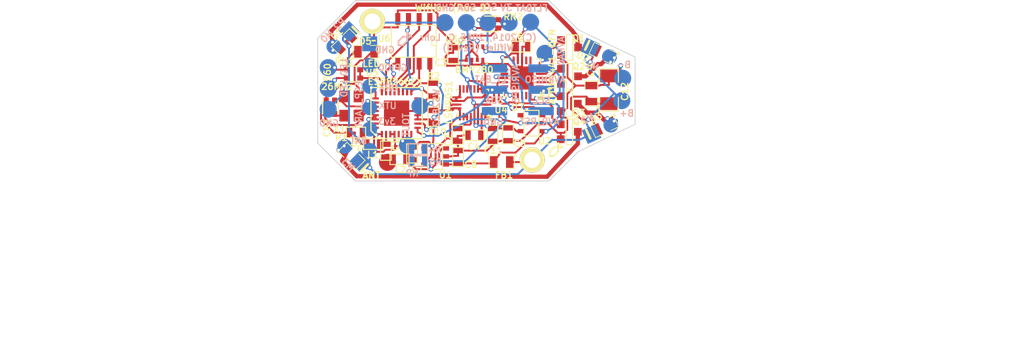
<source format=kicad_pcb>
(kicad_pcb (version 20171130) (host pcbnew "(5.1.12)-1")

  (general
    (thickness 1.6)
    (drawings 50)
    (tracks 884)
    (zones 0)
    (modules 61)
    (nets 41)
  )

  (page User 139.7 139.7)
  (title_block
    (title Wiflier)
    (rev A)
  )

  (layers
    (0 F.Cu signal)
    (31 B.Cu signal)
    (32 B.Adhes user)
    (33 F.Adhes user)
    (34 B.Paste user)
    (35 F.Paste user)
    (36 B.SilkS user)
    (37 F.SilkS user)
    (38 B.Mask user)
    (39 F.Mask user)
    (40 Dwgs.User user)
    (41 Cmts.User user)
    (42 Eco1.User user)
    (43 Eco2.User user)
    (44 Edge.Cuts user)
  )

  (setup
    (last_trace_width 0.2286)
    (trace_clearance 0.19812)
    (zone_clearance 0.254)
    (zone_45_only no)
    (trace_min 0.01778)
    (via_size 0.5588)
    (via_drill 0.3302)
    (via_min_size 0.5588)
    (via_min_drill 0.2032)
    (uvia_size 0.508)
    (uvia_drill 0.127)
    (uvias_allowed no)
    (uvia_min_size 0.01778)
    (uvia_min_drill 0.127)
    (edge_width 0.1)
    (segment_width 0.1524)
    (pcb_text_width 0.1524)
    (pcb_text_size 0.762 0.762)
    (mod_edge_width 0.15)
    (mod_text_size 0.762 0.762)
    (mod_text_width 0.1524)
    (pad_size 0.5 0.35)
    (pad_drill 0)
    (pad_to_mask_clearance 0.06858)
    (pad_to_paste_clearance -0.0254)
    (aux_axis_origin 0 0)
    (visible_elements 7FFFFFFF)
    (pcbplotparams
      (layerselection 0x00030_ffffffff)
      (usegerberextensions true)
      (usegerberattributes true)
      (usegerberadvancedattributes true)
      (creategerberjobfile true)
      (excludeedgelayer false)
      (linewidth 0.150000)
      (plotframeref false)
      (viasonmask false)
      (mode 1)
      (useauxorigin false)
      (hpglpennumber 1)
      (hpglpenspeed 20)
      (hpglpendiameter 15.000000)
      (psnegative false)
      (psa4output false)
      (plotreference true)
      (plotvalue true)
      (plotinvisibletext false)
      (padsonsilk false)
      (subtractmaskfromsilk false)
      (outputformat 1)
      (mirror false)
      (drillshape 0)
      (scaleselection 1)
      (outputdirectory "wiflierB"))
  )

  (net 0 "")
  (net 1 +3.3V)
  (net 2 +3.3VP)
  (net 3 +BATT)
  (net 4 AVRMISO)
  (net 5 AVRRST)
  (net 6 AVRVCC)
  (net 7 DISABLELV3)
  (net 8 GND)
  (net 9 GP5)
  (net 10 GPIO0)
  (net 11 GPIO2)
  (net 12 M0P)
  (net 13 M1P)
  (net 14 M2P)
  (net 15 M3P)
  (net 16 MTR0)
  (net 17 MTR1)
  (net 18 MTR2)
  (net 19 MTR3)
  (net 20 N-0000015)
  (net 21 N-0000016)
  (net 22 N-0000017)
  (net 23 N-0000018)
  (net 24 N-0000019)
  (net 25 N-0000021)
  (net 26 N-0000023)
  (net 27 N-0000026)
  (net 28 N-0000035)
  (net 29 N-0000037)
  (net 30 N-0000039)
  (net 31 N-000004)
  (net 32 N-0000040)
  (net 33 N-0000042)
  (net 34 N-0000044)
  (net 35 N-0000049)
  (net 36 SCL)
  (net 37 SDA)
  (net 38 TOUT)
  (net 39 URX)
  (net 40 UTX)

  (net_class Default "This is the default net class."
    (clearance 0.19812)
    (trace_width 0.2286)
    (via_dia 0.5588)
    (via_drill 0.3302)
    (uvia_dia 0.508)
    (uvia_drill 0.127)
    (add_net +3.3V)
    (add_net +3.3VP)
    (add_net +BATT)
    (add_net AVRMISO)
    (add_net AVRRST)
    (add_net AVRVCC)
    (add_net DISABLELV3)
    (add_net GND)
    (add_net GP5)
    (add_net GPIO0)
    (add_net GPIO2)
    (add_net MTR0)
    (add_net MTR1)
    (add_net MTR2)
    (add_net MTR3)
    (add_net N-0000015)
    (add_net N-0000016)
    (add_net N-0000017)
    (add_net N-0000018)
    (add_net N-0000019)
    (add_net N-0000021)
    (add_net N-0000023)
    (add_net N-0000026)
    (add_net N-0000035)
    (add_net N-0000037)
    (add_net N-0000039)
    (add_net N-000004)
    (add_net N-0000040)
    (add_net N-0000042)
    (add_net N-0000044)
    (add_net N-0000049)
    (add_net SCL)
    (add_net SDA)
    (add_net TOUT)
    (add_net URX)
    (add_net UTX)
  )

  (net_class MP ""
    (clearance 0.2286)
    (trace_width 0.508)
    (via_dia 0.5588)
    (via_drill 0.3302)
    (uvia_dia 0.508)
    (uvia_drill 0.127)
    (add_net M0P)
    (add_net M1P)
    (add_net M2P)
    (add_net M3P)
  )

  (module QFN20 (layer F.Cu) (tedit 556F1F2F) (tstamp 54D2AE15)
    (at 69.7433 58.4175 180)
    (path /54D2AD06)
    (fp_text reference U7 (at 0.5334 -3.48742 180) (layer F.SilkS)
      (effects (font (size 0.762 0.762) (thickness 0.1524)))
    )
    (fp_text value ATTINY441-QFN (at -3.58648 1.34366 270) (layer F.SilkS)
      (effects (font (size 0.762 0.762) (thickness 0.1524)))
    )
    (fp_line (start -2.2 -2.2) (end -1.7 -2.2) (layer F.SilkS) (width 0.15))
    (fp_line (start -2.2 -2.2) (end -2.2 -1.7) (layer F.SilkS) (width 0.15))
    (fp_line (start 2.2 -2.2) (end 2.2 -1.7) (layer F.SilkS) (width 0.15))
    (fp_line (start 1.7 -2.2) (end 2.2 -2.2) (layer F.SilkS) (width 0.15))
    (fp_line (start 2.2 2.3) (end 2.2 1.8) (layer F.SilkS) (width 0.15))
    (fp_line (start 2.2 2.3) (end 1.7 2.3) (layer F.SilkS) (width 0.15))
    (fp_line (start -2.2 2.3) (end -1.7 2.3) (layer F.SilkS) (width 0.15))
    (fp_line (start -2.2 1.8) (end -2.2 2.3) (layer F.SilkS) (width 0.15))
    (fp_line (start -2.4 -2.4) (end -1.8 -2.4) (layer F.SilkS) (width 0.15))
    (fp_line (start -2.4 -1.7) (end -2.4 -2.4) (layer F.SilkS) (width 0.15))
    (fp_line (start -1.7 -2.4) (end -1.8 -2.4) (layer F.SilkS) (width 0.15))
    (fp_line (start -2.6 -2.6) (end -2.6 -1.7) (layer F.SilkS) (width 0.15))
    (fp_line (start -1.7 -2.6) (end -2.6 -2.6) (layer F.SilkS) (width 0.15))
    (pad 21 smd rect (at 0 0 180) (size 2.75 2.75) (layers F.Cu F.Paste F.Mask)
      (net 8 GND))
    (pad 1 smd rect (at -2.1 -1 180) (size 0.9 0.25) (layers F.Cu F.Paste F.Mask)
      (net 36 SCL))
    (pad 2 smd rect (at -2.1 -0.5 180) (size 0.9 0.25) (layers F.Cu F.Paste F.Mask)
      (net 18 MTR2))
    (pad 3 smd rect (at -2.1 0 180) (size 0.9 0.25) (layers F.Cu F.Paste F.Mask)
      (net 17 MTR1))
    (pad 4 smd rect (at -2.1 0.5 180) (size 0.9 0.25) (layers F.Cu F.Paste F.Mask)
      (net 16 MTR0))
    (pad 5 smd rect (at -2.1 1 180) (size 0.9 0.25) (layers F.Cu F.Paste F.Mask)
      (net 28 N-0000035))
    (pad 6 smd rect (at -1 2.1 270) (size 0.9 0.25) (layers F.Cu F.Paste F.Mask))
    (pad 7 smd rect (at -0.5 2.1 270) (size 0.9 0.25) (layers F.Cu F.Paste F.Mask))
    (pad 8 smd rect (at 0 2.1 270) (size 0.9 0.25) (layers F.Cu F.Paste F.Mask)
      (net 8 GND))
    (pad 9 smd rect (at 0.5 2.1 270) (size 0.9 0.25) (layers F.Cu F.Paste F.Mask)
      (net 6 AVRVCC))
    (pad 10 smd rect (at 1 2.1 270) (size 0.9 0.25) (layers F.Cu F.Paste F.Mask))
    (pad 11 smd rect (at 2.1 1) (size 0.9 0.25) (layers F.Cu F.Paste F.Mask))
    (pad 12 smd rect (at 2.1 0.5) (size 0.9 0.25) (layers F.Cu F.Paste F.Mask))
    (pad 13 smd rect (at 2.1 0) (size 0.9 0.25) (layers F.Cu F.Paste F.Mask)
      (net 5 AVRRST))
    (pad 14 smd rect (at 2.1 -0.5) (size 0.9 0.25) (layers F.Cu F.Paste F.Mask)
      (net 19 MTR3))
    (pad 15 smd rect (at 2.1 -1) (size 0.9 0.25) (layers F.Cu F.Paste F.Mask)
      (net 7 DISABLELV3))
    (pad 16 smd rect (at 1 -2.1 90) (size 0.9 0.25) (layers F.Cu F.Paste F.Mask)
      (net 37 SDA))
    (pad 17 smd rect (at 0.5 -2.1 90) (size 0.9 0.25) (layers F.Cu F.Paste F.Mask))
    (pad 18 smd rect (at 0 -2.1 90) (size 0.9 0.25) (layers F.Cu F.Paste F.Mask))
    (pad 19 smd rect (at -0.5 -2.1 90) (size 0.9 0.25) (layers F.Cu F.Paste F.Mask))
    (pad 20 smd rect (at -1 -2.1 90) (size 0.9 0.25) (layers F.Cu F.Paste F.Mask)
      (net 4 AVRMISO))
  )

  (module RIBBON6SMT (layer B.Cu) (tedit 557B117A) (tstamp 54A256B2)
    (at 66.4718 57.2795 270)
    (path /54D2B64E)
    (fp_text reference J1 (at -1.33604 -6.9469) (layer B.SilkS) hide
      (effects (font (size 0.762 0.762) (thickness 0.1524)) (justify mirror))
    )
    (fp_text value AVRISP6 (at 1.85166 -2.54 270) (layer B.SilkS)
      (effects (font (size 0.762 0.762) (thickness 0.1524)) (justify mirror))
    )
    (pad 2 smd rect (at 0 0 270) (size 0.9652 3.0226) (layers B.Cu B.Paste B.Mask)
      (net 6 AVRVCC))
    (pad 4 smd rect (at 2.54 0 270) (size 0.9652 3.0226) (layers B.Cu B.Paste B.Mask)
      (net 37 SDA))
    (pad 6 smd rect (at 5.08 0 270) (size 0.9652 3.0226) (layers B.Cu B.Paste B.Mask)
      (net 8 GND))
    (pad 1 smd rect (at 0 -5.5372 270) (size 0.9652 3.0226) (layers B.Cu B.Paste B.Mask)
      (net 4 AVRMISO))
    (pad 3 smd rect (at 2.54 -5.5372 270) (size 0.9652 3.0226) (layers B.Cu B.Paste B.Mask)
      (net 36 SCL))
    (pad 5 smd rect (at 5.08 -5.5372 270) (size 0.9652 3.0226) (layers B.Cu B.Paste B.Mask)
      (net 5 AVRRST))
  )

  (module XTAL4P (layer F.Cu) (tedit 556F2137) (tstamp 54D42D43)
    (at 50.3149 60.6146 270)
    (path /54A196FB)
    (fp_text reference X1 (at 3.90144 2.30886) (layer F.SilkS)
      (effects (font (size 0.762 0.762) (thickness 0.1524)))
    )
    (fp_text value 26MHz (at -1.18094 2.56752) (layer F.SilkS)
      (effects (font (size 0.762 0.762) (thickness 0.1524)))
    )
    (pad 4 smd rect (at 0 0 270) (size 1.397 1.1938) (layers F.Cu F.Paste F.Mask)
      (net 8 GND))
    (pad 1 smd rect (at 0 1.7018 270) (size 1.397 1.1938) (layers F.Cu F.Paste F.Mask)
      (net 24 N-0000019))
    (pad 3 smd rect (at 2.286 1.7018 270) (size 1.397 1.1938) (layers F.Cu F.Paste F.Mask)
      (net 8 GND))
    (pad 2 smd rect (at 2.286 0 270) (size 1.397 1.1938) (layers F.Cu F.Paste F.Mask)
      (net 20 N-0000015))
  )

  (module SOT23GDS (layer F.Cu) (tedit 54D38F9A) (tstamp 54D386EF)
    (at 75.3872 58.2168 90)
    (descr "Module CMS SOT23 Transistore EBC")
    (tags "CMS SOT")
    (path /54A1CC49)
    (attr smd)
    (fp_text reference Q2 (at 1.1938 1.1176 180) (layer F.SilkS)
      (effects (font (size 0.762 0.762) (thickness 0.1524)))
    )
    (fp_text value 7A_20V (at 0 0 90) (layer F.SilkS) hide
      (effects (font (size 0.762 0.762) (thickness 0.1524)))
    )
    (fp_line (start -1.524 0.381) (end -1.524 -0.381) (layer F.SilkS) (width 0.11938))
    (fp_line (start 1.524 0.381) (end -1.524 0.381) (layer F.SilkS) (width 0.11938))
    (fp_line (start 1.524 -0.381) (end 1.524 0.381) (layer F.SilkS) (width 0.11938))
    (fp_line (start -1.524 -0.381) (end 1.524 -0.381) (layer F.SilkS) (width 0.11938))
    (pad S smd rect (at -0.889 -1.016 90) (size 0.9144 0.9144) (layers F.Cu F.Paste F.Mask)
      (net 8 GND))
    (pad G smd rect (at 0.889 -1.016 90) (size 0.9144 0.9144) (layers F.Cu F.Paste F.Mask)
      (net 17 MTR1))
    (pad D smd rect (at 0 1.016 90) (size 0.9144 0.9144) (layers F.Cu F.Paste F.Mask)
      (net 13 M1P))
    (model smd/cms_sot23.wrl
      (at (xyz 0 0 0))
      (scale (xyz 0.13 0.15 0.15))
      (rotate (xyz 0 0 0))
    )
  )

  (module SOT23GDS (layer F.Cu) (tedit 54D38F9F) (tstamp 54A255A8)
    (at 75.3974 54.7827 90)
    (descr "Module CMS SOT23 Transistore EBC")
    (tags "CMS SOT")
    (path /54A1CC26)
    (attr smd)
    (fp_text reference Q1 (at 1.08712 1.06934 180) (layer F.SilkS)
      (effects (font (size 0.762 0.762) (thickness 0.1524)))
    )
    (fp_text value 7A_20V (at 0 0 90) (layer F.SilkS) hide
      (effects (font (size 0.762 0.762) (thickness 0.1524)))
    )
    (fp_line (start -1.524 0.381) (end -1.524 -0.381) (layer F.SilkS) (width 0.11938))
    (fp_line (start 1.524 0.381) (end -1.524 0.381) (layer F.SilkS) (width 0.11938))
    (fp_line (start 1.524 -0.381) (end 1.524 0.381) (layer F.SilkS) (width 0.11938))
    (fp_line (start -1.524 -0.381) (end 1.524 -0.381) (layer F.SilkS) (width 0.11938))
    (pad S smd rect (at -0.889 -1.016 90) (size 0.9144 0.9144) (layers F.Cu F.Paste F.Mask)
      (net 8 GND))
    (pad G smd rect (at 0.889 -1.016 90) (size 0.9144 0.9144) (layers F.Cu F.Paste F.Mask)
      (net 16 MTR0))
    (pad D smd rect (at 0 1.016 90) (size 0.9144 0.9144) (layers F.Cu F.Paste F.Mask)
      (net 12 M0P))
    (model smd/cms_sot23.wrl
      (at (xyz 0 0 0))
      (scale (xyz 0.13 0.15 0.15))
      (rotate (xyz 0 0 0))
    )
  )

  (module SOT23GDS (layer F.Cu) (tedit 5579E7B4) (tstamp 54D386E3)
    (at 75.3618 61.468 90)
    (descr "Module CMS SOT23 Transistore EBC")
    (tags "CMS SOT")
    (path /54A1CC7A)
    (attr smd)
    (fp_text reference Q3 (at -1.09982 1.14554 180) (layer F.SilkS)
      (effects (font (size 0.762 0.762) (thickness 0.1524)))
    )
    (fp_text value 7A_20V (at 0 0 90) (layer F.SilkS) hide
      (effects (font (size 0.762 0.762) (thickness 0.1524)))
    )
    (fp_line (start -1.524 0.381) (end -1.524 -0.381) (layer F.SilkS) (width 0.11938))
    (fp_line (start 1.524 0.381) (end -1.524 0.381) (layer F.SilkS) (width 0.11938))
    (fp_line (start 1.524 -0.381) (end 1.524 0.381) (layer F.SilkS) (width 0.11938))
    (fp_line (start -1.524 -0.381) (end 1.524 -0.381) (layer F.SilkS) (width 0.11938))
    (pad S smd rect (at -0.889 -1.016 90) (size 0.9144 0.9144) (layers F.Cu F.Paste F.Mask)
      (net 8 GND))
    (pad G smd rect (at 0.889 -1.016 90) (size 0.9144 0.9144) (layers F.Cu F.Paste F.Mask)
      (net 18 MTR2))
    (pad D smd rect (at 0 1.016 90) (size 0.9144 0.9144) (layers F.Cu F.Paste F.Mask)
      (net 14 M2P))
    (model smd/cms_sot23.wrl
      (at (xyz 0 0 0))
      (scale (xyz 0.13 0.15 0.15))
      (rotate (xyz 0 0 0))
    )
  )

  (module SOT23GDS (layer F.Cu) (tedit 54D38F98) (tstamp 54D386D7)
    (at 75.3618 64.8208 90)
    (descr "Module CMS SOT23 Transistore EBC")
    (tags "CMS SOT")
    (path /54A1CC80)
    (attr smd)
    (fp_text reference Q4 (at 1.2192 1.1938 180) (layer F.SilkS)
      (effects (font (size 0.762 0.762) (thickness 0.1524)))
    )
    (fp_text value 7A_20V (at 0 0 90) (layer F.SilkS) hide
      (effects (font (size 0.762 0.762) (thickness 0.1524)))
    )
    (fp_line (start -1.524 0.381) (end -1.524 -0.381) (layer F.SilkS) (width 0.11938))
    (fp_line (start 1.524 0.381) (end -1.524 0.381) (layer F.SilkS) (width 0.11938))
    (fp_line (start 1.524 -0.381) (end 1.524 0.381) (layer F.SilkS) (width 0.11938))
    (fp_line (start -1.524 -0.381) (end 1.524 -0.381) (layer F.SilkS) (width 0.11938))
    (pad S smd rect (at -0.889 -1.016 90) (size 0.9144 0.9144) (layers F.Cu F.Paste F.Mask)
      (net 8 GND))
    (pad G smd rect (at 0.889 -1.016 90) (size 0.9144 0.9144) (layers F.Cu F.Paste F.Mask)
      (net 19 MTR3))
    (pad D smd rect (at 0 1.016 90) (size 0.9144 0.9144) (layers F.Cu F.Paste F.Mask)
      (net 15 M3P))
    (model smd/cms_sot23.wrl
      (at (xyz 0 0 0))
      (scale (xyz 0.13 0.15 0.15))
      (rotate (xyz 0 0 0))
    )
  )

  (module SOT23-5 (layer F.Cu) (tedit 54D446B3) (tstamp 54D44403)
    (at 70.8637 63.7965 90)
    (path /54A1BF25)
    (attr smd)
    (fp_text reference U2 (at -2.1295 1.5803 180) (layer F.SilkS)
      (effects (font (size 0.762 0.762) (thickness 0.1524)))
    )
    (fp_text value MCP1824/3.3 (at 0 0 90) (layer F.SilkS) hide
      (effects (font (size 0.762 0.762) (thickness 0.1524)))
    )
    (fp_line (start -1.524 -0.889) (end 1.524 -0.889) (layer F.SilkS) (width 0.127))
    (fp_line (start -1.524 0.889) (end -1.524 -0.889) (layer F.SilkS) (width 0.127))
    (fp_line (start 1.524 0.889) (end -1.524 0.889) (layer F.SilkS) (width 0.127))
    (fp_line (start 1.524 -0.889) (end 1.524 0.889) (layer F.SilkS) (width 0.127))
    (pad 1 smd rect (at -0.9525 1.27 90) (size 0.508 0.762) (layers F.Cu F.Paste F.Mask)
      (net 6 AVRVCC))
    (pad 3 smd rect (at 0.9525 1.27 90) (size 0.508 0.762) (layers F.Cu F.Paste F.Mask)
      (net 7 DISABLELV3))
    (pad 5 smd rect (at -0.9525 -1.27 90) (size 0.508 0.762) (layers F.Cu F.Paste F.Mask)
      (net 2 +3.3VP))
    (pad 2 smd rect (at 0 1.27 90) (size 0.508 0.762) (layers F.Cu F.Paste F.Mask)
      (net 8 GND))
    (pad 4 smd rect (at 0.9525 -1.27 90) (size 0.508 0.762) (layers F.Cu F.Paste F.Mask))
    (model smd/SOT23_5.wrl
      (at (xyz 0 0 0))
      (scale (xyz 0.1 0.1 0.1))
      (rotate (xyz 0 0 0))
    )
  )

  (module SOT23-5 (layer F.Cu) (tedit 556F19BE) (tstamp 54A255D8)
    (at 59.4055 67.757 90)
    (path /54A1AD3D)
    (attr smd)
    (fp_text reference U1 (at -2.18186 1.21158 180) (layer F.SilkS)
      (effects (font (size 0.762 0.762) (thickness 0.1524)))
    )
    (fp_text value MCP1824/3.3 (at -2.12598 3.1877 180) (layer F.SilkS) hide
      (effects (font (size 0.762 0.762) (thickness 0.1524)))
    )
    (fp_line (start -1.524 -0.889) (end 1.524 -0.889) (layer F.SilkS) (width 0.127))
    (fp_line (start -1.524 0.889) (end -1.524 -0.889) (layer F.SilkS) (width 0.127))
    (fp_line (start 1.524 0.889) (end -1.524 0.889) (layer F.SilkS) (width 0.127))
    (fp_line (start 1.524 -0.889) (end 1.524 0.889) (layer F.SilkS) (width 0.127))
    (pad 1 smd rect (at -0.9525 1.27 90) (size 0.508 0.762) (layers F.Cu F.Paste F.Mask)
      (net 6 AVRVCC))
    (pad 3 smd rect (at 0.9525 1.27 90) (size 0.508 0.762) (layers F.Cu F.Paste F.Mask)
      (net 6 AVRVCC))
    (pad 5 smd rect (at -0.9525 -1.27 90) (size 0.508 0.762) (layers F.Cu F.Paste F.Mask)
      (net 1 +3.3V))
    (pad 2 smd rect (at 0 1.27 90) (size 0.508 0.762) (layers F.Cu F.Paste F.Mask)
      (net 8 GND))
    (pad 4 smd rect (at 0.9525 -1.27 90) (size 0.508 0.762) (layers F.Cu F.Paste F.Mask))
    (model smd/SOT23_5.wrl
      (at (xyz 0 0 0))
      (scale (xyz 0.1 0.1 0.1))
      (rotate (xyz 0 0 0))
    )
  )

  (module SO8E (layer F.Cu) (tedit 557A78BF) (tstamp 54A255EC)
    (at 56.8706 54.0436 180)
    (descr "module CMS SOJ 8 pins etroit")
    (tags "CMS SOJ")
    (path /54A19351)
    (attr smd)
    (fp_text reference U6 (at 3.5306 0.34798 180) (layer F.SilkS)
      (effects (font (size 0.762 0.762) (thickness 0.1524)))
    )
    (fp_text value W25Q80DV (at -0.38356 0.189 180) (layer F.SilkS) hide
      (effects (font (size 0.762 0.762) (thickness 0.1524)))
    )
    (fp_line (start 2.667 -1.905) (end 2.667 1.905) (layer F.SilkS) (width 0.127))
    (fp_line (start -2.159 0.508) (end -2.667 0.508) (layer F.SilkS) (width 0.127))
    (fp_line (start -2.159 -0.508) (end -2.159 0.508) (layer F.SilkS) (width 0.127))
    (fp_line (start -2.667 -0.508) (end -2.159 -0.508) (layer F.SilkS) (width 0.127))
    (fp_line (start -2.667 -1.905) (end -2.667 1.778) (layer F.SilkS) (width 0.127))
    (fp_line (start 2.667 -1.905) (end -2.667 -1.905) (layer F.SilkS) (width 0.127))
    (fp_line (start -2.667 1.905) (end 2.667 1.905) (layer F.SilkS) (width 0.127))
    (fp_line (start -2.667 1.778) (end -2.667 1.905) (layer F.SilkS) (width 0.127))
    (pad 8 smd rect (at -1.905 -2.667 180) (size 0.59944 1.39954) (layers F.Cu F.Paste F.Mask)
      (net 1 +3.3V))
    (pad 1 smd rect (at -1.905 2.667 180) (size 0.59944 1.39954) (layers F.Cu F.Paste F.Mask)
      (net 35 N-0000049))
    (pad 7 smd rect (at -0.635 -2.667 180) (size 0.59944 1.39954) (layers F.Cu F.Paste F.Mask)
      (net 23 N-0000018))
    (pad 6 smd rect (at 0.635 -2.667 180) (size 0.59944 1.39954) (layers F.Cu F.Paste F.Mask)
      (net 33 N-0000042))
    (pad 5 smd rect (at 1.905 -2.667 180) (size 0.59944 1.39954) (layers F.Cu F.Paste F.Mask)
      (net 34 N-0000044))
    (pad 2 smd rect (at -0.635 2.667 180) (size 0.59944 1.39954) (layers F.Cu F.Paste F.Mask)
      (net 21 N-0000016))
    (pad 3 smd rect (at 0.635 2.667 180) (size 0.59944 1.39954) (layers F.Cu F.Paste F.Mask)
      (net 22 N-0000017))
    (pad 4 smd rect (at 1.905 2.667 180) (size 0.59944 1.39954) (layers F.Cu F.Paste F.Mask)
      (net 8 GND))
    (model smd/cms_so8.wrl
      (at (xyz 0 0 0))
      (scale (xyz 0.5 0.32 0.5))
      (rotate (xyz 0 0 0))
    )
  )

  (module SM1206 (layer F.Cu) (tedit 5579E7D1) (tstamp 54A255F8)
    (at 80.0608 59.817 90)
    (path /54A1B79D)
    (attr smd)
    (fp_text reference C12 (at -0.20828 1.905 90) (layer F.SilkS)
      (effects (font (size 0.762 0.762) (thickness 0.1524)))
    )
    (fp_text value 100uF (at 0 0 90) (layer F.SilkS) hide
      (effects (font (size 0.762 0.762) (thickness 0.1524)))
    )
    (fp_line (start -0.889 -1.143) (end -2.54 -1.143) (layer F.SilkS) (width 0.127))
    (fp_line (start 2.54 1.143) (end 0.889 1.143) (layer F.SilkS) (width 0.127))
    (fp_line (start 2.54 -1.143) (end 2.54 1.143) (layer F.SilkS) (width 0.127))
    (fp_line (start 0.889 -1.143) (end 2.54 -1.143) (layer F.SilkS) (width 0.127))
    (fp_line (start -2.54 1.143) (end -0.889 1.143) (layer F.SilkS) (width 0.127))
    (fp_line (start -2.54 -1.143) (end -2.54 1.143) (layer F.SilkS) (width 0.127))
    (pad 1 smd rect (at -1.651 0 90) (size 1.524 2.032) (layers F.Cu F.Paste F.Mask)
      (net 3 +BATT))
    (pad 2 smd rect (at 1.651 0 90) (size 1.524 2.032) (layers F.Cu F.Paste F.Mask)
      (net 8 GND))
    (model smd/chip_cms.wrl
      (at (xyz 0 0 0))
      (scale (xyz 0.17 0.16 0.16))
      (rotate (xyz 0 0 0))
    )
  )

  (module SM0603 (layer F.Cu) (tedit 55885405) (tstamp 558856FA)
    (at 55.1739 68.0898)
    (path /54A24CA4)
    (attr smd)
    (fp_text reference L2 (at 0.0889 1.25476) (layer F.SilkS)
      (effects (font (size 0.762 0.762) (thickness 0.1524)))
    )
    (fp_text value NP (at 0 0) (layer F.SilkS) hide
      (effects (font (size 0.762 0.762) (thickness 0.1524)))
    )
    (fp_line (start -1.143 0.635) (end -1.143 -0.635) (layer F.SilkS) (width 0.127))
    (fp_line (start 1.143 0.635) (end -1.143 0.635) (layer F.SilkS) (width 0.127))
    (fp_line (start 1.143 -0.635) (end 1.143 0.635) (layer F.SilkS) (width 0.127))
    (fp_line (start -1.143 -0.635) (end 1.143 -0.635) (layer F.SilkS) (width 0.127))
    (pad 1 smd rect (at -0.762 0) (size 0.635 1.143) (layers F.Cu F.Paste F.Mask)
      (net 27 N-0000026))
    (pad 2 smd rect (at 0.762 0) (size 0.635 1.143) (layers F.Cu F.Paste F.Mask)
      (net 8 GND))
    (model smd\resistors\R0603.wrl
      (offset (xyz 0 0 0.02539999961853028))
      (scale (xyz 0.5 0.5 0.5))
      (rotate (xyz 0 0 0))
    )
  )

  (module SM0603 (layer F.Cu) (tedit 557A79D5) (tstamp 54A2562C)
    (at 64.0817 65.2297)
    (path /54A1C074)
    (attr smd)
    (fp_text reference C4 (at -0.07366 1.35636) (layer F.SilkS)
      (effects (font (size 0.762 0.762) (thickness 0.1524)))
    )
    (fp_text value .1u (at 0 0) (layer F.SilkS) hide
      (effects (font (size 0.762 0.762) (thickness 0.1524)))
    )
    (fp_line (start -1.143 0.635) (end -1.143 -0.635) (layer F.SilkS) (width 0.127))
    (fp_line (start 1.143 0.635) (end -1.143 0.635) (layer F.SilkS) (width 0.127))
    (fp_line (start 1.143 -0.635) (end 1.143 0.635) (layer F.SilkS) (width 0.127))
    (fp_line (start -1.143 -0.635) (end 1.143 -0.635) (layer F.SilkS) (width 0.127))
    (pad 1 smd rect (at -0.762 0) (size 0.635 1.143) (layers F.Cu F.Paste F.Mask)
      (net 8 GND))
    (pad 2 smd rect (at 0.762 0) (size 0.635 1.143) (layers F.Cu F.Paste F.Mask)
      (net 32 N-0000040))
    (model smd\resistors\R0603.wrl
      (offset (xyz 0 0 0.02539999961853028))
      (scale (xyz 0.5 0.5 0.5))
      (rotate (xyz 0 0 0))
    )
  )

  (module SM0603 (layer F.Cu) (tedit 55885E5C) (tstamp 5579C359)
    (at 61.5467 55.565 90)
    (path /54A1BB6C)
    (attr smd)
    (fp_text reference C3 (at -1.02616 -1.45796 180) (layer F.SilkS)
      (effects (font (size 0.762 0.762) (thickness 0.1524)))
    )
    (fp_text value 1u (at 0 0 90) (layer F.SilkS) hide
      (effects (font (size 0.762 0.762) (thickness 0.1524)))
    )
    (fp_line (start -1.143 0.635) (end -1.143 -0.635) (layer F.SilkS) (width 0.127))
    (fp_line (start 1.143 0.635) (end -1.143 0.635) (layer F.SilkS) (width 0.127))
    (fp_line (start 1.143 -0.635) (end 1.143 0.635) (layer F.SilkS) (width 0.127))
    (fp_line (start -1.143 -0.635) (end 1.143 -0.635) (layer F.SilkS) (width 0.127))
    (pad 1 smd rect (at -0.762 0 90) (size 0.635 1.143) (layers F.Cu F.Paste F.Mask)
      (net 2 +3.3VP))
    (pad 2 smd rect (at 0.762 0 90) (size 0.635 1.143) (layers F.Cu F.Paste F.Mask)
      (net 8 GND))
    (model smd\resistors\R0603.wrl
      (offset (xyz 0 0 0.02539999961853028))
      (scale (xyz 0.5 0.5 0.5))
      (rotate (xyz 0 0 0))
    )
  )

  (module SM0603 (layer F.Cu) (tedit 55887711) (tstamp 54A25640)
    (at 62.0878 65.1866 90)
    (path /54A1B986)
    (attr smd)
    (fp_text reference C2 (at -0.6731 -1.08966 90) (layer F.SilkS)
      (effects (font (size 0.762 0.762) (thickness 0.1524)))
    )
    (fp_text value 10nF (at 0 0 90) (layer F.SilkS) hide
      (effects (font (size 0.762 0.762) (thickness 0.1524)))
    )
    (fp_line (start -1.143 0.635) (end -1.143 -0.635) (layer F.SilkS) (width 0.127))
    (fp_line (start 1.143 0.635) (end -1.143 0.635) (layer F.SilkS) (width 0.127))
    (fp_line (start 1.143 -0.635) (end 1.143 0.635) (layer F.SilkS) (width 0.127))
    (fp_line (start -1.143 -0.635) (end 1.143 -0.635) (layer F.SilkS) (width 0.127))
    (pad 1 smd rect (at -0.762 0 90) (size 0.635 1.143) (layers F.Cu F.Paste F.Mask)
      (net 8 GND))
    (pad 2 smd rect (at 0.762 0 90) (size 0.635 1.143) (layers F.Cu F.Paste F.Mask)
      (net 29 N-0000037))
    (model smd\resistors\R0603.wrl
      (offset (xyz 0 0 0.02539999961853028))
      (scale (xyz 0.5 0.5 0.5))
      (rotate (xyz 0 0 0))
    )
  )

  (module SM0603 (layer F.Cu) (tedit 5588767D) (tstamp 54A25654)
    (at 68.0771 65.1205 270)
    (path /54A1CC50)
    (attr smd)
    (fp_text reference C5 (at 1.09728 -1.37922) (layer F.SilkS)
      (effects (font (size 0.762 0.762) (thickness 0.1524)))
    )
    (fp_text value .1u (at 0 0 270) (layer F.SilkS) hide
      (effects (font (size 0.762 0.762) (thickness 0.1524)))
    )
    (fp_line (start -1.143 0.635) (end -1.143 -0.635) (layer F.SilkS) (width 0.127))
    (fp_line (start 1.143 0.635) (end -1.143 0.635) (layer F.SilkS) (width 0.127))
    (fp_line (start 1.143 -0.635) (end 1.143 0.635) (layer F.SilkS) (width 0.127))
    (fp_line (start -1.143 -0.635) (end 1.143 -0.635) (layer F.SilkS) (width 0.127))
    (pad 1 smd rect (at -0.762 0 270) (size 0.635 1.143) (layers F.Cu F.Paste F.Mask)
      (net 2 +3.3VP))
    (pad 2 smd rect (at 0.762 0 270) (size 0.635 1.143) (layers F.Cu F.Paste F.Mask)
      (net 8 GND))
    (model smd\resistors\R0603.wrl
      (offset (xyz 0 0 0.02539999961853028))
      (scale (xyz 0.5 0.5 0.5))
      (rotate (xyz 0 0 0))
    )
  )

  (module SM0603 (layer F.Cu) (tedit 557A79B4) (tstamp 54A2565E)
    (at 69.6443 54.6811 180)
    (path /54A21727)
    (attr smd)
    (fp_text reference C6 (at 0.48514 1.19634 180) (layer F.SilkS)
      (effects (font (size 0.762 0.762) (thickness 0.1524)))
    )
    (fp_text value 1u (at 0 0 180) (layer F.SilkS) hide
      (effects (font (size 0.762 0.762) (thickness 0.1524)))
    )
    (fp_line (start -1.143 0.635) (end -1.143 -0.635) (layer F.SilkS) (width 0.127))
    (fp_line (start 1.143 0.635) (end -1.143 0.635) (layer F.SilkS) (width 0.127))
    (fp_line (start 1.143 -0.635) (end 1.143 0.635) (layer F.SilkS) (width 0.127))
    (fp_line (start -1.143 -0.635) (end 1.143 -0.635) (layer F.SilkS) (width 0.127))
    (pad 1 smd rect (at -0.762 0 180) (size 0.635 1.143) (layers F.Cu F.Paste F.Mask)
      (net 8 GND))
    (pad 2 smd rect (at 0.762 0 180) (size 0.635 1.143) (layers F.Cu F.Paste F.Mask)
      (net 6 AVRVCC))
    (model smd\resistors\R0603.wrl
      (offset (xyz 0 0 0.02539999961853028))
      (scale (xyz 0.5 0.5 0.5))
      (rotate (xyz 0 0 0))
    )
  )

  (module SM0603 (layer F.Cu) (tedit 557A79D2) (tstamp 54A25668)
    (at 66.2407 65.1916 270)
    (path /54A1BF47)
    (attr smd)
    (fp_text reference C11 (at 1.83896 -0.07874) (layer F.SilkS)
      (effects (font (size 0.762 0.762) (thickness 0.1524)))
    )
    (fp_text value 10uF (at 0 0 270) (layer F.SilkS) hide
      (effects (font (size 0.762 0.762) (thickness 0.1524)))
    )
    (fp_line (start -1.143 0.635) (end -1.143 -0.635) (layer F.SilkS) (width 0.127))
    (fp_line (start 1.143 0.635) (end -1.143 0.635) (layer F.SilkS) (width 0.127))
    (fp_line (start 1.143 -0.635) (end 1.143 0.635) (layer F.SilkS) (width 0.127))
    (fp_line (start -1.143 -0.635) (end 1.143 -0.635) (layer F.SilkS) (width 0.127))
    (pad 1 smd rect (at -0.762 0 270) (size 0.635 1.143) (layers F.Cu F.Paste F.Mask)
      (net 2 +3.3VP))
    (pad 2 smd rect (at 0.762 0 270) (size 0.635 1.143) (layers F.Cu F.Paste F.Mask)
      (net 8 GND))
    (model smd\resistors\R0603.wrl
      (offset (xyz 0 0 0.02539999961853028))
      (scale (xyz 0.5 0.5 0.5))
      (rotate (xyz 0 0 0))
    )
  )

  (module SM0603 (layer F.Cu) (tedit 558853C1) (tstamp 54D42CF6)
    (at 52.0395 66.2889 180)
    (path /54A24F6F)
    (attr smd)
    (fp_text reference L1 (at 0.04064 -1.26492 180) (layer F.SilkS)
      (effects (font (size 0.762 0.762) (thickness 0.1524)))
    )
    (fp_text value NP (at -0.15494 -1.02108 180) (layer F.SilkS) hide
      (effects (font (size 0.762 0.762) (thickness 0.1524)))
    )
    (fp_line (start -1.143 0.635) (end -1.143 -0.635) (layer F.SilkS) (width 0.127))
    (fp_line (start 1.143 0.635) (end -1.143 0.635) (layer F.SilkS) (width 0.127))
    (fp_line (start 1.143 -0.635) (end 1.143 0.635) (layer F.SilkS) (width 0.127))
    (fp_line (start -1.143 -0.635) (end 1.143 -0.635) (layer F.SilkS) (width 0.127))
    (pad 1 smd rect (at -0.762 0 180) (size 0.635 1.143) (layers F.Cu F.Paste F.Mask)
      (net 31 N-000004))
    (pad 2 smd rect (at 0.762 0 180) (size 0.635 1.143) (layers F.Cu F.Paste F.Mask)
      (net 8 GND))
    (model smd\resistors\R0603.wrl
      (offset (xyz 0 0 0.02539999961853028))
      (scale (xyz 0.5 0.5 0.5))
      (rotate (xyz 0 0 0))
    )
  )

  (module SM0603 (layer F.Cu) (tedit 5588770E) (tstamp 54A2567C)
    (at 59.1998 63.0377 90)
    (path /54A1B797)
    (attr smd)
    (fp_text reference C10 (at -1.74752 0.4699 180) (layer F.SilkS)
      (effects (font (size 0.762 0.762) (thickness 0.1524)))
    )
    (fp_text value 10uF (at 0 0 90) (layer F.SilkS) hide
      (effects (font (size 0.762 0.762) (thickness 0.1524)))
    )
    (fp_line (start -1.143 0.635) (end -1.143 -0.635) (layer F.SilkS) (width 0.127))
    (fp_line (start 1.143 0.635) (end -1.143 0.635) (layer F.SilkS) (width 0.127))
    (fp_line (start 1.143 -0.635) (end 1.143 0.635) (layer F.SilkS) (width 0.127))
    (fp_line (start -1.143 -0.635) (end 1.143 -0.635) (layer F.SilkS) (width 0.127))
    (pad 1 smd rect (at -0.762 0 90) (size 0.635 1.143) (layers F.Cu F.Paste F.Mask)
      (net 1 +3.3V))
    (pad 2 smd rect (at 0.762 0 90) (size 0.635 1.143) (layers F.Cu F.Paste F.Mask)
      (net 8 GND))
    (model smd\resistors\R0603.wrl
      (offset (xyz 0 0 0.02539999961853028))
      (scale (xyz 0.5 0.5 0.5))
      (rotate (xyz 0 0 0))
    )
  )

  (module SM0603 (layer F.Cu) (tedit 5579E5D0) (tstamp 54A25686)
    (at 62.1335 67.8256 90)
    (path /54A1B774)
    (attr smd)
    (fp_text reference C8 (at -0.89408 1.50622 180) (layer F.SilkS)
      (effects (font (size 0.762 0.762) (thickness 0.1524)))
    )
    (fp_text value 10uF (at 0 0 90) (layer F.SilkS) hide
      (effects (font (size 0.762 0.762) (thickness 0.1524)))
    )
    (fp_line (start -1.143 0.635) (end -1.143 -0.635) (layer F.SilkS) (width 0.127))
    (fp_line (start 1.143 0.635) (end -1.143 0.635) (layer F.SilkS) (width 0.127))
    (fp_line (start 1.143 -0.635) (end 1.143 0.635) (layer F.SilkS) (width 0.127))
    (fp_line (start -1.143 -0.635) (end 1.143 -0.635) (layer F.SilkS) (width 0.127))
    (pad 1 smd rect (at -0.762 0 90) (size 0.635 1.143) (layers F.Cu F.Paste F.Mask)
      (net 6 AVRVCC))
    (pad 2 smd rect (at 0.762 0 90) (size 0.635 1.143) (layers F.Cu F.Paste F.Mask)
      (net 8 GND))
    (model smd\resistors\R0603.wrl
      (offset (xyz 0 0 0.02539999961853028))
      (scale (xyz 0.5 0.5 0.5))
      (rotate (xyz 0 0 0))
    )
  )

  (module SM0603 (layer F.Cu) (tedit 558853C8) (tstamp 54D42D1E)
    (at 53.561 67.0712 270)
    (path /54A249DB)
    (attr smd)
    (fp_text reference C1 (at -0.6858 -1.16586 270) (layer F.SilkS)
      (effects (font (size 0.762 0.762) (thickness 0.1524)))
    )
    (fp_text value 5.6pF (at 0 0 270) (layer F.SilkS) hide
      (effects (font (size 0.762 0.762) (thickness 0.1524)))
    )
    (fp_line (start -1.143 0.635) (end -1.143 -0.635) (layer F.SilkS) (width 0.127))
    (fp_line (start 1.143 0.635) (end -1.143 0.635) (layer F.SilkS) (width 0.127))
    (fp_line (start 1.143 -0.635) (end 1.143 0.635) (layer F.SilkS) (width 0.127))
    (fp_line (start -1.143 -0.635) (end 1.143 -0.635) (layer F.SilkS) (width 0.127))
    (pad 1 smd rect (at -0.762 0 270) (size 0.635 1.143) (layers F.Cu F.Paste F.Mask)
      (net 31 N-000004))
    (pad 2 smd rect (at 0.762 0 270) (size 0.635 1.143) (layers F.Cu F.Paste F.Mask)
      (net 27 N-0000026))
    (model smd\resistors\R0603.wrl
      (offset (xyz 0 0 0.02539999961853028))
      (scale (xyz 0.5 0.5 0.5))
      (rotate (xyz 0 0 0))
    )
  )

  (module QFN32 (layer F.Cu) (tedit 55885742) (tstamp 54D44445)
    (at 54.8237 62.5972 90)
    (descr "Support CMS Plcc 32 pins")
    (tags "CMS Plcc")
    (path /54A176B1)
    (attr smd)
    (fp_text reference U5 (at 4.79442 -2.92388 180) (layer F.SilkS)
      (effects (font (size 0.762 0.762) (thickness 0.1524)))
    )
    (fp_text value ESP8266EX (at 3.74032 -0.17306 180) (layer F.SilkS)
      (effects (font (size 0.762 0.762) (thickness 0.1524)))
    )
    (fp_line (start -3.048 -2.0955) (end -2.0955 -3.048) (layer F.SilkS) (width 0.1524))
    (fp_line (start -3.048 3.048) (end -3.048 -2.0955) (layer F.SilkS) (width 0.1524))
    (fp_line (start 3.048 3.048) (end -3.048 3.048) (layer F.SilkS) (width 0.1524))
    (fp_line (start 3.048 -3.048) (end 3.048 3.048) (layer F.SilkS) (width 0.1524))
    (fp_line (start 2.0955 -3.048) (end 3.048 -3.048) (layer F.SilkS) (width 0.1524))
    (fp_line (start -2.0955 -3.048) (end 2.0955 -3.048) (layer F.SilkS) (width 0.1524))
    (pad 31 smd rect (at -1.24968 -2.49936 90) (size 0.254 0.762) (layers F.Cu F.Paste F.Mask)
      (net 25 N-0000021))
    (pad 30 smd rect (at -0.7493 -2.49936 90) (size 0.254 0.762) (layers F.Cu F.Paste F.Mask)
      (net 1 +3.3V))
    (pad 29 smd rect (at -0.24892 -2.49936 90) (size 0.254 0.762) (layers F.Cu F.Paste F.Mask)
      (net 1 +3.3V))
    (pad 32 smd rect (at -1.75006 -2.49936 90) (size 0.254 0.762) (layers F.Cu F.Paste F.Mask))
    (pad 1 smd rect (at -2.49936 -1.75006 180) (size 0.254 0.762) (layers F.Cu F.Paste F.Mask)
      (net 1 +3.3V))
    (pad 2 smd rect (at -2.49936 -1.24968 180) (size 0.254 0.762) (layers F.Cu F.Paste F.Mask)
      (net 31 N-000004))
    (pad 3 smd rect (at -2.49936 -0.7493 180) (size 0.254 0.762) (layers F.Cu F.Paste F.Mask)
      (net 1 +3.3V))
    (pad 4 smd rect (at -2.49936 -0.24892 180) (size 0.254 0.762) (layers F.Cu F.Paste F.Mask)
      (net 1 +3.3V))
    (pad 5 smd rect (at -2.49936 0.24892 180) (size 0.254 0.762) (layers F.Cu F.Paste F.Mask))
    (pad 6 smd rect (at -2.49936 0.7493 180) (size 0.254 0.762) (layers F.Cu F.Paste F.Mask)
      (net 38 TOUT))
    (pad 7 smd rect (at -2.49936 1.24968 180) (size 0.254 0.762) (layers F.Cu F.Paste F.Mask)
      (net 1 +3.3V))
    (pad 8 smd rect (at -2.49936 1.75006 180) (size 0.254 0.762) (layers F.Cu F.Paste F.Mask))
    (pad 16 smd rect (at 1.75006 2.49936 90) (size 0.254 0.762) (layers F.Cu F.Paste F.Mask))
    (pad 9 smd rect (at -1.75006 2.49936 90) (size 0.254 0.762) (layers F.Cu F.Paste F.Mask)
      (net 36 SCL))
    (pad 10 smd rect (at -1.24968 2.49936 90) (size 0.254 0.762) (layers F.Cu F.Paste F.Mask)
      (net 37 SDA))
    (pad 11 smd rect (at -0.7493 2.49936 90) (size 0.254 0.762) (layers F.Cu F.Paste F.Mask)
      (net 1 +3.3V))
    (pad 12 smd rect (at -0.24892 2.49936 90) (size 0.254 0.762) (layers F.Cu F.Paste F.Mask)
      (net 1 +3.3V))
    (pad 13 smd rect (at 0.24892 2.49936 90) (size 0.254 0.762) (layers F.Cu F.Paste F.Mask)
      (net 8 GND))
    (pad 14 smd rect (at 0.7493 2.49936 90) (size 0.254 0.762) (layers F.Cu F.Paste F.Mask)
      (net 11 GPIO2))
    (pad 15 smd rect (at 1.24968 2.49936 90) (size 0.254 0.762) (layers F.Cu F.Paste F.Mask)
      (net 10 GPIO0))
    (pad 17 smd rect (at 2.49936 1.75006 180) (size 0.254 0.762) (layers F.Cu F.Paste F.Mask)
      (net 1 +3.3V))
    (pad 18 smd rect (at 2.49936 1.24968 180) (size 0.254 0.762) (layers F.Cu F.Paste F.Mask)
      (net 23 N-0000018))
    (pad 19 smd rect (at 2.49936 0.7493 180) (size 0.254 0.762) (layers F.Cu F.Paste F.Mask)
      (net 22 N-0000017))
    (pad 20 smd rect (at 2.49936 0.24892 180) (size 0.254 0.762) (layers F.Cu F.Paste F.Mask)
      (net 35 N-0000049))
    (pad 21 smd rect (at 2.49936 -0.24892 180) (size 0.254 0.762) (layers F.Cu F.Paste F.Mask)
      (net 33 N-0000042))
    (pad 22 smd rect (at 2.49936 -0.7493 180) (size 0.254 0.762) (layers F.Cu F.Paste F.Mask)
      (net 21 N-0000016))
    (pad 23 smd rect (at 2.49936 -1.24968 180) (size 0.254 0.762) (layers F.Cu F.Paste F.Mask)
      (net 34 N-0000044))
    (pad 24 smd rect (at 2.49936 -1.75006 180) (size 0.254 0.762) (layers F.Cu F.Paste F.Mask)
      (net 9 GP5))
    (pad 25 smd rect (at 1.75006 -2.49936 90) (size 0.254 0.762) (layers F.Cu F.Paste F.Mask)
      (net 39 URX))
    (pad 26 smd rect (at 1.24968 -2.49936 90) (size 0.254 0.762) (layers F.Cu F.Paste F.Mask)
      (net 40 UTX))
    (pad 27 smd rect (at 0.7493 -2.49936 90) (size 0.254 0.762) (layers F.Cu F.Paste F.Mask)
      (net 24 N-0000019))
    (pad 28 smd rect (at 0.24892 -2.49936 90) (size 0.254 0.762) (layers F.Cu F.Paste F.Mask)
      (net 20 N-0000015))
    (pad 33 smd rect (at 0 0 90) (size 2.99974 2.99974) (layers F.Cu F.Paste F.Mask)
      (net 8 GND))
  )

  (module NETWORK0606 (layer F.Cu) (tedit 556F1881) (tstamp 54D42D34)
    (at 46.9544 61.8947 90)
    (path /54A1981C)
    (fp_text reference CN1 (at -2.42824 -0.4191 90) (layer F.SilkS)
      (effects (font (size 0.762 0.762) (thickness 0.1524)))
    )
    (fp_text value 10p (at -0.29972 1.5202 90) (layer F.SilkS) hide
      (effects (font (size 0.762 0.762) (thickness 0.1524)))
    )
    (fp_line (start -0.78 0.93) (end 0.82 0.93) (layer F.SilkS) (width 0.15))
    (fp_line (start 0.8 -0.93) (end -0.8 -0.93) (layer F.SilkS) (width 0.15))
    (pad 1 smd rect (at -0.8 -0.5 90) (size 0.7 0.6) (layers F.Cu F.Paste F.Mask)
      (net 20 N-0000015))
    (pad 2 smd rect (at 0.8 -0.5 90) (size 0.7 0.6) (layers F.Cu F.Paste F.Mask)
      (net 8 GND))
    (pad 3 smd rect (at -0.8 0.5 90) (size 0.7 0.6) (layers F.Cu F.Paste F.Mask)
      (net 8 GND))
    (pad 4 smd rect (at 0.8 0.5 90) (size 0.7 0.6) (layers F.Cu F.Paste F.Mask)
      (net 24 N-0000019))
  )

  (module SMT_1x6 (layer B.Cu) (tedit 557B12CF) (tstamp 54A2569F)
    (at 51.6255 60.6933 270)
    (path /54A25539)
    (fp_text reference P32 (at -4.258 -2.9909 270) (layer B.SilkS) hide
      (effects (font (size 0.762 0.762) (thickness 0.1524)) (justify mirror))
    )
    (fp_text value ESP_UART (at 0.84328 1.29032 270) (layer B.SilkS)
      (effects (font (size 0.762 0.762) (thickness 0.1524)) (justify mirror))
    )
    (pad 1 smd rect (at -6.35 0 270) (size 1.778 1.778) (layers B.Cu B.Paste B.Mask)
      (net 8 GND))
    (pad 2 smd circle (at -3.81 0 270) (size 1.778 1.778) (layers B.Cu B.Paste B.Mask)
      (net 10 GPIO0))
    (pad 3 smd circle (at -1.27 0 270) (size 1.778 1.778) (layers B.Cu B.Paste B.Mask)
      (net 39 URX))
    (pad 4 smd circle (at 1.27 0 270) (size 1.778 1.778) (layers B.Cu B.Paste B.Mask)
      (net 40 UTX))
    (pad 5 smd circle (at 3.81 0 270) (size 1.778 1.778) (layers B.Cu B.Paste B.Mask)
      (net 1 +3.3V))
    (pad 6 smd circle (at 6.35 0 270) (size 1.778 1.778) (layers B.Cu B.Paste B.Mask)
      (net 3 +BATT))
  )

  (module SMT_1x2 (layer B.Cu) (tedit 5568BEC4) (tstamp 54A1CD00)
    (at 48.2651 53.7667 225)
    (path /54A1DE47)
    (fp_text reference P2 (at -1.099183 1.390144 225) (layer B.SilkS)
      (effects (font (size 0.762 0.762) (thickness 0.1524)) (justify mirror))
    )
    (fp_text value M0 (at 1.003993 1.438637 225) (layer B.SilkS)
      (effects (font (size 0.762 0.762) (thickness 0.1524)) (justify mirror))
    )
    (pad 1 smd rect (at -1.27 0 225) (size 1.778 1.778) (layers B.Cu B.Paste B.Mask)
      (net 3 +BATT))
    (pad 2 smd circle (at 1.27 0 225) (size 1.778 1.778) (layers B.Cu B.Paste B.Mask)
      (net 12 M0P))
  )

  (module SMT_1x2 (layer B.Cu) (tedit 557B1213) (tstamp 54A1CD06)
    (at 78.9965 55.3314 335)
    (path /54A1DE65)
    (fp_text reference P3 (at -0.288904 1.476426 335) (layer B.SilkS) hide
      (effects (font (size 0.762 0.762) (thickness 0.1524)) (justify mirror))
    )
    (fp_text value M1 (at -0.181906 1.844116 335) (layer B.SilkS)
      (effects (font (size 0.762 0.762) (thickness 0.1524)) (justify mirror))
    )
    (pad 1 smd rect (at -1.27 0 335) (size 1.778 1.778) (layers B.Cu B.Paste B.Mask)
      (net 3 +BATT))
    (pad 2 smd circle (at 1.27 0 335) (size 1.778 1.778) (layers B.Cu B.Paste B.Mask)
      (net 13 M1P))
  )

  (module SMT_1x2 (layer B.Cu) (tedit 54D42B73) (tstamp 54A1CD0C)
    (at 79.1566 64.5592 25)
    (path /54A1DE77)
    (fp_text reference P4 (at -0.892123 -1.500602 25) (layer B.SilkS) hide
      (effects (font (size 0.762 0.762) (thickness 0.1524)) (justify mirror))
    )
    (fp_text value M2 (at -0.913549 -1.827285 25) (layer B.SilkS)
      (effects (font (size 0.762 0.762) (thickness 0.1524)) (justify mirror))
    )
    (pad 1 smd rect (at -1.27 0 25) (size 1.778 1.778) (layers B.Cu B.Paste B.Mask)
      (net 3 +BATT))
    (pad 2 smd circle (at 1.27 0 25) (size 1.778 1.778) (layers B.Cu B.Paste B.Mask)
      (net 14 M2P))
  )

  (module SMT_1x2 (layer B.Cu) (tedit 5568B999) (tstamp 54D42D13)
    (at 49.5503 67.4497 135)
    (path /54A1DE89)
    (fp_text reference P5 (at -3.349211 0.759645 135) (layer B.SilkS) hide
      (effects (font (size 0.762 0.762) (thickness 0.1524)) (justify mirror))
    )
    (fp_text value M3 (at -0.562164 -1.269808 135) (layer B.SilkS)
      (effects (font (size 0.762 0.762) (thickness 0.1524)) (justify mirror))
    )
    (pad 1 smd rect (at -1.27 0 135) (size 1.778 1.778) (layers B.Cu B.Paste B.Mask)
      (net 3 +BATT))
    (pad 2 smd circle (at 1.27 0 135) (size 1.778 1.778) (layers B.Cu B.Paste B.Mask)
      (net 15 M3P))
  )

  (module .1SMTPIN (layer B.Cu) (tedit 54D42B55) (tstamp 54A25783)
    (at 81.7118 58.4454)
    (path /54A20105)
    (fp_text reference P24 (at 0.0038 -0.0609 90) (layer B.SilkS) hide
      (effects (font (size 0.762 0.762) (thickness 0.1524)) (justify mirror))
    )
    (fp_text value B- (at 0.12192 -1.61036) (layer B.SilkS)
      (effects (font (size 0.762 0.762) (thickness 0.1524)) (justify mirror))
    )
    (pad 1 smd circle (at 0 0) (size 2.032 2.032) (layers B.Cu B.Paste B.Mask)
      (net 8 GND))
  )

  (module .1SMTPIN (layer B.Cu) (tedit 54D42B59) (tstamp 54A2582B)
    (at 81.6102 61.1124)
    (path /54A200D8)
    (fp_text reference P21 (at 0.6974 1.85538 270) (layer B.SilkS) hide
      (effects (font (size 0.762 0.762) (thickness 0.1524)) (justify mirror))
    )
    (fp_text value B+ (at 0.57912 1.50114) (layer B.SilkS)
      (effects (font (size 0.762 0.762) (thickness 0.1524)) (justify mirror))
    )
    (pad 1 smd circle (at 0 0) (size 2.032 2.032) (layers B.Cu B.Paste B.Mask)
      (net 3 +BATT))
  )

  (module .1SMTPIN (layer B.Cu) (tedit 54D463F8) (tstamp 54A1CE58)
    (at 57.597 61.7576)
    (path /54A1E197)
    (fp_text reference P1 (at 0 0) (layer B.SilkS) hide
      (effects (font (size 0.762 0.762) (thickness 0.1524)) (justify mirror))
    )
    (fp_text value WS2812 (at 1.97358 0.21844 90) (layer B.SilkS)
      (effects (font (size 0.762 0.762) (thickness 0.1524)) (justify mirror))
    )
    (pad 1 smd circle (at 0 0) (size 2.032 2.032) (layers B.Cu B.Paste B.Mask)
      (net 11 GPIO2))
  )

  (module HOLE-1.9MM (layer F.Cu) (tedit 54A2C2E9) (tstamp 54D44487)
    (at 51.944 51.676)
    (path /54A2C4ED)
    (fp_text reference P7 (at 0 0) (layer F.SilkS) hide
      (effects (font (size 0.762 0.762) (thickness 0.1524)))
    )
    (fp_text value ~ (at 0 0) (layer F.SilkS) hide
      (effects (font (size 0.762 0.762) (thickness 0.1524)))
    )
    (pad 1 thru_hole circle (at 0 0) (size 3 3) (drill 1.9) (layers *.Cu *.Mask F.SilkS)
      (net 8 GND))
  )

  (module HOLE-1.9MM (layer F.Cu) (tedit 54A2C2E9) (tstamp 54D442E6)
    (at 70.944 68.176)
    (path /54A2C4F3)
    (fp_text reference P8 (at 0 0) (layer F.SilkS) hide
      (effects (font (size 0.762 0.762) (thickness 0.1524)))
    )
    (fp_text value ~ (at 0 0) (layer F.SilkS) hide
      (effects (font (size 0.762 0.762) (thickness 0.1524)))
    )
    (pad 1 thru_hole circle (at 0 0) (size 3 3) (drill 1.9) (layers *.Cu *.Mask F.SilkS)
      (net 3 +BATT))
  )

  (module SM0603 (layer F.Cu) (tedit 55887687) (tstamp 54A2D9B1)
    (at 56.6547 67.3989 270)
    (path /54A1B7A3)
    (attr smd)
    (fp_text reference C7 (at 1.8669 -0.6096) (layer F.SilkS)
      (effects (font (size 0.762 0.762) (thickness 0.1524)))
    )
    (fp_text value 1uF (at 0 0 270) (layer F.SilkS) hide
      (effects (font (size 0.762 0.762) (thickness 0.1524)))
    )
    (fp_line (start -1.143 0.635) (end -1.143 -0.635) (layer F.SilkS) (width 0.127))
    (fp_line (start 1.143 0.635) (end -1.143 0.635) (layer F.SilkS) (width 0.127))
    (fp_line (start 1.143 -0.635) (end 1.143 0.635) (layer F.SilkS) (width 0.127))
    (fp_line (start -1.143 -0.635) (end 1.143 -0.635) (layer F.SilkS) (width 0.127))
    (pad 1 smd rect (at -0.762 0 270) (size 0.635 1.143) (layers F.Cu F.Paste F.Mask)
      (net 1 +3.3V))
    (pad 2 smd rect (at 0.762 0 270) (size 0.635 1.143) (layers F.Cu F.Paste F.Mask)
      (net 8 GND))
    (model smd\resistors\R0603.wrl
      (offset (xyz 0 0 0.02539999961853028))
      (scale (xyz 0.5 0.5 0.5))
      (rotate (xyz 0 0 0))
    )
  )

  (module .1SMTPIN (layer B.Cu) (tedit 54D3D835) (tstamp 54D2325B)
    (at 63.119 51.816)
    (path /54CAEF92)
    (fp_text reference P9 (at -0.0254 -1.6256) (layer B.SilkS) hide
      (effects (font (size 0.762 0.762) (thickness 0.1524)) (justify mirror))
    )
    (fp_text value SDA (at 0.0762 -1.778) (layer B.SilkS)
      (effects (font (size 0.762 0.762) (thickness 0.1524)) (justify mirror))
    )
    (pad 1 smd circle (at 0 0) (size 2.032 2.032) (layers B.Cu B.Paste B.Mask)
      (net 37 SDA))
  )

  (module .1SMTPIN (layer B.Cu) (tedit 54D3D8AA) (tstamp 54D23260)
    (at 65.659 51.816)
    (path /54CAEF98)
    (fp_text reference P10 (at 0 0) (layer B.SilkS) hide
      (effects (font (size 0.762 0.762) (thickness 0.1524)) (justify mirror))
    )
    (fp_text value SCL (at 0.0762 -1.8288) (layer B.SilkS)
      (effects (font (size 0.762 0.762) (thickness 0.1524)) (justify mirror))
    )
    (pad 1 smd circle (at 0 0) (size 2.032 2.032) (layers B.Cu B.Paste B.Mask)
      (net 36 SCL))
  )

  (module SM0603 (layer F.Cu) (tedit 556F213C) (tstamp 54D42D29)
    (at 49.9948 64.9122)
    (path /54D27BBA)
    (attr smd)
    (fp_text reference R1 (at -1.74752 0.5969) (layer F.SilkS)
      (effects (font (size 0.762 0.762) (thickness 0.1524)))
    )
    (fp_text value 12k (at 0 0) (layer F.SilkS) hide
      (effects (font (size 0.762 0.762) (thickness 0.1524)))
    )
    (fp_line (start -1.143 0.635) (end -1.143 -0.635) (layer F.SilkS) (width 0.127))
    (fp_line (start 1.143 0.635) (end -1.143 0.635) (layer F.SilkS) (width 0.127))
    (fp_line (start 1.143 -0.635) (end 1.143 0.635) (layer F.SilkS) (width 0.127))
    (fp_line (start -1.143 -0.635) (end 1.143 -0.635) (layer F.SilkS) (width 0.127))
    (pad 1 smd rect (at -0.762 0) (size 0.635 1.143) (layers F.Cu F.Paste F.Mask)
      (net 8 GND))
    (pad 2 smd rect (at 0.762 0) (size 0.635 1.143) (layers F.Cu F.Paste F.Mask)
      (net 25 N-0000021))
    (model smd\resistors\R0603.wrl
      (offset (xyz 0 0 0.02539999961853028))
      (scale (xyz 0.5 0.5 0.5))
      (rotate (xyz 0 0 0))
    )
  )

  (module SM0603 (layer F.Cu) (tedit 5568BCB0) (tstamp 54D4440E)
    (at 59.1744 59.8018 90)
    (path /54D27DB3)
    (attr smd)
    (fp_text reference R2 (at 1.6284 0.0476 180) (layer F.SilkS)
      (effects (font (size 0.762 0.762) (thickness 0.1524)))
    )
    (fp_text value 12k (at 0.089 1.4286 90) (layer F.SilkS) hide
      (effects (font (size 0.762 0.762) (thickness 0.1524)))
    )
    (fp_line (start -1.143 0.635) (end -1.143 -0.635) (layer F.SilkS) (width 0.127))
    (fp_line (start 1.143 0.635) (end -1.143 0.635) (layer F.SilkS) (width 0.127))
    (fp_line (start 1.143 -0.635) (end 1.143 0.635) (layer F.SilkS) (width 0.127))
    (fp_line (start -1.143 -0.635) (end 1.143 -0.635) (layer F.SilkS) (width 0.127))
    (pad 1 smd rect (at -0.762 0 90) (size 0.635 1.143) (layers F.Cu F.Paste F.Mask)
      (net 10 GPIO0))
    (pad 2 smd rect (at 0.762 0 90) (size 0.635 1.143) (layers F.Cu F.Paste F.Mask)
      (net 1 +3.3V))
    (model smd\resistors\R0603.wrl
      (offset (xyz 0 0 0.02539999961853028))
      (scale (xyz 0.5 0.5 0.5))
      (rotate (xyz 0 0 0))
    )
  )

  (module .1SMTPIN (layer B.Cu) (tedit 557B11FD) (tstamp 54D39973)
    (at 68.199 51.816)
    (path /54D39942)
    (fp_text reference P11 (at 0 -1.8542) (layer B.SilkS) hide
      (effects (font (size 0.762 0.762) (thickness 0.1524)) (justify mirror))
    )
    (fp_text value 3V (at -0.32766 -1.77546) (layer B.SilkS)
      (effects (font (size 0.762 0.762) (thickness 0.1524)) (justify mirror))
    )
    (pad 1 smd circle (at 0 0) (size 2.032 2.032) (layers B.Cu B.Paste B.Mask)
      (net 2 +3.3VP))
  )

  (module .1SMTPIN (layer B.Cu) (tedit 54D3D826) (tstamp 54D39978)
    (at 60.579 51.816)
    (path /54D39ADA)
    (fp_text reference P12 (at -0.0508 -1.778) (layer B.SilkS) hide
      (effects (font (size 0.762 0.762) (thickness 0.1524)) (justify mirror))
    )
    (fp_text value GND (at 0 -1.7526) (layer B.SilkS)
      (effects (font (size 0.762 0.762) (thickness 0.1524)) (justify mirror))
    )
    (pad 1 smd circle (at 0 0) (size 2.032 2.032) (layers B.Cu B.Paste B.Mask)
      (net 8 GND))
  )

  (module NETWORK0606 (layer F.Cu) (tedit 557B12F7) (tstamp 54D44419)
    (at 49.694 57.926 180)
    (path /54D3D607)
    (fp_text reference RN1 (at 1.08602 1.50752 180) (layer F.SilkS)
      (effects (font (size 0.762 0.762) (thickness 0.1524)))
    )
    (fp_text value 560 (at 3.09262 0.18164 270) (layer F.SilkS)
      (effects (font (size 0.762 0.762) (thickness 0.1524)))
    )
    (fp_line (start -0.78 0.93) (end 0.82 0.93) (layer F.SilkS) (width 0.15))
    (fp_line (start 0.8 -0.93) (end -0.8 -0.93) (layer F.SilkS) (width 0.15))
    (pad 1 smd rect (at -0.8 -0.5 180) (size 0.7 0.6) (layers F.Cu F.Paste F.Mask)
      (net 9 GP5))
    (pad 2 smd rect (at 0.8 -0.5 180) (size 0.7 0.6) (layers F.Cu F.Paste F.Mask)
      (net 30 N-0000039))
    (pad 3 smd rect (at -0.8 0.5 180) (size 0.7 0.6) (layers F.Cu F.Paste F.Mask)
      (net 9 GP5))
    (pad 4 smd rect (at 0.8 0.5 180) (size 0.7 0.6) (layers F.Cu F.Paste F.Mask)
      (net 26 N-0000023))
  )

  (module .1SMTPIN (layer B.Cu) (tedit 557B12D3) (tstamp 54D42D3A)
    (at 46.694 59.676)
    (path /54D3DA55)
    (fp_text reference P13 (at 2.36864 0.45596) (layer B.SilkS) hide
      (effects (font (size 0.762 0.762) (thickness 0.1524)) (justify mirror))
    )
    (fp_text value LED (at 1.88096 -0.00632 90) (layer B.SilkS)
      (effects (font (size 0.762 0.762) (thickness 0.1524)) (justify mirror))
    )
    (pad 1 smd circle (at 0 0) (size 2.032 2.032) (layers B.Cu B.Paste B.Mask)
      (net 30 N-0000039))
  )

  (module .1SMTPIN (layer B.Cu) (tedit 557B12EC) (tstamp 54D3D5B1)
    (at 46.694 57.176)
    (path /54D3DA5B)
    (fp_text reference P14 (at 1.83778 -0.7118) (layer B.SilkS) hide
      (effects (font (size 0.762 0.762) (thickness 0.1524)) (justify mirror))
    )
    (fp_text value LED (at 1.8835 -0.026 90) (layer B.SilkS)
      (effects (font (size 0.762 0.762) (thickness 0.1524)) (justify mirror))
    )
    (pad 1 smd circle (at 0 0) (size 2.032 2.032) (layers B.Cu B.Paste B.Mask)
      (net 26 N-0000023))
  )

  (module .1SMTPIN (layer B.Cu) (tedit 557B1272) (tstamp 54D3D7FD)
    (at 46.6827 62.1335)
    (path /54D3DDBF)
    (fp_text reference P15 (at 0.90424 1.77292) (layer B.SilkS) hide
      (effects (font (size 0.762 0.762) (thickness 0.1524)) (justify mirror))
    )
    (fp_text value GND (at 0.09652 1.66116) (layer B.SilkS)
      (effects (font (size 0.762 0.762) (thickness 0.1524)) (justify mirror))
    )
    (pad 1 smd circle (at 0 0) (size 2.032 2.032) (layers B.Cu B.Paste B.Mask)
      (net 8 GND))
  )

  (module .1SMTPIN (layer B.Cu) (tedit 557B11F9) (tstamp 0)
    (at 70.7568 51.7677)
    (path /54D3DF83)
    (fp_text reference P16 (at 1.70942 -0.32004) (layer B.SilkS) hide
      (effects (font (size 0.762 0.762) (thickness 0.1524)) (justify mirror))
    )
    (fp_text value FLTBAT (at 0.13208 -1.66878) (layer B.SilkS)
      (effects (font (size 0.762 0.762) (thickness 0.1524)) (justify mirror))
    )
    (pad 1 smd circle (at 0 0) (size 2.032 2.032) (layers B.Cu B.Paste B.Mask)
      (net 6 AVRVCC))
  )

  (module LGA-24B (layer F.Cu) (tedit 556DF55F) (tstamp 5532DA21)
    (at 63.8632 61.3689 180)
    (path /5532D199)
    (fp_text reference U4 (at -3.37566 -0.84836 180) (layer F.SilkS)
      (effects (font (size 0.762 0.762) (thickness 0.1524)))
    )
    (fp_text value LSM9DS1 (at 2.82956 0.05334 270) (layer F.SilkS)
      (effects (font (size 0.762 0.762) (thickness 0.1524)))
    )
    (fp_line (start -1.9 -1.6) (end -1.9 -1.4) (layer F.SilkS) (width 0.15))
    (fp_line (start -1.7 -1.6) (end -1.9 -1.6) (layer F.SilkS) (width 0.15))
    (fp_line (start 1.9 -1.6) (end 1.9 -1.4) (layer F.SilkS) (width 0.15))
    (fp_line (start 1.7 -1.6) (end 1.9 -1.6) (layer F.SilkS) (width 0.15))
    (fp_line (start -1.9 1.6) (end -1.9 1.4) (layer F.SilkS) (width 0.15))
    (fp_line (start -1.7 1.6) (end -1.9 1.6) (layer F.SilkS) (width 0.15))
    (fp_line (start 1.9 1.6) (end 1.9 1.4) (layer F.SilkS) (width 0.15))
    (fp_line (start 1.7 1.6) (end 1.9 1.6) (layer F.SilkS) (width 0.15))
    (fp_line (start -2.1 -1.8) (end -1.8 -1.8) (layer F.SilkS) (width 0.15))
    (fp_line (start -2.1 -1.5) (end -2.1 -1.8) (layer F.SilkS) (width 0.15))
    (fp_line (start -2.3 -2) (end -2.3 -1.6) (layer F.SilkS) (width 0.15))
    (fp_line (start -1.9 -2) (end -2.3 -2) (layer F.SilkS) (width 0.15))
    (pad 1 smd rect (at -1.505 -1.65 270) (size 0.9 0.23) (layers F.Cu F.Paste F.Mask)
      (net 2 +3.3VP))
    (pad 2 smd rect (at -1.778 -0.645 180) (size 0.9 0.23) (layers F.Cu F.Paste F.Mask)
      (net 36 SCL))
    (pad 3 smd rect (at -1.778 -0.215 180) (size 0.9 0.23) (layers F.Cu F.Paste F.Mask)
      (net 2 +3.3VP))
    (pad 4 smd rect (at -1.778 0.215 180) (size 0.9 0.23) (layers F.Cu F.Paste F.Mask)
      (net 37 SDA))
    (pad 5 smd rect (at -1.778 0.645 180) (size 0.9 0.23) (layers F.Cu F.Paste F.Mask)
      (net 8 GND))
    (pad 6 smd rect (at -1.505 1.65 270) (size 0.9 0.23) (layers F.Cu F.Paste F.Mask)
      (net 8 GND))
    (pad 7 smd rect (at -1.075 1.65 270) (size 0.9 0.23) (layers F.Cu F.Paste F.Mask)
      (net 2 +3.3VP))
    (pad 8 smd rect (at -0.645 1.65 270) (size 0.9 0.23) (layers F.Cu F.Paste F.Mask)
      (net 2 +3.3VP))
    (pad 9 smd rect (at -0.215 1.65 270) (size 0.9 0.23) (layers F.Cu F.Paste F.Mask))
    (pad 10 smd rect (at 0.215 1.65 270) (size 0.9 0.23) (layers F.Cu F.Paste F.Mask))
    (pad 11 smd rect (at 0.645 1.65 270) (size 0.9 0.23) (layers F.Cu F.Paste F.Mask))
    (pad 12 smd rect (at 1.075 1.65 270) (size 0.9 0.23) (layers F.Cu F.Paste F.Mask))
    (pad 13 smd rect (at 1.505 1.65 270) (size 0.9 0.23) (layers F.Cu F.Paste F.Mask)
      (net 8 GND))
    (pad 14 smd rect (at 1.778 0.645 180) (size 0.9 0.23) (layers F.Cu F.Paste F.Mask)
      (net 8 GND))
    (pad 15 smd rect (at 1.778 0.215 180) (size 0.9 0.23) (layers F.Cu F.Paste F.Mask)
      (net 8 GND))
    (pad 16 smd rect (at 1.778 -0.215 180) (size 0.9 0.23) (layers F.Cu F.Paste F.Mask)
      (net 8 GND))
    (pad 17 smd rect (at 1.778 -0.645 180) (size 0.9 0.23) (layers F.Cu F.Paste F.Mask)
      (net 8 GND))
    (pad 18 smd rect (at 1.505 -1.65 270) (size 0.9 0.23) (layers F.Cu F.Paste F.Mask)
      (net 8 GND))
    (pad 19 smd rect (at 1.075 -1.65 270) (size 0.9 0.23) (layers F.Cu F.Paste F.Mask)
      (net 8 GND))
    (pad 20 smd rect (at 0.645 -1.65 270) (size 0.9 0.23) (layers F.Cu F.Paste F.Mask)
      (net 8 GND))
    (pad 21 smd rect (at 0.215 -1.65 270) (size 0.9 0.23) (layers F.Cu F.Paste F.Mask)
      (net 29 N-0000037))
    (pad 22 smd rect (at -0.215 -1.65 270) (size 0.9 0.23) (layers F.Cu F.Paste F.Mask)
      (net 2 +3.3VP))
    (pad 23 smd rect (at -0.645 -1.65 270) (size 0.9 0.23) (layers F.Cu F.Paste F.Mask)
      (net 2 +3.3VP))
    (pad 24 smd rect (at -1.075 -1.65 270) (size 0.9 0.23) (layers F.Cu F.Paste F.Mask)
      (net 32 N-0000040))
  )

  (module SM0603 (layer B.Cu) (tedit 5568BB9C) (tstamp 5568B789)
    (at 57.3684 66.8655 180)
    (path /5568BE01)
    (attr smd)
    (fp_text reference R4 (at -1.99898 -0.09906 180) (layer B.SilkS)
      (effects (font (size 0.762 0.762) (thickness 0.1524)) (justify mirror))
    )
    (fp_text value NP (at 0 0 180) (layer B.SilkS) hide
      (effects (font (size 0.762 0.762) (thickness 0.1524)) (justify mirror))
    )
    (fp_line (start -1.143 -0.635) (end -1.143 0.635) (layer B.SilkS) (width 0.127))
    (fp_line (start 1.143 -0.635) (end -1.143 -0.635) (layer B.SilkS) (width 0.127))
    (fp_line (start 1.143 0.635) (end 1.143 -0.635) (layer B.SilkS) (width 0.127))
    (fp_line (start -1.143 0.635) (end 1.143 0.635) (layer B.SilkS) (width 0.127))
    (pad 1 smd rect (at -0.762 0 180) (size 0.635 1.143) (layers B.Cu B.Paste B.Mask)
      (net 1 +3.3V))
    (pad 2 smd rect (at 0.762 0 180) (size 0.635 1.143) (layers B.Cu B.Paste B.Mask)
      (net 38 TOUT))
    (model smd\resistors\R0603.wrl
      (offset (xyz 0 0 0.02539999961853028))
      (scale (xyz 0.5 0.5 0.5))
      (rotate (xyz 0 0 0))
    )
  )

  (module SM0603 (layer B.Cu) (tedit 556DF5B4) (tstamp 5568B793)
    (at 57.4015 68.3184)
    (path /5568BE25)
    (attr smd)
    (fp_text reference R5 (at 2.04724 0.09144) (layer B.SilkS)
      (effects (font (size 0.762 0.762) (thickness 0.1524)) (justify mirror))
    )
    (fp_text value NP (at -0.71882 1.44018) (layer B.SilkS)
      (effects (font (size 0.762 0.762) (thickness 0.1524)) (justify mirror))
    )
    (fp_line (start -1.143 -0.635) (end -1.143 0.635) (layer B.SilkS) (width 0.127))
    (fp_line (start 1.143 -0.635) (end -1.143 -0.635) (layer B.SilkS) (width 0.127))
    (fp_line (start 1.143 0.635) (end 1.143 -0.635) (layer B.SilkS) (width 0.127))
    (fp_line (start -1.143 0.635) (end 1.143 0.635) (layer B.SilkS) (width 0.127))
    (pad 1 smd rect (at -0.762 0) (size 0.635 1.143) (layers B.Cu B.Paste B.Mask)
      (net 38 TOUT))
    (pad 2 smd rect (at 0.762 0) (size 0.635 1.143) (layers B.Cu B.Paste B.Mask)
      (net 8 GND))
    (model smd\resistors\R0603.wrl
      (offset (xyz 0 0 0.02539999961853028))
      (scale (xyz 0.5 0.5 0.5))
      (rotate (xyz 0 0 0))
    )
  )

  (module .1SMTPIN (layer B.Cu) (tedit 5568BDC0) (tstamp 5568B7A2)
    (at 56.1137 66.4159)
    (path /5568C453)
    (fp_text reference P17 (at -0.75946 1.4859) (layer B.SilkS) hide
      (effects (font (size 0.762 0.762) (thickness 0.1524)) (justify mirror))
    )
    (fp_text value TOUT (at -0.1651 -2.42316 90) (layer B.SilkS)
      (effects (font (size 0.762 0.762) (thickness 0.1524)) (justify mirror))
    )
    (pad 1 smd circle (at 0 0) (size 2.032 2.032) (layers B.Cu B.Paste B.Mask)
      (net 38 TOUT))
  )

  (module SM0805 (layer F.Cu) (tedit 556F0F53) (tstamp 54D2322E)
    (at 48.6689 54.1553 45)
    (path /54CB38BF)
    (attr smd)
    (fp_text reference D1 (at 0 -1.347038 45) (layer F.SilkS)
      (effects (font (size 0.762 0.762) (thickness 0.1524)))
    )
    (fp_text value 20V_500mA (at 0 0.381 45) (layer F.SilkS) hide
      (effects (font (size 0.762 0.762) (thickness 0.1524)))
    )
    (fp_line (start 1.524 0.762) (end 0.508 0.762) (layer F.SilkS) (width 0.09906))
    (fp_line (start 1.524 -0.762) (end 1.524 0.762) (layer F.SilkS) (width 0.09906))
    (fp_line (start 0.508 -0.762) (end 1.524 -0.762) (layer F.SilkS) (width 0.09906))
    (fp_line (start -1.524 -0.762) (end -0.508 -0.762) (layer F.SilkS) (width 0.09906))
    (fp_line (start -1.524 0.762) (end -1.524 -0.762) (layer F.SilkS) (width 0.09906))
    (fp_line (start -0.508 0.762) (end -1.524 0.762) (layer F.SilkS) (width 0.09906))
    (fp_circle (center -1.651 0.762) (end -1.651 0.635) (layer F.SilkS) (width 0.09906))
    (pad 1 smd rect (at -0.9525 0 45) (size 0.889 1.397) (layers F.Cu F.Paste F.Mask)
      (net 12 M0P))
    (pad 2 smd rect (at 0.9525 0 45) (size 0.889 1.397) (layers F.Cu F.Paste F.Mask)
      (net 3 +BATT))
    (model smd/chip_cms.wrl
      (at (xyz 0 0 0))
      (scale (xyz 0.1 0.1 0.1))
      (rotate (xyz 0 0 0))
    )
  )

  (module SM0805 (layer F.Cu) (tedit 5579E7CB) (tstamp 54D23238)
    (at 79.4004 55.499 155)
    (path /54CB4155)
    (attr smd)
    (fp_text reference D2 (at 2.057368 -1.393766 155) (layer F.SilkS)
      (effects (font (size 0.762 0.762) (thickness 0.1524)))
    )
    (fp_text value 20V_500mA (at 0 0.381 155) (layer F.SilkS) hide
      (effects (font (size 0.762 0.762) (thickness 0.1524)))
    )
    (fp_line (start 1.524 0.762) (end 0.508 0.762) (layer F.SilkS) (width 0.09906))
    (fp_line (start 1.524 -0.762) (end 1.524 0.762) (layer F.SilkS) (width 0.09906))
    (fp_line (start 0.508 -0.762) (end 1.524 -0.762) (layer F.SilkS) (width 0.09906))
    (fp_line (start -1.524 -0.762) (end -0.508 -0.762) (layer F.SilkS) (width 0.09906))
    (fp_line (start -1.524 0.762) (end -1.524 -0.762) (layer F.SilkS) (width 0.09906))
    (fp_line (start -0.508 0.762) (end -1.524 0.762) (layer F.SilkS) (width 0.09906))
    (fp_circle (center -1.651 0.762) (end -1.651 0.635) (layer F.SilkS) (width 0.09906))
    (pad 1 smd rect (at -0.9525 0 155) (size 0.889 1.397) (layers F.Cu F.Paste F.Mask)
      (net 13 M1P))
    (pad 2 smd rect (at 0.9525 0 155) (size 0.889 1.397) (layers F.Cu F.Paste F.Mask)
      (net 3 +BATT))
    (model smd/chip_cms.wrl
      (at (xyz 0 0 0))
      (scale (xyz 0.1 0.1 0.1))
      (rotate (xyz 0 0 0))
    )
  )

  (module SM0805 (layer F.Cu) (tedit 556F0F72) (tstamp 54D233CE)
    (at 79.5528 64.1858 205)
    (path /54CB45A7)
    (attr smd)
    (fp_text reference D3 (at 0.469804 1.390552 205) (layer F.SilkS)
      (effects (font (size 0.762 0.762) (thickness 0.1524)))
    )
    (fp_text value 20V_500mA (at 0 0.381 205) (layer F.SilkS) hide
      (effects (font (size 0.762 0.762) (thickness 0.1524)))
    )
    (fp_line (start 1.524 0.762) (end 0.508 0.762) (layer F.SilkS) (width 0.09906))
    (fp_line (start 1.524 -0.762) (end 1.524 0.762) (layer F.SilkS) (width 0.09906))
    (fp_line (start 0.508 -0.762) (end 1.524 -0.762) (layer F.SilkS) (width 0.09906))
    (fp_line (start -1.524 -0.762) (end -0.508 -0.762) (layer F.SilkS) (width 0.09906))
    (fp_line (start -1.524 0.762) (end -1.524 -0.762) (layer F.SilkS) (width 0.09906))
    (fp_line (start -0.508 0.762) (end -1.524 0.762) (layer F.SilkS) (width 0.09906))
    (fp_circle (center -1.651 0.762) (end -1.651 0.635) (layer F.SilkS) (width 0.09906))
    (pad 1 smd rect (at -0.9525 0 205) (size 0.889 1.397) (layers F.Cu F.Paste F.Mask)
      (net 14 M2P))
    (pad 2 smd rect (at 0.9525 0 205) (size 0.889 1.397) (layers F.Cu F.Paste F.Mask)
      (net 3 +BATT))
    (model smd/chip_cms.wrl
      (at (xyz 0 0 0))
      (scale (xyz 0.1 0.1 0.1))
      (rotate (xyz 0 0 0))
    )
  )

  (module SM0805 (layer F.Cu) (tedit 5588768E) (tstamp 54D2324C)
    (at 49.4614 67.6885 315)
    (path /54CB4A03)
    (attr smd)
    (fp_text reference D4 (at -0.400519 -1.284177 315) (layer F.SilkS)
      (effects (font (size 0.762 0.762) (thickness 0.1524)))
    )
    (fp_text value 20V_500mA (at -0.626822 0.727401 315) (layer F.SilkS) hide
      (effects (font (size 0.762 0.762) (thickness 0.1524)))
    )
    (fp_line (start 1.524 0.762) (end 0.508 0.762) (layer F.SilkS) (width 0.09906))
    (fp_line (start 1.524 -0.762) (end 1.524 0.762) (layer F.SilkS) (width 0.09906))
    (fp_line (start 0.508 -0.762) (end 1.524 -0.762) (layer F.SilkS) (width 0.09906))
    (fp_line (start -1.524 -0.762) (end -0.508 -0.762) (layer F.SilkS) (width 0.09906))
    (fp_line (start -1.524 0.762) (end -1.524 -0.762) (layer F.SilkS) (width 0.09906))
    (fp_line (start -0.508 0.762) (end -1.524 0.762) (layer F.SilkS) (width 0.09906))
    (fp_circle (center -1.651 0.762) (end -1.651 0.635) (layer F.SilkS) (width 0.09906))
    (pad 1 smd rect (at -0.9525 0 315) (size 0.889 1.397) (layers F.Cu F.Paste F.Mask)
      (net 15 M3P))
    (pad 2 smd rect (at 0.9525 0 315) (size 0.889 1.397) (layers F.Cu F.Paste F.Mask)
      (net 3 +BATT))
    (model smd/chip_cms.wrl
      (at (xyz 0 0 0))
      (scale (xyz 0.1 0.1 0.1))
      (rotate (xyz 0 0 0))
    )
  )

  (module SM0805 (layer F.Cu) (tedit 557A78E9) (tstamp 556DF142)
    (at 51.1835 55.2983)
    (path /556DF4EB)
    (attr smd)
    (fp_text reference D5 (at -0.07366 -1.26238) (layer F.SilkS)
      (effects (font (size 0.762 0.762) (thickness 0.1524)))
    )
    (fp_text value LED- (at 1.09982 1.40716) (layer F.SilkS)
      (effects (font (size 0.762 0.762) (thickness 0.1524)))
    )
    (fp_line (start 1.524 0.762) (end 0.508 0.762) (layer F.SilkS) (width 0.09906))
    (fp_line (start 1.524 -0.762) (end 1.524 0.762) (layer F.SilkS) (width 0.09906))
    (fp_line (start 0.508 -0.762) (end 1.524 -0.762) (layer F.SilkS) (width 0.09906))
    (fp_line (start -1.524 -0.762) (end -0.508 -0.762) (layer F.SilkS) (width 0.09906))
    (fp_line (start -1.524 0.762) (end -1.524 -0.762) (layer F.SilkS) (width 0.09906))
    (fp_line (start -0.508 0.762) (end -1.524 0.762) (layer F.SilkS) (width 0.09906))
    (fp_circle (center -1.651 0.762) (end -1.651 0.635) (layer F.SilkS) (width 0.09906))
    (pad 1 smd rect (at -0.9525 0) (size 0.889 1.397) (layers F.Cu F.Paste F.Mask)
      (net 26 N-0000023))
    (pad 2 smd rect (at 0.9525 0) (size 0.889 1.397) (layers F.Cu F.Paste F.Mask)
      (net 8 GND))
    (model smd/chip_cms.wrl
      (at (xyz 0 0 0))
      (scale (xyz 0.1 0.1 0.1))
      (rotate (xyz 0 0 0))
    )
  )

  (module NETWORK0606 (layer F.Cu) (tedit 55887699) (tstamp 5579C56B)
    (at 66.1035 51.9684 180)
    (path /5579C88C)
    (fp_text reference RN2 (at -2.5781 0.8382 180) (layer F.SilkS)
      (effects (font (size 0.762 0.762) (thickness 0.1524)))
    )
    (fp_text value 2.7k (at -2.86512 0.4064 180) (layer F.SilkS) hide
      (effects (font (size 0.762 0.762) (thickness 0.1524)))
    )
    (fp_line (start -0.78 0.93) (end 0.82 0.93) (layer F.SilkS) (width 0.15))
    (fp_line (start 0.8 -0.93) (end -0.8 -0.93) (layer F.SilkS) (width 0.15))
    (pad 1 smd rect (at -0.8 -0.5 180) (size 0.7 0.6) (layers F.Cu F.Paste F.Mask)
      (net 2 +3.3VP))
    (pad 2 smd rect (at 0.8 -0.5 180) (size 0.7 0.6) (layers F.Cu F.Paste F.Mask)
      (net 37 SDA))
    (pad 3 smd rect (at -0.8 0.5 180) (size 0.7 0.6) (layers F.Cu F.Paste F.Mask)
      (net 2 +3.3VP))
    (pad 4 smd rect (at 0.8 0.5 180) (size 0.7 0.6) (layers F.Cu F.Paste F.Mask)
      (net 36 SCL))
  )

  (module .1SMTPIN (layer B.Cu) (tedit 557B1185) (tstamp 5579D1EA)
    (at 72.4738 55.4736)
    (path /5579D532)
    (fp_text reference P18 (at 2.52222 0.381) (layer B.SilkS) hide
      (effects (font (size 0.762 0.762) (thickness 0.1524)) (justify mirror))
    )
    (fp_text value AVRA0 (at 1.9177 -0.2667 90) (layer B.SilkS)
      (effects (font (size 0.762 0.762) (thickness 0.1524)) (justify mirror))
    )
    (pad 1 smd circle (at 0 0) (size 2.032 2.032) (layers B.Cu B.Paste B.Mask)
      (net 28 N-0000035))
  )

  (module SM0805 (layer F.Cu) (tedit 557A79CD) (tstamp 5579DBCC)
    (at 67.3303 68.4276 180)
    (path /5579EAC9)
    (attr smd)
    (fp_text reference FB1 (at -0.26924 -1.55448 180) (layer F.SilkS)
      (effects (font (size 0.762 0.762) (thickness 0.1524)))
    )
    (fp_text value FB (at -0.0635 -0.28956 180) (layer F.SilkS) hide
      (effects (font (size 0.762 0.762) (thickness 0.1524)))
    )
    (fp_line (start 1.524 0.762) (end 0.508 0.762) (layer F.SilkS) (width 0.09906))
    (fp_line (start 1.524 -0.762) (end 1.524 0.762) (layer F.SilkS) (width 0.09906))
    (fp_line (start 0.508 -0.762) (end 1.524 -0.762) (layer F.SilkS) (width 0.09906))
    (fp_line (start -1.524 -0.762) (end -0.508 -0.762) (layer F.SilkS) (width 0.09906))
    (fp_line (start -1.524 0.762) (end -1.524 -0.762) (layer F.SilkS) (width 0.09906))
    (fp_line (start -0.508 0.762) (end -1.524 0.762) (layer F.SilkS) (width 0.09906))
    (fp_circle (center -1.651 0.762) (end -1.651 0.635) (layer F.SilkS) (width 0.09906))
    (pad 1 smd rect (at -0.9525 0 180) (size 0.889 1.397) (layers F.Cu F.Paste F.Mask)
      (net 3 +BATT))
    (pad 2 smd rect (at 0.9525 0 180) (size 0.889 1.397) (layers F.Cu F.Paste F.Mask)
      (net 6 AVRVCC))
    (model smd/chip_cms.wrl
      (at (xyz 0 0 0))
      (scale (xyz 0.1 0.1 0.1))
      (rotate (xyz 0 0 0))
    )
  )

  (module SM0805 (layer F.Cu) (tedit 5579E7C5) (tstamp 5579E7A2)
    (at 77.9831 60.2742 90)
    (path /5579FE45)
    (attr smd)
    (fp_text reference C9 (at 2.7559 -0.05334 90) (layer F.SilkS)
      (effects (font (size 0.762 0.762) (thickness 0.1524)))
    )
    (fp_text value 10uF (at 0 0.381 90) (layer F.SilkS) hide
      (effects (font (size 0.762 0.762) (thickness 0.1524)))
    )
    (fp_line (start 1.524 0.762) (end 0.508 0.762) (layer F.SilkS) (width 0.09906))
    (fp_line (start 1.524 -0.762) (end 1.524 0.762) (layer F.SilkS) (width 0.09906))
    (fp_line (start 0.508 -0.762) (end 1.524 -0.762) (layer F.SilkS) (width 0.09906))
    (fp_line (start -1.524 -0.762) (end -0.508 -0.762) (layer F.SilkS) (width 0.09906))
    (fp_line (start -1.524 0.762) (end -1.524 -0.762) (layer F.SilkS) (width 0.09906))
    (fp_line (start -0.508 0.762) (end -1.524 0.762) (layer F.SilkS) (width 0.09906))
    (fp_circle (center -1.651 0.762) (end -1.651 0.635) (layer F.SilkS) (width 0.09906))
    (pad 1 smd rect (at -0.9525 0 90) (size 0.889 1.397) (layers F.Cu F.Paste F.Mask)
      (net 3 +BATT))
    (pad 2 smd rect (at 0.9525 0 90) (size 0.889 1.397) (layers F.Cu F.Paste F.Mask)
      (net 8 GND))
    (model smd/chip_cms.wrl
      (at (xyz 0 0 0))
      (scale (xyz 0.1 0.1 0.1))
      (rotate (xyz 0 0 0))
    )
  )

  (module BMP280 (layer F.Cu) (tedit 5) (tstamp 55885D03)
    (at 64.0994 55.4584 90)
    (path /55886875)
    (fp_text reference U3 (at 1.66116 -2.7813 180) (layer F.SilkS)
      (effects (font (size 0.762 0.762) (thickness 0.1524)))
    )
    (fp_text value BMP280 (at -1.96596 -0.05334 180) (layer F.SilkS)
      (effects (font (size 0.762 0.762) (thickness 0.1524)))
    )
    (fp_line (start -1.3 -1.5) (end -1.1 -1.5) (layer F.SilkS) (width 0.15))
    (fp_line (start -1.3 -1.3) (end -1.3 -1.5) (layer F.SilkS) (width 0.15))
    (fp_line (start 1.3 -1.5) (end 1.1 -1.5) (layer F.SilkS) (width 0.15))
    (fp_line (start 1.3 -1.3) (end 1.3 -1.5) (layer F.SilkS) (width 0.15))
    (fp_line (start 1.3 1.5) (end 1.1 1.5) (layer F.SilkS) (width 0.15))
    (fp_line (start 1.3 1.3) (end 1.3 1.5) (layer F.SilkS) (width 0.15))
    (fp_line (start -1.3 1.5) (end -1.1 1.5) (layer F.SilkS) (width 0.15))
    (fp_line (start -1.3 1.3) (end -1.3 1.5) (layer F.SilkS) (width 0.15))
    (fp_line (start 1.5 -1.7) (end 1.5 -1.3) (layer F.SilkS) (width 0.15))
    (fp_line (start 1.4 -1.7) (end 1.5 -1.7) (layer F.SilkS) (width 0.15))
    (fp_line (start 1.1 -1.7) (end 1.4 -1.7) (layer F.SilkS) (width 0.15))
    (fp_line (start 1.7 -1.9) (end 1.7 -1.3) (layer F.SilkS) (width 0.15))
    (fp_line (start 1.1 -1.9) (end 1.7 -1.9) (layer F.SilkS) (width 0.15))
    (pad 1 smd rect (at 0.8 -0.975 90) (size 0.5 0.35) (layers F.Cu F.Paste F.Mask)
      (net 8 GND))
    (pad 2 smd rect (at 0.8 -0.325 90) (size 0.5 0.35) (layers F.Cu F.Paste F.Mask)
      (net 2 +3.3VP))
    (pad 3 smd rect (at 0.8 0.325 90) (size 0.5 0.35) (layers F.Cu F.Paste F.Mask)
      (net 37 SDA))
    (pad 4 smd rect (at 0.8 0.975 90) (size 0.5 0.35) (layers F.Cu F.Paste F.Mask)
      (net 36 SCL))
    (pad 5 smd rect (at -0.8 0.975 90) (size 0.5 0.35) (layers F.Cu F.Paste F.Mask)
      (net 8 GND))
    (pad 6 smd rect (at -0.8 0.325 90) (size 0.5 0.35) (layers F.Cu F.Paste F.Mask)
      (net 2 +3.3VP))
    (pad 7 smd rect (at -0.8 -0.325 90) (size 0.5 0.35) (layers F.Cu F.Paste F.Mask)
      (net 8 GND))
    (pad 8 smd rect (at -0.8 -0.975 90) (size 0.5 0.35) (layers F.Cu F.Paste F.Mask)
      (net 2 +3.3VP))
  )

  (module .1SMTPIN (layer F.Cu) (tedit 55886DBC) (tstamp 55886D9F)
    (at 53.7439 68.4657)
    (path /55887183)
    (fp_text reference P6 (at 0 0) (layer F.SilkS) hide
      (effects (font (size 1.524 1.524) (thickness 0.3048)))
    )
    (fp_text value ANT (at -1.92024 1.55448) (layer F.SilkS)
      (effects (font (size 0.8 0.8) (thickness 0.2)))
    )
    (pad 1 smd circle (at 0 0) (size 2.032 2.032) (layers F.Cu F.Paste F.Mask)
      (net 27 N-0000026))
  )

  (gr_text "WARNING: UNTESTED\nDOES NOT MATCH\nFIRMWARE\nAfter testing, inexplicably fails." (at 68.5546 76.708) (layer Cmts.User)
    (effects (font (size 5.08 5.08) (thickness 0.3)))
  )
  (gr_text FLT_BAT (at 66.3321 58.58256) (layer B.SilkS)
    (effects (font (size 0.762 0.762) (thickness 0.1524)) (justify mirror))
  )
  (gr_text SDA (at 66.44386 61.09208) (layer B.SilkS)
    (effects (font (size 0.762 0.762) (thickness 0.1524)) (justify mirror))
  )
  (gr_text GND (at 66.3194 63.67018) (layer B.SilkS)
    (effects (font (size 0.762 0.762) (thickness 0.1524)) (justify mirror))
  )
  (gr_text AVR_RST (at 71.81342 63.61684) (layer B.SilkS)
    (effects (font (size 0.762 0.762) (thickness 0.1524)) (justify mirror))
  )
  (gr_text SCL (at 72.09282 61.12002) (layer B.SilkS)
    (effects (font (size 0.762 0.762) (thickness 0.1524)) (justify mirror))
  )
  (gr_text AVRMISO (at 72.48906 58.60288) (layer B.SilkS)
    (effects (font (size 0.762 0.762) (thickness 0.1524)) (justify mirror))
  )
  (gr_text "Wiflier (Rev B)" (at 61.5315 50.1015) (layer F.SilkS)
    (effects (font (size 0.8128 0.8128) (thickness 0.1651)))
  )
  (gr_text - (at 50.90922 69.0372 45) (layer F.SilkS)
    (effects (font (size 1.5 1.5) (thickness 0.3)))
  )
  (gr_text - (at 49.90338 52.8066 135) (layer F.SilkS)
    (effects (font (size 1.5 1.5) (thickness 0.3)))
  )
  (gr_text - (at 77.59192 54.56428 245) (layer F.SilkS)
    (effects (font (size 1.5 1.5) (thickness 0.3)))
  )
  (gr_text - (at 77.71384 65.0494 295) (layer F.SilkS)
    (effects (font (size 1.5 1.5) (thickness 0.3)))
  )
  (gr_text 1 (at 72.9996 60.04306 180) (layer F.SilkS)
    (effects (font (size 0.762 0.762) (thickness 0.1905)))
  )
  (gr_text "(C) 2014, 2015 C. Lohr\nWiflier (Rev B)" (at 64.5414 54.2036) (layer B.SilkS)
    (effects (font (size 0.762 0.762) (thickness 0.1524)) (justify mirror))
  )
  (gr_text GND (at 53.4289 55.06466) (layer B.SilkS)
    (effects (font (size 0.762 0.762) (thickness 0.1524)) (justify mirror))
  )
  (gr_text GPIO0 (at 54.37124 57.19826) (layer B.SilkS)
    (effects (font (size 0.762 0.762) (thickness 0.1524)) (justify mirror))
  )
  (gr_text "URX\n" (at 53.85562 59.58078) (layer B.SilkS)
    (effects (font (size 0.762 0.762) (thickness 0.1524)) (justify mirror))
  )
  (gr_text "UTX\n" (at 53.76672 61.71438) (layer B.SilkS)
    (effects (font (size 0.762 0.762) (thickness 0.1524)) (justify mirror))
  )
  (gr_text 3v3 (at 53.6956 63.58128) (layer B.SilkS)
    (effects (font (size 0.762 0.762) (thickness 0.1524)) (justify mirror))
  )
  (gr_text BAT (at 50.31486 65.85966) (layer B.SilkS)
    (effects (font (size 0.762 0.762) (thickness 0.1524)) (justify mirror))
  )
  (gr_line (start 51.93538 53.96738) (end 52.26812 53.96738) (angle 90) (layer F.SilkS) (width 0.2))
  (gr_line (start 73.533 67.691) (end 73.025 67.691) (angle 90) (layer F.SilkS) (width 0.2))
  (gr_line (start 74.041 67.183) (end 73.533 67.691) (angle 90) (layer F.SilkS) (width 0.2))
  (gr_line (start 74.041 66.675) (end 74.041 67.183) (angle 90) (layer F.SilkS) (width 0.2))
  (gr_line (start 74.549 66.675) (end 74.041 66.167) (angle 90) (layer F.SilkS) (width 0.2))
  (gr_line (start 74.041 66.675) (end 74.549 66.675) (angle 90) (layer F.SilkS) (width 0.2))
  (gr_line (start 74.041 66.167) (end 74.041 66.675) (angle 90) (layer F.SilkS) (width 0.2))
  (gr_line (start 74.041 66.675) (end 74.041 66.167) (angle 90) (layer F.SilkS) (width 0.2))
  (gr_line (start 73.533 66.675) (end 74.041 66.675) (angle 90) (layer F.SilkS) (width 0.2))
  (gr_line (start 73.025 67.183) (end 73.533 66.675) (angle 90) (layer F.SilkS) (width 0.2))
  (gr_line (start 73.025 67.691) (end 73.025 67.183) (angle 90) (layer F.SilkS) (width 0.2))
  (gr_line (start 72.944 49.176) (end 49.944 49.176) (angle 90) (layer Edge.Cuts) (width 0.1))
  (gr_line (start 72.944 70.676) (end 49.944 70.676) (angle 90) (layer Edge.Cuts) (width 0.1))
  (gr_line (start 49.944 70.676) (end 45.444 66.176) (angle 90) (layer Edge.Cuts) (width 0.1))
  (gr_line (start 45.444 53.676) (end 49.944 49.176) (angle 90) (layer Edge.Cuts) (width 0.1))
  (gr_line (start 83.194 63.926) (end 76.444 67.176) (angle 90) (layer Edge.Cuts) (width 0.1))
  (gr_line (start 83.194 55.926) (end 83.194 63.926) (angle 90) (layer Edge.Cuts) (width 0.1))
  (gr_line (start 76.444 52.676) (end 83.194 55.926) (angle 90) (layer Edge.Cuts) (width 0.1))
  (gr_line (start 45.444 53.676) (end 45.444 66.176) (angle 90) (layer Edge.Cuts) (width 0.1))
  (gr_line (start 55.56504 54.51094) (end 55.05704 54.51094) (angle 90) (layer B.SilkS) (width 0.2))
  (gr_line (start 56.07304 54.00294) (end 55.56504 54.51094) (angle 90) (layer B.SilkS) (width 0.2))
  (gr_line (start 56.07304 53.49494) (end 56.07304 54.00294) (angle 90) (layer B.SilkS) (width 0.2))
  (gr_line (start 56.58104 53.49494) (end 56.07304 53.49494) (angle 90) (layer B.SilkS) (width 0.2))
  (gr_line (start 56.07304 52.98694) (end 56.58104 53.49494) (angle 90) (layer B.SilkS) (width 0.2))
  (gr_line (start 56.07304 53.49494) (end 56.07304 52.98694) (angle 90) (layer B.SilkS) (width 0.2))
  (gr_line (start 55.56504 53.49494) (end 56.07304 53.49494) (angle 90) (layer B.SilkS) (width 0.2))
  (gr_line (start 55.05704 54.00294) (end 55.56504 53.49494) (angle 90) (layer B.SilkS) (width 0.2))
  (gr_line (start 55.05704 54.51094) (end 55.05704 54.00294) (angle 90) (layer B.SilkS) (width 0.2))
  (gr_line (start 72.944 49.176) (end 76.444 52.676) (angle 90) (layer Edge.Cuts) (width 0.1))
  (gr_line (start 72.944 70.676) (end 76.444 67.176) (angle 90) (layer Edge.Cuts) (width 0.1))

  (segment (start 59.1621 59.0983) (end 58.8964 59.0424) (width 0.2286) (layer F.Cu) (net 1))
  (segment (start 59.9059 59.2658) (end 59.8921 59.252) (width 0.2286) (layer F.Cu) (net 1))
  (segment (start 59.8921 59.252) (end 59.1621 59.0983) (width 0.2286) (layer F.Cu) (net 1))
  (segment (start 59.1744 59.0398) (end 59.1621 59.0521) (width 0.2286) (layer F.Cu) (net 1))
  (segment (start 59.1621 59.0521) (end 59.1621 59.0983) (width 0.2286) (layer F.Cu) (net 1))
  (segment (start 58.7045 66.5074) (end 58.7934 66.5074) (width 0.2286) (layer B.Cu) (net 1))
  (segment (start 58.7045 66.5074) (end 58.4886 66.5074) (width 0.2286) (layer B.Cu) (net 1))
  (segment (start 58.4886 66.5074) (end 58.1304 66.8655) (width 0.2286) (layer B.Cu) (net 1))
  (segment (start 51.6128 64.516) (end 51.6255 64.5033) (width 0.2286) (layer B.Cu) (net 1))
  (segment (start 51.6128 64.516) (end 51.6585 64.516) (width 0.2286) (layer B.Cu) (net 1))
  (segment (start 51.6585 64.516) (end 52.385 65.1764) (width 0.2286) (layer B.Cu) (net 1))
  (segment (start 51.5036 63.3374) (end 51.5493 63.9445) (width 0.2286) (layer B.Cu) (net 1))
  (segment (start 51.5493 63.9445) (end 51.5493 64.516) (width 0.2286) (layer B.Cu) (net 1))
  (segment (start 51.5493 64.516) (end 51.6128 64.516) (width 0.2286) (layer B.Cu) (net 1))
  (segment (start 56.6547 66.6369) (end 56.9671 66.6369) (width 0.2286) (layer F.Cu) (net 1))
  (segment (start 56.9671 66.6369) (end 57.5843 66.0197) (width 0.2286) (layer F.Cu) (net 1))
  (segment (start 57.5843 66.0197) (end 58.674 66.0197) (width 0.2286) (layer F.Cu) (net 1))
  (segment (start 58.674 66.0197) (end 59.0474 66.5074) (width 0.2286) (layer F.Cu) (net 1))
  (segment (start 54.6511 66.5251) (end 56.5429 66.5251) (width 0.2286) (layer F.Cu) (net 1))
  (segment (start 56.5429 66.5251) (end 56.6547 66.6369) (width 0.2286) (layer F.Cu) (net 1))
  (segment (start 54.6452 66.9268) (end 54.6367 66.9353) (width 0.2286) (layer F.Cu) (net 1))
  (segment (start 54.6367 66.9353) (end 54.6367 66.9354) (width 0.2286) (layer F.Cu) (net 1))
  (segment (start 54.6367 66.9354) (end 54.6452 66.9268) (width 0.2286) (layer F.Cu) (net 1))
  (segment (start 52.9488 67.198) (end 52.9361 67.1982) (width 0.2286) (layer F.Cu) (net 1))
  (segment (start 52.385 65.1764) (end 52.3367 65.1764) (width 0.2286) (layer F.Cu) (net 1))
  (segment (start 52.3367 65.1764) (end 52.1411 65.372) (width 0.2286) (layer F.Cu) (net 1))
  (segment (start 52.1411 65.372) (end 52.1411 67.0966) (width 0.2286) (layer F.Cu) (net 1))
  (segment (start 52.1411 67.0966) (end 52.258 67.2135) (width 0.2286) (layer F.Cu) (net 1))
  (segment (start 52.258 67.2135) (end 52.9488 67.198) (width 0.2286) (layer F.Cu) (net 1))
  (segment (start 54.6396 66.8997) (end 54.6367 66.9353) (width 0.2286) (layer F.Cu) (net 1))
  (segment (start 54.6511 66.5251) (end 54.6608 66.642) (width 0.2286) (layer F.Cu) (net 1))
  (segment (start 54.6608 66.642) (end 54.6396 66.8997) (width 0.2286) (layer F.Cu) (net 1))
  (segment (start 54.6367 66.9353) (end 54.61 66.962) (width 0.2286) (layer F.Cu) (net 1))
  (segment (start 54.5748 65.0966) (end 54.5748 65.6035) (width 0.2286) (layer F.Cu) (net 1))
  (segment (start 54.5748 65.6035) (end 54.6511 66.5251) (width 0.2286) (layer F.Cu) (net 1))
  (segment (start 52.385 65.1764) (end 52.6528 65.1016) (width 0.2286) (layer F.Cu) (net 1))
  (segment (start 52.6528 65.1016) (end 53.0736 65.0966) (width 0.2286) (layer F.Cu) (net 1))
  (segment (start 59.2633 63.0834) (end 60.1828 62.5958) (width 0.2286) (layer B.Cu) (net 1))
  (segment (start 60.1828 62.5958) (end 60.3504 60.419) (width 0.2286) (layer B.Cu) (net 1))
  (segment (start 60.3504 60.419) (end 59.9059 59.3877) (width 0.2286) (layer B.Cu) (net 1))
  (segment (start 59.9059 59.3877) (end 59.9059 59.2658) (width 0.2286) (layer B.Cu) (net 1))
  (segment (start 56.5738 60.0978) (end 56.5738 60.0275) (width 0.2286) (layer F.Cu) (net 1))
  (segment (start 56.5738 60.0275) (end 57.5588 59.0424) (width 0.2286) (layer F.Cu) (net 1))
  (segment (start 57.5588 59.0424) (end 58.8964 59.0424) (width 0.2286) (layer F.Cu) (net 1))
  (segment (start 57.3231 62.8461) (end 57.3231 63.3465) (width 0.2286) (layer F.Cu) (net 1))
  (segment (start 57.3231 63.3465) (end 58.7466 63.3465) (width 0.2286) (layer F.Cu) (net 1))
  (segment (start 58.7466 63.3465) (end 59.1998 63.7997) (width 0.2286) (layer F.Cu) (net 1))
  (segment (start 59.1998 63.7997) (end 59.1795 63.1673) (width 0.2286) (layer F.Cu) (net 1))
  (segment (start 59.1795 63.1673) (end 59.2633 63.0834) (width 0.2286) (layer F.Cu) (net 1))
  (segment (start 54.0744 65.0966) (end 54.5748 65.0966) (width 0.2286) (layer F.Cu) (net 1))
  (segment (start 58.7756 56.7106) (end 58.7756 58.9216) (width 0.2286) (layer F.Cu) (net 1))
  (segment (start 58.7756 58.9216) (end 58.8964 59.0424) (width 0.2286) (layer F.Cu) (net 1))
  (segment (start 52.3243 62.8461) (end 52.0195 63.1509) (width 0.2286) (layer F.Cu) (net 1))
  (segment (start 52.0195 63.1509) (end 51.6876 63.1535) (width 0.2286) (layer F.Cu) (net 1))
  (segment (start 51.6876 63.1535) (end 51.5036 63.3374) (width 0.2286) (layer F.Cu) (net 1))
  (segment (start 52.3243 62.8461) (end 52.3243 63.3465) (width 0.2286) (layer F.Cu) (net 1))
  (segment (start 52.3243 63.3465) (end 51.5152 63.349) (width 0.2286) (layer F.Cu) (net 1))
  (segment (start 51.5152 63.349) (end 51.5036 63.3374) (width 0.2286) (layer F.Cu) (net 1))
  (segment (start 52.9488 67.198) (end 53.2615 67.198) (width 0.2286) (layer F.Cu) (net 1))
  (segment (start 53.2615 67.198) (end 53.5051 66.9544) (width 0.2286) (layer F.Cu) (net 1))
  (segment (start 53.5051 66.9544) (end 54.4347 66.9544) (width 0.2286) (layer F.Cu) (net 1))
  (segment (start 54.4347 66.9544) (end 54.6396 66.8997) (width 0.2286) (layer F.Cu) (net 1))
  (segment (start 54.6396 66.8997) (end 54.6452 66.8982) (width 0.2286) (layer F.Cu) (net 1))
  (segment (start 54.6452 66.8982) (end 54.6452 66.9268) (width 0.2286) (layer F.Cu) (net 1))
  (segment (start 59.1998 63.7997) (end 59.1998 65.8495) (width 0.2286) (layer F.Cu) (net 1))
  (segment (start 59.1998 65.8495) (end 59.1217 66.2381) (width 0.2286) (layer F.Cu) (net 1))
  (segment (start 59.1217 66.2381) (end 59.0753 66.5328) (width 0.2286) (layer F.Cu) (net 1))
  (segment (start 59.0753 66.5328) (end 59.0474 66.5074) (width 0.2286) (layer F.Cu) (net 1))
  (segment (start 56.0734 65.0966) (end 56.0734 65.606) (width 0.2286) (layer F.Cu) (net 1))
  (segment (start 56.0734 65.606) (end 56.6547 66.1873) (width 0.2286) (layer F.Cu) (net 1))
  (segment (start 56.6547 66.1873) (end 56.6547 66.6369) (width 0.2286) (layer F.Cu) (net 1))
  (segment (start 59.0474 66.5074) (end 58.989 66.8934) (width 0.2286) (layer F.Cu) (net 1))
  (segment (start 58.989 66.8934) (end 58.8975 66.9849) (width 0.2286) (layer F.Cu) (net 1))
  (segment (start 58.8975 66.9849) (end 58.8975 67.7621) (width 0.2286) (layer F.Cu) (net 1))
  (segment (start 58.8975 67.7621) (end 58.1355 68.5241) (width 0.2286) (layer F.Cu) (net 1))
  (segment (start 58.1355 68.5241) (end 58.1355 68.7095) (width 0.2286) (layer F.Cu) (net 1))
  (segment (start 59.0474 66.5074) (end 58.7934 66.5074) (width 0.2286) (layer B.Cu) (net 1))
  (via (at 52.385 65.1764) (size 0.5588) (layers F.Cu B.Cu) (net 1))
  (via (at 59.9059 59.2658) (size 0.5588) (layers F.Cu B.Cu) (net 1))
  (via (at 59.2633 63.0834) (size 0.5588) (layers F.Cu B.Cu) (net 1))
  (via (at 51.5036 63.3374) (size 0.5588) (layers F.Cu B.Cu) (net 1))
  (via (at 59.0474 66.5074) (size 0.5588) (layers F.Cu B.Cu) (net 1))
  (segment (start 61.5467 56.327) (end 61.6762 56.327) (width 0.2286) (layer F.Cu) (net 2))
  (segment (start 61.6762 56.327) (end 61.6839 56.3347) (width 0.2286) (layer F.Cu) (net 2))
  (segment (start 68.3781 64.3585) (end 68.3098 64.4268) (width 0.2286) (layer F.Cu) (net 2))
  (segment (start 68.3098 64.4268) (end 68.0496 64.4268) (width 0.2286) (layer F.Cu) (net 2))
  (segment (start 68.3781 64.3585) (end 68.6791 64.3585) (width 0.2286) (layer F.Cu) (net 2))
  (segment (start 68.6791 64.3585) (end 69.0695 64.749) (width 0.2286) (layer F.Cu) (net 2))
  (segment (start 69.0695 64.749) (end 69.5937 64.749) (width 0.2286) (layer F.Cu) (net 2))
  (segment (start 68.0771 64.3585) (end 68.3781 64.3585) (width 0.2286) (layer F.Cu) (net 2))
  (segment (start 66.9111 52.4638) (end 66.0298 53.3756) (width 0.2286) (layer F.Cu) (net 2))
  (segment (start 66.0298 53.3756) (end 63.4517 53.3679) (width 0.2286) (layer F.Cu) (net 2))
  (segment (start 63.4517 53.3679) (end 63.4517 53.3908) (width 0.2286) (layer F.Cu) (net 2))
  (segment (start 66.9111 52.2627) (end 66.9111 52.4638) (width 0.2286) (layer F.Cu) (net 2))
  (segment (start 66.9157 52.4684) (end 66.9111 52.4638) (width 0.2286) (layer F.Cu) (net 2))
  (segment (start 66.9157 52.4684) (end 67.1656 52.4684) (width 0.2286) (layer F.Cu) (net 2))
  (segment (start 67.1656 52.4684) (end 67.658 51.976) (width 0.2286) (layer F.Cu) (net 2))
  (segment (start 66.9035 52.4684) (end 66.9157 52.4684) (width 0.2286) (layer F.Cu) (net 2))
  (segment (start 63.4517 53.3908) (end 63.5051 54.0207) (width 0.2286) (layer F.Cu) (net 2))
  (segment (start 63.5051 54.0207) (end 63.7744 54.2901) (width 0.2286) (layer F.Cu) (net 2))
  (segment (start 63.7744 54.2901) (end 63.7744 54.6584) (width 0.2286) (layer F.Cu) (net 2))
  (segment (start 64.1553 61.556) (end 64.7531 61.5839) (width 0.2286) (layer F.Cu) (net 2))
  (segment (start 64.0782 63.0189) (end 64.0782 61.761) (width 0.2286) (layer F.Cu) (net 2))
  (segment (start 64.0782 61.761) (end 64.0775 61.556) (width 0.2286) (layer F.Cu) (net 2))
  (segment (start 64.0775 61.556) (end 64.1553 61.556) (width 0.2286) (layer F.Cu) (net 2))
  (segment (start 64.5082 63.0189) (end 64.5082 61.8288) (width 0.2286) (layer F.Cu) (net 2))
  (segment (start 64.5082 61.8288) (end 64.7531 61.5839) (width 0.2286) (layer F.Cu) (net 2))
  (segment (start 64.7531 61.5839) (end 65.6412 61.5839) (width 0.2286) (layer F.Cu) (net 2))
  (segment (start 64.9382 59.7189) (end 64.5082 59.7189) (width 0.2286) (layer F.Cu) (net 2))
  (segment (start 63.2308 58.6054) (end 63.3628 58.7375) (width 0.2286) (layer F.Cu) (net 2))
  (segment (start 63.3628 58.7375) (end 64.7944 58.8376) (width 0.2286) (layer F.Cu) (net 2))
  (segment (start 64.7944 58.8376) (end 64.9382 58.9884) (width 0.2286) (layer F.Cu) (net 2))
  (segment (start 64.9382 58.9884) (end 64.9382 59.7189) (width 0.2286) (layer F.Cu) (net 2))
  (segment (start 63.9826 61.3613) (end 63.8683 61.0362) (width 0.2286) (layer B.Cu) (net 2))
  (segment (start 63.8683 61.0362) (end 63.2308 58.6054) (width 0.2286) (layer B.Cu) (net 2))
  (segment (start 64.1553 61.556) (end 64.1553 61.534) (width 0.2286) (layer F.Cu) (net 2))
  (segment (start 64.1553 61.534) (end 63.9826 61.3613) (width 0.2286) (layer F.Cu) (net 2))
  (segment (start 65.3682 63.0189) (end 65.6859 63.0189) (width 0.2286) (layer F.Cu) (net 2))
  (segment (start 65.6859 63.0189) (end 66.2407 63.5737) (width 0.2286) (layer F.Cu) (net 2))
  (segment (start 66.2407 63.5737) (end 66.2407 64.4296) (width 0.2286) (layer F.Cu) (net 2))
  (segment (start 64.2595 64.0817) (end 64.0782 63.9004) (width 0.2286) (layer F.Cu) (net 2))
  (segment (start 64.0782 63.9004) (end 64.0782 63.0189) (width 0.2286) (layer F.Cu) (net 2))
  (segment (start 65.6006 64.1121) (end 65.5701 64.0817) (width 0.2286) (layer B.Cu) (net 2))
  (segment (start 65.5701 64.0817) (end 64.2595 64.0817) (width 0.2286) (layer B.Cu) (net 2))
  (segment (start 66.2407 64.4296) (end 65.9181 64.4296) (width 0.2286) (layer F.Cu) (net 2))
  (segment (start 65.9181 64.4296) (end 65.6006 64.1121) (width 0.2286) (layer F.Cu) (net 2))
  (segment (start 64.5082 63.0189) (end 64.5082 63.8329) (width 0.2286) (layer F.Cu) (net 2))
  (segment (start 64.5082 63.8329) (end 64.2595 64.0817) (width 0.2286) (layer F.Cu) (net 2))
  (segment (start 68.0496 64.4268) (end 66.2435 64.4268) (width 0.2286) (layer F.Cu) (net 2))
  (segment (start 66.2435 64.4268) (end 66.2407 64.4296) (width 0.2286) (layer F.Cu) (net 2))
  (segment (start 61.6839 56.3347) (end 63.0481 56.3347) (width 0.2286) (layer F.Cu) (net 2))
  (segment (start 63.0481 56.3347) (end 63.1244 56.2584) (width 0.2286) (layer F.Cu) (net 2))
  (segment (start 64.4244 56.2584) (end 64.4244 55.8088) (width 0.2286) (layer F.Cu) (net 2))
  (segment (start 64.4244 55.8088) (end 63.7744 55.1588) (width 0.2286) (layer F.Cu) (net 2))
  (segment (start 63.7744 55.1588) (end 63.7744 54.6584) (width 0.2286) (layer F.Cu) (net 2))
  (segment (start 63.7744 55.1588) (end 63.1244 55.8088) (width 0.2286) (layer F.Cu) (net 2))
  (segment (start 63.1244 55.8088) (end 63.1244 56.2584) (width 0.2286) (layer F.Cu) (net 2))
  (segment (start 63.4517 53.3908) (end 62.8955 53.6346) (width 0.2286) (layer F.Cu) (net 2))
  (segment (start 62.8955 53.6346) (end 62.4434 53.9166) (width 0.2286) (layer F.Cu) (net 2))
  (segment (start 62.4434 53.9166) (end 62.5145 53.9877) (width 0.2286) (layer B.Cu) (net 2))
  (segment (start 62.5145 53.9877) (end 62.5145 57.8891) (width 0.2286) (layer B.Cu) (net 2))
  (segment (start 62.5145 57.8891) (end 63.2308 58.6054) (width 0.2286) (layer B.Cu) (net 2))
  (segment (start 67.658 51.976) (end 67.818 51.816) (width 0.2286) (layer B.Cu) (net 2))
  (segment (start 67.818 51.816) (end 68.199 51.816) (width 0.2286) (layer B.Cu) (net 2))
  (segment (start 67.658 51.976) (end 67.4111 51.976) (width 0.2286) (layer F.Cu) (net 2))
  (segment (start 67.4111 51.976) (end 66.9035 51.4684) (width 0.2286) (layer F.Cu) (net 2))
  (via (at 63.2308 58.6054) (size 0.5588) (layers F.Cu B.Cu) (net 2))
  (via (at 63.9826 61.3613) (size 0.5588) (layers F.Cu B.Cu) (net 2))
  (via (at 64.2595 64.0817) (size 0.5588) (layers F.Cu B.Cu) (net 2))
  (via (at 65.6006 64.1121) (size 0.5588) (layers F.Cu B.Cu) (net 2))
  (via (at 62.4434 53.9166) (size 0.5588) (layers F.Cu B.Cu) (net 2))
  (via (at 67.658 51.976) (size 0.5588) (layers F.Cu B.Cu) (net 2))
  (segment (start 48.8071 54.0171) (end 49.1631 54.3732) (width 0.2286) (layer F.Cu) (net 3))
  (segment (start 49.1631 54.3732) (end 49.1631 54.6227) (width 0.2286) (layer F.Cu) (net 3))
  (segment (start 49.1631 54.6227) (end 48.4386 53.8982) (width 0.2286) (layer B.Cu) (net 3))
  (segment (start 48.4386 53.8982) (end 48.4386 53.5932) (width 0.2286) (layer B.Cu) (net 3))
  (segment (start 49.1631 52.8687) (end 48.4386 53.5932) (width 0.2286) (layer B.Cu) (net 3))
  (segment (start 51.6392 69.0992) (end 52.4093 69.8693) (width 0.2286) (layer B.Cu) (net 3))
  (segment (start 52.4093 69.8693) (end 69.2507 69.8693) (width 0.2286) (layer B.Cu) (net 3))
  (segment (start 69.2507 69.8693) (end 70.944 68.176) (width 0.2286) (layer B.Cu) (net 3))
  (segment (start 51.6392 69.0992) (end 51.6255 69.0992) (width 0.2286) (layer B.Cu) (net 3))
  (segment (start 77.7703 56.5833) (end 77.8564 56.4972) (width 0.2286) (layer B.Cu) (net 3))
  (segment (start 77.1529 56.2801) (end 77.4561 56.5833) (width 0.2286) (layer B.Cu) (net 3))
  (segment (start 77.4561 56.5833) (end 77.7703 56.5833) (width 0.2286) (layer B.Cu) (net 3))
  (segment (start 80.734 60.2362) (end 77.7703 57.2725) (width 0.2286) (layer B.Cu) (net 3))
  (segment (start 77.7703 57.2725) (end 77.7703 56.5833) (width 0.2286) (layer B.Cu) (net 3))
  (segment (start 77.8564 56.4972) (end 77.8564 56.3996) (width 0.2286) (layer F.Cu) (net 3))
  (segment (start 77.8564 56.3996) (end 77.9934 56.2626) (width 0.2286) (layer F.Cu) (net 3))
  (segment (start 78.5371 55.0965) (end 77.9934 56.2626) (width 0.2286) (layer F.Cu) (net 3))
  (segment (start 81.6102 61.1124) (end 80.734 60.2362) (width 0.2286) (layer B.Cu) (net 3))
  (segment (start 80.734 60.2362) (end 77.6122 63.358) (width 0.2286) (layer B.Cu) (net 3))
  (segment (start 77.6122 63.358) (end 77.5655 63.358) (width 0.2286) (layer B.Cu) (net 3))
  (segment (start 77.5655 63.358) (end 77.313 63.6105) (width 0.2286) (layer B.Cu) (net 3))
  (segment (start 77.6122 63.358) (end 76.8111 63.358) (width 0.2286) (layer F.Cu) (net 3))
  (segment (start 76.8111 63.358) (end 75.5775 62.1244) (width 0.2286) (layer F.Cu) (net 3))
  (segment (start 75.5775 62.1244) (end 75.5775 60.8112) (width 0.2286) (layer F.Cu) (net 3))
  (segment (start 75.5775 60.8112) (end 75.7521 60.6366) (width 0.2286) (layer F.Cu) (net 3))
  (segment (start 75.7521 60.6366) (end 77.393 60.6366) (width 0.2286) (layer F.Cu) (net 3))
  (segment (start 77.393 60.6366) (end 77.9831 61.2267) (width 0.2286) (layer F.Cu) (net 3))
  (segment (start 78.1458 63.4222) (end 78.1457 63.4223) (width 0.2286) (layer F.Cu) (net 3))
  (segment (start 78.1457 63.4223) (end 77.6765 63.4223) (width 0.2286) (layer F.Cu) (net 3))
  (segment (start 77.6765 63.4223) (end 77.6122 63.358) (width 0.2286) (layer F.Cu) (net 3))
  (segment (start 51.6255 67.0433) (end 49.1631 64.5809) (width 0.2286) (layer B.Cu) (net 3))
  (segment (start 49.1631 64.5809) (end 49.1631 54.6227) (width 0.2286) (layer B.Cu) (net 3))
  (segment (start 51.6255 69.0992) (end 51.6255 67.0433) (width 0.2286) (layer B.Cu) (net 3))
  (segment (start 78.0056 65.0959) (end 77.313 63.6105) (width 0.2286) (layer B.Cu) (net 3))
  (segment (start 78.0056 65.0959) (end 76.5202 65.7885) (width 0.2286) (layer B.Cu) (net 3))
  (segment (start 51.6255 69.0992) (end 51.3962 69.0992) (width 0.2286) (layer B.Cu) (net 3))
  (segment (start 51.3962 69.0992) (end 51.298 69.1974) (width 0.2286) (layer B.Cu) (net 3))
  (segment (start 77.8455 54.7947) (end 77.1529 56.2801) (width 0.2286) (layer B.Cu) (net 3))
  (segment (start 70.944 68.176) (end 73.3315 65.7885) (width 0.2286) (layer B.Cu) (net 3))
  (segment (start 73.3315 65.7885) (end 76.5202 65.7885) (width 0.2286) (layer B.Cu) (net 3))
  (segment (start 49.3424 53.4818) (end 48.8071 54.0171) (width 0.2286) (layer F.Cu) (net 3))
  (segment (start 78.6895 64.5883) (end 78.1458 63.4222) (width 0.2286) (layer F.Cu) (net 3))
  (segment (start 50.1349 68.362) (end 50.6703 68.8973) (width 0.2286) (layer F.Cu) (net 3))
  (segment (start 50.4483 68.3477) (end 51.298 69.1974) (width 0.2286) (layer B.Cu) (net 3))
  (segment (start 50.6703 68.8973) (end 51.4373 68.8973) (width 0.2286) (layer F.Cu) (net 3))
  (segment (start 51.4373 68.8973) (end 51.6392 69.0992) (width 0.2286) (layer F.Cu) (net 3))
  (segment (start 68.2828 68.4276) (end 70.6924 68.4276) (width 0.2286) (layer F.Cu) (net 3))
  (segment (start 70.6924 68.4276) (end 70.944 68.176) (width 0.2286) (layer F.Cu) (net 3))
  (segment (start 80.0608 61.468) (end 78.7322 61.468) (width 0.2286) (layer F.Cu) (net 3))
  (segment (start 77.9831 61.2267) (end 78.4909 61.2267) (width 0.2286) (layer F.Cu) (net 3))
  (segment (start 78.4909 61.2267) (end 78.7322 61.468) (width 0.2286) (layer F.Cu) (net 3))
  (via (at 77.8564 56.4972) (size 0.5588) (layers F.Cu B.Cu) (net 3))
  (via (at 77.6122 63.358) (size 0.5588) (layers F.Cu B.Cu) (net 3))
  (via (at 49.1631 54.6227) (size 0.5588) (layers F.Cu B.Cu) (net 3))
  (via (at 51.6392 69.0992) (size 0.5588) (layers F.Cu B.Cu) (net 3))
  (segment (start 72.009 57.2795) (end 73.4949 57.2795) (width 0.2286) (layer B.Cu) (net 4))
  (segment (start 73.4949 57.2795) (end 74.2163 58.2016) (width 0.2286) (layer B.Cu) (net 4))
  (segment (start 74.2163 58.2016) (end 74.2264 60.0532) (width 0.2286) (layer B.Cu) (net 4))
  (segment (start 74.2264 60.0532) (end 73.5279 60.8203) (width 0.2286) (layer B.Cu) (net 4))
  (segment (start 73.5279 60.8203) (end 71.4451 60.8203) (width 0.2286) (layer B.Cu) (net 4))
  (segment (start 71.4451 60.8203) (end 71.2749 60.9905) (width 0.2286) (layer F.Cu) (net 4))
  (segment (start 71.2749 60.9905) (end 70.7212 60.9905) (width 0.2286) (layer F.Cu) (net 4))
  (segment (start 70.7212 60.9905) (end 70.7212 60.5396) (width 0.2286) (layer F.Cu) (net 4))
  (segment (start 70.7212 60.5396) (end 70.7433 60.5175) (width 0.2286) (layer F.Cu) (net 4))
  (via (at 71.4451 60.8203) (size 0.5588) (layers F.Cu B.Cu) (net 4))
  (segment (start 68.74 58.4048) (end 68.7476 58.4124) (width 0.2286) (layer B.Cu) (net 5))
  (segment (start 72.009 62.3595) (end 70.1726 62.3595) (width 0.2286) (layer B.Cu) (net 5))
  (segment (start 70.1726 62.3595) (end 69.8602 61.8719) (width 0.2286) (layer B.Cu) (net 5))
  (segment (start 69.8602 61.8719) (end 69.6671 59.5503) (width 0.2286) (layer B.Cu) (net 5))
  (segment (start 69.6671 59.5503) (end 68.74 58.4048) (width 0.2286) (layer B.Cu) (net 5))
  (segment (start 66.6445 58.2752) (end 66.7868 58.4175) (width 0.2286) (layer F.Cu) (net 5))
  (segment (start 66.7868 58.4175) (end 67.6433 58.4175) (width 0.2286) (layer F.Cu) (net 5))
  (segment (start 68.74 58.4048) (end 68.3285 58.1711) (width 0.2286) (layer B.Cu) (net 5))
  (segment (start 68.3285 58.1711) (end 66.8045 58.1152) (width 0.2286) (layer B.Cu) (net 5))
  (segment (start 66.8045 58.1152) (end 66.6445 58.2752) (width 0.2286) (layer B.Cu) (net 5))
  (via (at 66.6445 58.2752) (size 0.5588) (layers F.Cu B.Cu) (net 5))
  (segment (start 72.5208 64.7624) (end 72.1471 64.7624) (width 0.2286) (layer F.Cu) (net 6))
  (segment (start 72.1471 64.7624) (end 72.1337 64.749) (width 0.2286) (layer F.Cu) (net 6))
  (segment (start 72.5208 64.7624) (end 72.4535 64.7624) (width 0.2286) (layer F.Cu) (net 6))
  (segment (start 72.4535 64.7624) (end 71.2318 66.2153) (width 0.2286) (layer F.Cu) (net 6))
  (segment (start 71.2318 66.2153) (end 70.1446 66.2153) (width 0.2286) (layer F.Cu) (net 6))
  (segment (start 70.1446 66.2153) (end 68.9508 67.3024) (width 0.2286) (layer F.Cu) (net 6))
  (segment (start 68.9508 67.3024) (end 67.1754 67.3024) (width 0.2286) (layer F.Cu) (net 6))
  (segment (start 67.1754 67.3024) (end 66.3778 68.4276) (width 0.2286) (layer F.Cu) (net 6))
  (segment (start 72.5881 64.7624) (end 72.5208 64.7624) (width 0.2286) (layer F.Cu) (net 6))
  (segment (start 69.2582 55.057) (end 69.2582 53.6829) (width 0.2286) (layer F.Cu) (net 6))
  (segment (start 69.2582 53.6829) (end 70.1243 52.578) (width 0.2286) (layer F.Cu) (net 6))
  (segment (start 69.2582 55.0926) (end 69.2582 55.057) (width 0.2286) (layer F.Cu) (net 6))
  (segment (start 69.2582 55.6336) (end 69.2582 55.0926) (width 0.2286) (layer F.Cu) (net 6))
  (segment (start 69.2582 55.057) (end 68.8823 54.6811) (width 0.2286) (layer F.Cu) (net 6))
  (segment (start 69.2582 55.0926) (end 69.2582 55.057) (width 0.2286) (layer F.Cu) (net 6))
  (segment (start 70.7568 51.7728) (end 70.7568 51.7677) (width 0.2286) (layer B.Cu) (net 6))
  (segment (start 70.1243 52.578) (end 70.7568 52.1843) (width 0.2286) (layer B.Cu) (net 6))
  (segment (start 70.7568 52.1843) (end 70.7568 51.7728) (width 0.2286) (layer B.Cu) (net 6))
  (segment (start 69.2582 55.6336) (end 69.1134 55.4888) (width 0.2286) (layer F.Cu) (net 6))
  (segment (start 69.1134 55.4888) (end 68.4886 55.4888) (width 0.2286) (layer F.Cu) (net 6))
  (segment (start 68.4886 55.4888) (end 68.0618 55.9156) (width 0.2286) (layer F.Cu) (net 6))
  (segment (start 68.0618 55.9156) (end 67.4218 55.9841) (width 0.2286) (layer F.Cu) (net 6))
  (segment (start 69.2433 56.3175) (end 69.2433 55.6188) (width 0.2286) (layer F.Cu) (net 6))
  (segment (start 69.2433 55.6188) (end 69.2582 55.6336) (width 0.2286) (layer F.Cu) (net 6))
  (segment (start 67.4218 55.9841) (end 67.3684 57.2795) (width 0.2286) (layer B.Cu) (net 6))
  (segment (start 67.3684 57.2795) (end 66.4718 57.2795) (width 0.2286) (layer B.Cu) (net 6))
  (segment (start 70.0786 52.6237) (end 70.1243 52.578) (width 0.2286) (layer F.Cu) (net 6))
  (segment (start 70.7568 51.7728) (end 70.7568 51.7677) (width 0.2286) (layer B.Cu) (net 6))
  (segment (start 72.4757 64.6499) (end 72.677 64.8513) (width 0.2286) (layer F.Cu) (net 6))
  (segment (start 72.677 64.8513) (end 72.5881 64.7624) (width 0.2286) (layer F.Cu) (net 6))
  (segment (start 72.5881 64.7624) (end 72.8142 64.6557) (width 0.2286) (layer B.Cu) (net 6))
  (segment (start 72.8142 64.6557) (end 73.5203 64.2747) (width 0.2286) (layer B.Cu) (net 6))
  (segment (start 73.5203 64.2747) (end 74.6633 63.1139) (width 0.2286) (layer B.Cu) (net 6))
  (segment (start 74.6633 63.1139) (end 74.6785 55.5828) (width 0.2286) (layer B.Cu) (net 6))
  (segment (start 74.6785 55.5828) (end 74.6201 55.5828) (width 0.2286) (layer B.Cu) (net 6))
  (segment (start 74.6201 55.5828) (end 73.1063 54.1223) (width 0.2286) (layer B.Cu) (net 6))
  (segment (start 73.1063 54.1223) (end 70.7568 51.7728) (width 0.2286) (layer B.Cu) (net 6))
  (segment (start 60.6755 68.7095) (end 62.0116 68.7095) (width 0.2286) (layer F.Cu) (net 6))
  (segment (start 62.0116 68.7095) (end 62.1335 68.5876) (width 0.2286) (layer F.Cu) (net 6))
  (segment (start 62.1335 68.5876) (end 66.2178 68.5876) (width 0.2286) (layer F.Cu) (net 6))
  (segment (start 66.2178 68.5876) (end 66.3778 68.4276) (width 0.2286) (layer F.Cu) (net 6))
  (segment (start 60.6755 66.8045) (end 60.2361 66.8045) (width 0.2286) (layer F.Cu) (net 6))
  (segment (start 60.2361 66.8045) (end 59.8932 67.2694) (width 0.2286) (layer F.Cu) (net 6))
  (segment (start 59.8932 67.2694) (end 59.8932 68.2854) (width 0.2286) (layer F.Cu) (net 6))
  (segment (start 59.8932 68.2854) (end 60.1955 68.7095) (width 0.2286) (layer F.Cu) (net 6))
  (segment (start 60.1955 68.7095) (end 60.6755 68.7095) (width 0.2286) (layer F.Cu) (net 6))
  (via (at 70.1243 52.578) (size 0.5588) (layers F.Cu B.Cu) (net 6))
  (via (at 67.4218 55.9841) (size 0.5588) (layers F.Cu B.Cu) (net 6))
  (via (at 72.5881 64.7624) (size 0.5588) (layers F.Cu B.Cu) (net 6))
  (segment (start 71.1289 61.8782) (end 71.1251 61.8744) (width 0.2286) (layer F.Cu) (net 7))
  (segment (start 72.1337 62.844) (end 72.0947 62.844) (width 0.2286) (layer F.Cu) (net 7))
  (segment (start 72.0947 62.844) (end 71.1289 61.8782) (width 0.2286) (layer F.Cu) (net 7))
  (segment (start 71.1289 61.8782) (end 68.8734 61.8782) (width 0.2286) (layer F.Cu) (net 7))
  (segment (start 68.8734 61.8782) (end 68.5419 62.2097) (width 0.2286) (layer F.Cu) (net 7))
  (segment (start 68.5419 62.2097) (end 68.4809 62.2097) (width 0.2286) (layer F.Cu) (net 7))
  (segment (start 68.4809 62.2097) (end 68.4809 62.0141) (width 0.2286) (layer F.Cu) (net 7))
  (segment (start 68.4809 62.0141) (end 68.5241 61.9709) (width 0.2286) (layer F.Cu) (net 7))
  (segment (start 68.5241 61.9709) (end 67.6046 61.0514) (width 0.2286) (layer B.Cu) (net 7))
  (segment (start 67.6046 61.0514) (end 67.6046 60.7924) (width 0.2286) (layer B.Cu) (net 7))
  (segment (start 67.6046 60.7924) (end 67.5945 60.7822) (width 0.2286) (layer F.Cu) (net 7))
  (segment (start 67.5945 60.7822) (end 67.5945 60.0634) (width 0.2286) (layer F.Cu) (net 7))
  (segment (start 67.5945 60.0634) (end 67.6433 60.0145) (width 0.2286) (layer F.Cu) (net 7))
  (segment (start 67.6433 60.0145) (end 67.6433 59.4175) (width 0.2286) (layer F.Cu) (net 7))
  (via (at 68.5241 61.9709) (size 0.5588) (layers F.Cu B.Cu) (net 7))
  (via (at 67.6046 60.7924) (size 0.5588) (layers F.Cu B.Cu) (net 7))
  (segment (start 48.5518 59.2204) (end 48.1525 59.2204) (width 0.2286) (layer F.Cu) (net 8))
  (segment (start 48.1525 59.2204) (end 46.9408 60.4321) (width 0.2286) (layer F.Cu) (net 8))
  (segment (start 46.9408 60.4321) (end 46.4544 60.4321) (width 0.2286) (layer F.Cu) (net 8))
  (segment (start 49.8313 59.1199) (end 48.6523 59.1199) (width 0.2286) (layer F.Cu) (net 8))
  (segment (start 48.6523 59.1199) (end 48.5518 59.2204) (width 0.2286) (layer F.Cu) (net 8))
  (segment (start 46.6827 62.1335) (end 48.5518 60.2644) (width 0.2286) (layer B.Cu) (net 8))
  (segment (start 48.5518 60.2644) (end 48.5518 59.2204) (width 0.2286) (layer B.Cu) (net 8))
  (segment (start 61.2036 65.6251) (end 60.7669 65.6251) (width 0.2286) (layer F.Cu) (net 8))
  (segment (start 60.7669 65.6251) (end 59.4662 66.9258) (width 0.2286) (layer F.Cu) (net 8))
  (segment (start 59.4662 66.9258) (end 59.4662 68.7099) (width 0.2286) (layer F.Cu) (net 8))
  (segment (start 59.4662 68.7099) (end 58.9 69.2761) (width 0.2286) (layer F.Cu) (net 8))
  (segment (start 62.0878 65.6251) (end 61.2036 65.6251) (width 0.2286) (layer F.Cu) (net 8))
  (segment (start 61.2036 65.6251) (end 61.2036 63.9379) (width 0.2286) (layer F.Cu) (net 8))
  (segment (start 61.2036 63.9379) (end 62.1226 63.0189) (width 0.2286) (layer F.Cu) (net 8))
  (segment (start 62.1226 63.0189) (end 62.3582 63.0189) (width 0.2286) (layer F.Cu) (net 8))
  (segment (start 76.1087 59.3217) (end 77.9831 59.3217) (width 0.2286) (layer F.Cu) (net 8))
  (segment (start 75.05 58.263) (end 76.1087 59.3217) (width 0.2286) (layer F.Cu) (net 8))
  (segment (start 74.3458 62.7419) (end 75.1157 61.972) (width 0.2286) (layer F.Cu) (net 8))
  (segment (start 75.1157 61.972) (end 75.1157 60.3147) (width 0.2286) (layer F.Cu) (net 8))
  (segment (start 75.1157 60.3147) (end 76.1087 59.3217) (width 0.2286) (layer F.Cu) (net 8))
  (segment (start 74.3458 62.7419) (end 74.3458 63.1268) (width 0.2286) (layer F.Cu) (net 8))
  (segment (start 74.3458 62.357) (end 74.3458 62.7419) (width 0.2286) (layer F.Cu) (net 8))
  (segment (start 69.7433 57.0805) (end 69.7433 58.4175) (width 0.2286) (layer F.Cu) (net 8))
  (segment (start 69.7433 56.3175) (end 69.7433 57.0805) (width 0.2286) (layer F.Cu) (net 8))
  (segment (start 69.7433 57.0805) (end 68.4063 57.0805) (width 0.2286) (layer F.Cu) (net 8))
  (segment (start 68.4063 57.0805) (end 68.0694 56.7436) (width 0.2286) (layer F.Cu) (net 8))
  (segment (start 68.0694 56.7436) (end 65.2783 56.7436) (width 0.2286) (layer F.Cu) (net 8))
  (segment (start 65.2783 56.7436) (end 65.0744 56.5397) (width 0.2286) (layer F.Cu) (net 8))
  (segment (start 65.0744 56.5397) (end 64.938 56.6761) (width 0.2286) (layer F.Cu) (net 8))
  (segment (start 64.938 56.6761) (end 64.938 56.821) (width 0.2286) (layer F.Cu) (net 8))
  (segment (start 69.7433 55.9362) (end 69.7433 56.3175) (width 0.2286) (layer F.Cu) (net 8))
  (segment (start 69.7433 55.9362) (end 69.7433 55.5549) (width 0.2286) (layer F.Cu) (net 8))
  (segment (start 66.4718 62.3595) (end 67.0668 62.3595) (width 0.2286) (layer B.Cu) (net 8))
  (segment (start 67.0668 62.3595) (end 67.791 63.0837) (width 0.2286) (layer B.Cu) (net 8))
  (segment (start 67.791 63.0837) (end 67.791 63.5362) (width 0.2286) (layer B.Cu) (net 8))
  (segment (start 67.791 63.5362) (end 63.0088 68.3184) (width 0.2286) (layer B.Cu) (net 8))
  (segment (start 63.0088 68.3184) (end 58.7936 68.3184) (width 0.2286) (layer B.Cu) (net 8))
  (segment (start 54.9656 51.3766) (end 54.9656 50.3642) (width 0.2286) (layer F.Cu) (net 8))
  (segment (start 62.4308 54.6584) (end 63.1244 54.6584) (width 0.2286) (layer F.Cu) (net 8))
  (segment (start 54.9656 50.3642) (end 59.2804 50.3642) (width 0.2286) (layer F.Cu) (net 8))
  (segment (start 59.2804 50.3642) (end 59.6901 50.7739) (width 0.2286) (layer F.Cu) (net 8))
  (segment (start 59.6901 50.7739) (end 59.6901 52.3891) (width 0.2286) (layer F.Cu) (net 8))
  (segment (start 59.6901 52.3891) (end 61.9594 54.6584) (width 0.2286) (layer F.Cu) (net 8))
  (segment (start 61.9594 54.6584) (end 62.4308 54.6584) (width 0.2286) (layer F.Cu) (net 8))
  (segment (start 62.4308 54.6584) (end 62.4308 54.803) (width 0.2286) (layer F.Cu) (net 8))
  (segment (start 54.9656 51.8828) (end 54.9656 51.3766) (width 0.2286) (layer F.Cu) (net 8))
  (segment (start 54.9656 51.8828) (end 54.9656 52.389) (width 0.2286) (layer F.Cu) (net 8))
  (segment (start 46.4544 61.0947) (end 46.4544 60.4321) (width 0.2286) (layer F.Cu) (net 8))
  (segment (start 49.8313 59.1199) (end 50.3149 59.6035) (width 0.2286) (layer F.Cu) (net 8))
  (segment (start 52.136 54.3067) (end 52.136 55.0657) (width 0.2286) (layer F.Cu) (net 8))
  (segment (start 52.136 55.0657) (end 50.8922 56.3095) (width 0.2286) (layer F.Cu) (net 8))
  (segment (start 50.8922 56.3095) (end 50.5157 56.3095) (width 0.2286) (layer F.Cu) (net 8))
  (segment (start 50.5157 56.3095) (end 49.8313 56.9939) (width 0.2286) (layer F.Cu) (net 8))
  (segment (start 49.8313 56.9939) (end 49.8313 59.1199) (width 0.2286) (layer F.Cu) (net 8))
  (segment (start 46.4544 61.426) (end 46.4544 61.0947) (width 0.2286) (layer F.Cu) (net 8))
  (segment (start 46.4544 61.426) (end 46.4544 61.7573) (width 0.2286) (layer F.Cu) (net 8))
  (segment (start 74.3712 58.336) (end 74.977 58.336) (width 0.2286) (layer F.Cu) (net 8))
  (segment (start 74.977 58.336) (end 75.05 58.263) (width 0.2286) (layer F.Cu) (net 8))
  (segment (start 74.3814 56.4415) (end 74.8563 56.4415) (width 0.2286) (layer F.Cu) (net 8))
  (segment (start 74.8563 56.4415) (end 75.141 56.7262) (width 0.2286) (layer F.Cu) (net 8))
  (segment (start 75.141 56.7262) (end 75.141 58.172) (width 0.2286) (layer F.Cu) (net 8))
  (segment (start 75.141 58.172) (end 75.05 58.263) (width 0.2286) (layer F.Cu) (net 8))
  (segment (start 74.3712 59.1058) (end 74.3712 58.336) (width 0.2286) (layer F.Cu) (net 8))
  (segment (start 74.3814 55.6717) (end 74.3814 56.4415) (width 0.2286) (layer F.Cu) (net 8))
  (segment (start 74.3458 63.1268) (end 74.9231 63.1268) (width 0.2286) (layer F.Cu) (net 8))
  (segment (start 74.9231 63.1268) (end 75.1157 63.3194) (width 0.2286) (layer F.Cu) (net 8))
  (segment (start 75.1157 63.3194) (end 75.1157 64.5688) (width 0.2286) (layer F.Cu) (net 8))
  (segment (start 75.1157 64.5688) (end 74.7445 64.94) (width 0.2286) (layer F.Cu) (net 8))
  (segment (start 74.7445 64.94) (end 74.3458 64.94) (width 0.2286) (layer F.Cu) (net 8))
  (segment (start 62.0878 65.6251) (end 62.0878 65.3185) (width 0.2286) (layer F.Cu) (net 8))
  (segment (start 62.0878 65.9244) (end 62.0878 65.6251) (width 0.2286) (layer F.Cu) (net 8))
  (segment (start 74.3458 65.7098) (end 74.3458 64.94) (width 0.2286) (layer F.Cu) (net 8))
  (segment (start 72.1337 63.7965) (end 72.8273 63.7965) (width 0.2286) (layer F.Cu) (net 8))
  (segment (start 72.8273 63.7965) (end 73.9708 64.94) (width 0.2286) (layer F.Cu) (net 8))
  (segment (start 73.9708 64.94) (end 74.3458 64.94) (width 0.2286) (layer F.Cu) (net 8))
  (segment (start 71.7869 63.7965) (end 72.1337 63.7965) (width 0.2286) (layer F.Cu) (net 8))
  (segment (start 71.7869 63.7965) (end 71.4401 63.7965) (width 0.2286) (layer F.Cu) (net 8))
  (segment (start 68.0771 65.8825) (end 69.584 65.8825) (width 0.2286) (layer F.Cu) (net 8))
  (segment (start 69.584 65.8825) (end 71.4401 64.0264) (width 0.2286) (layer F.Cu) (net 8))
  (segment (start 71.4401 64.0264) (end 71.4401 63.7965) (width 0.2286) (layer F.Cu) (net 8))
  (segment (start 67.6351 65.8825) (end 68.0771 65.8825) (width 0.2286) (layer F.Cu) (net 8))
  (segment (start 67.6351 65.8825) (end 67.193 65.8825) (width 0.2286) (layer F.Cu) (net 8))
  (segment (start 52.136 54.3067) (end 52.136 52.389) (width 0.2286) (layer F.Cu) (net 8))
  (segment (start 52.136 55.2983) (end 52.136 54.3067) (width 0.2286) (layer F.Cu) (net 8))
  (segment (start 50.3149 60.6146) (end 50.3149 59.6035) (width 0.2286) (layer F.Cu) (net 8))
  (segment (start 78.4887 59.3217) (end 77.9831 59.3217) (width 0.2286) (layer F.Cu) (net 8))
  (segment (start 78.4887 59.3217) (end 78.9942 59.3217) (width 0.2286) (layer F.Cu) (net 8))
  (segment (start 56.6547 68.1609) (end 56.6547 68.791) (width 0.2286) (layer F.Cu) (net 8))
  (segment (start 56.6547 68.791) (end 57.1398 69.2761) (width 0.2286) (layer F.Cu) (net 8))
  (segment (start 57.1398 69.2761) (end 58.9 69.2761) (width 0.2286) (layer F.Cu) (net 8))
  (segment (start 58.7936 68.3184) (end 58.7936 69.1697) (width 0.2286) (layer B.Cu) (net 8))
  (segment (start 58.7936 69.1697) (end 58.9 69.2761) (width 0.2286) (layer B.Cu) (net 8))
  (segment (start 58.1635 68.3184) (end 58.7936 68.3184) (width 0.2286) (layer B.Cu) (net 8))
  (segment (start 56.6547 68.1609) (end 56.6371 68.1609) (width 0.2286) (layer F.Cu) (net 8))
  (segment (start 56.6371 68.1609) (end 56.566 68.0898) (width 0.2286) (layer F.Cu) (net 8))
  (segment (start 62.1335 67.0636) (end 62.1335 66.4335) (width 0.2286) (layer F.Cu) (net 8))
  (segment (start 62.0878 65.9486) (end 62.0878 66.3878) (width 0.2286) (layer F.Cu) (net 8))
  (segment (start 62.0878 66.3878) (end 62.1335 66.4335) (width 0.2286) (layer F.Cu) (net 8))
  (segment (start 62.0878 65.9244) (end 62.0878 65.9486) (width 0.2286) (layer F.Cu) (net 8))
  (segment (start 61.5467 54.803) (end 61.5467 55.4331) (width 0.2286) (layer F.Cu) (net 8))
  (segment (start 61.5467 55.4331) (end 61.0741 55.4331) (width 0.2286) (layer F.Cu) (net 8))
  (segment (start 61.0741 55.4331) (end 60.6625 55.8447) (width 0.2286) (layer F.Cu) (net 8))
  (segment (start 60.6625 55.8447) (end 60.6625 56.7985) (width 0.2286) (layer F.Cu) (net 8))
  (segment (start 60.6625 56.7985) (end 60.8212 56.9572) (width 0.2286) (layer F.Cu) (net 8))
  (segment (start 60.8212 56.9572) (end 63.6382 56.9572) (width 0.2286) (layer F.Cu) (net 8))
  (segment (start 63.6382 56.9572) (end 63.7744 56.821) (width 0.2286) (layer F.Cu) (net 8))
  (segment (start 61.8058 54.803) (end 61.5467 54.803) (width 0.2286) (layer F.Cu) (net 8))
  (segment (start 61.8058 54.803) (end 62.4308 54.803) (width 0.2286) (layer F.Cu) (net 8))
  (segment (start 63.3197 65.2297) (end 62.6896 65.2297) (width 0.2286) (layer F.Cu) (net 8))
  (segment (start 62.0878 65.3185) (end 62.6008 65.3185) (width 0.2286) (layer F.Cu) (net 8))
  (segment (start 62.6008 65.3185) (end 62.6896 65.2297) (width 0.2286) (layer F.Cu) (net 8))
  (segment (start 66.6828 65.9536) (end 65.5728 67.0636) (width 0.2286) (layer F.Cu) (net 8))
  (segment (start 65.5728 67.0636) (end 62.1335 67.0636) (width 0.2286) (layer F.Cu) (net 8))
  (segment (start 66.6828 65.9536) (end 67.1248 65.9536) (width 0.2286) (layer F.Cu) (net 8))
  (segment (start 66.2407 65.9536) (end 66.6828 65.9536) (width 0.2286) (layer F.Cu) (net 8))
  (segment (start 70.4063 54.6811) (end 69.7762 54.6811) (width 0.2286) (layer F.Cu) (net 8))
  (segment (start 69.7762 54.6811) (end 69.7762 55.522) (width 0.2286) (layer F.Cu) (net 8))
  (segment (start 69.7762 55.522) (end 69.7433 55.5549) (width 0.2286) (layer F.Cu) (net 8))
  (segment (start 67.1248 65.9536) (end 67.1248 65.9507) (width 0.2286) (layer F.Cu) (net 8))
  (segment (start 67.1248 65.9507) (end 67.193 65.8825) (width 0.2286) (layer F.Cu) (net 8))
  (segment (start 49.2328 64.9122) (end 47.3685 64.9122) (width 0.2286) (layer F.Cu) (net 8))
  (segment (start 47.3685 64.9122) (end 45.8417 63.3854) (width 0.2286) (layer F.Cu) (net 8))
  (segment (start 45.8417 63.3854) (end 45.8417 62.2009) (width 0.2286) (layer F.Cu) (net 8))
  (segment (start 45.8417 62.2009) (end 46.2853 61.7573) (width 0.2286) (layer F.Cu) (net 8))
  (segment (start 46.2853 61.7573) (end 46.4544 61.7573) (width 0.2286) (layer F.Cu) (net 8))
  (segment (start 49.5479 64.9122) (end 49.2328 64.9122) (width 0.2286) (layer F.Cu) (net 8))
  (segment (start 49.5479 64.9122) (end 49.8629 64.9122) (width 0.2286) (layer F.Cu) (net 8))
  (segment (start 59.1998 62.2757) (end 58.3157 62.2757) (width 0.2286) (layer F.Cu) (net 8))
  (segment (start 58.3157 62.2757) (end 58.2431 62.3483) (width 0.2286) (layer F.Cu) (net 8))
  (segment (start 58.2431 62.3483) (end 58.0167 62.3483) (width 0.2286) (layer F.Cu) (net 8))
  (segment (start 61.7039 62.0139) (end 61.4421 62.2757) (width 0.2286) (layer F.Cu) (net 8))
  (segment (start 61.4421 62.2757) (end 59.1998 62.2757) (width 0.2286) (layer F.Cu) (net 8))
  (segment (start 57.3231 62.3483) (end 58.0167 62.3483) (width 0.2286) (layer F.Cu) (net 8))
  (segment (start 60.6755 67.757) (end 61.3691 67.757) (width 0.2286) (layer F.Cu) (net 8))
  (segment (start 62.1335 67.0636) (end 62.1335 67.6937) (width 0.2286) (layer F.Cu) (net 8))
  (segment (start 62.1335 67.6937) (end 61.4324 67.6937) (width 0.2286) (layer F.Cu) (net 8))
  (segment (start 61.4324 67.6937) (end 61.3691 67.757) (width 0.2286) (layer F.Cu) (net 8))
  (segment (start 55.9359 68.0898) (end 56.566 68.0898) (width 0.2286) (layer F.Cu) (net 8))
  (segment (start 51.2775 66.2889) (end 50.6474 66.2889) (width 0.2286) (layer F.Cu) (net 8))
  (segment (start 49.8629 64.9122) (end 49.8629 65.5044) (width 0.2286) (layer F.Cu) (net 8))
  (segment (start 49.8629 65.5044) (end 50.6474 66.2889) (width 0.2286) (layer F.Cu) (net 8))
  (segment (start 54.8237 62.5972) (end 55.0726 62.3483) (width 0.2286) (layer F.Cu) (net 8))
  (segment (start 55.0726 62.3483) (end 57.3231 62.3483) (width 0.2286) (layer F.Cu) (net 8))
  (segment (start 47.4544 62.6947) (end 47.4544 62.0321) (width 0.2286) (layer F.Cu) (net 8))
  (segment (start 46.4544 61.7573) (end 47.1796 61.7573) (width 0.2286) (layer F.Cu) (net 8))
  (segment (start 47.1796 61.7573) (end 47.4544 62.0321) (width 0.2286) (layer F.Cu) (net 8))
  (segment (start 48.6131 62.9006) (end 47.7036 62.9006) (width 0.2286) (layer F.Cu) (net 8))
  (segment (start 47.4544 62.6947) (end 47.4977 62.6947) (width 0.2286) (layer F.Cu) (net 8))
  (segment (start 47.4977 62.6947) (end 47.7036 62.9006) (width 0.2286) (layer F.Cu) (net 8))
  (segment (start 52.136 52.389) (end 52.136 51.868) (width 0.2286) (layer F.Cu) (net 8))
  (segment (start 52.136 51.868) (end 51.944 51.676) (width 0.2286) (layer F.Cu) (net 8))
  (segment (start 52.136 52.389) (end 54.9656 52.389) (width 0.2286) (layer F.Cu) (net 8))
  (segment (start 81.4795 56.9452) (end 81.3894 57.0353) (width 0.2286) (layer F.Cu) (net 8))
  (segment (start 81.3894 57.0353) (end 81.3894 58.166) (width 0.2286) (layer F.Cu) (net 8))
  (segment (start 81.7118 58.4454) (end 81.4795 58.2131) (width 0.2286) (layer B.Cu) (net 8))
  (segment (start 81.4795 58.2131) (end 81.4795 56.9452) (width 0.2286) (layer B.Cu) (net 8))
  (segment (start 80.0608 58.166) (end 81.3894 58.166) (width 0.2286) (layer F.Cu) (net 8))
  (segment (start 60.579 51.816) (end 52.084 51.816) (width 0.2286) (layer B.Cu) (net 8))
  (segment (start 52.084 51.816) (end 51.944 51.676) (width 0.2286) (layer B.Cu) (net 8))
  (segment (start 51.6255 54.3433) (end 51.6255 53.1417) (width 0.2286) (layer B.Cu) (net 8))
  (segment (start 51.944 51.676) (end 51.944 52.8232) (width 0.2286) (layer B.Cu) (net 8))
  (segment (start 51.944 52.8232) (end 51.6255 53.1417) (width 0.2286) (layer B.Cu) (net 8))
  (segment (start 62.0852 61.1539) (end 62.8478 61.1539) (width 0.2286) (layer F.Cu) (net 8))
  (segment (start 65.3682 60.3747) (end 65.0066 60.7363) (width 0.2286) (layer F.Cu) (net 8))
  (segment (start 65.0066 60.7363) (end 63.2654 60.7363) (width 0.2286) (layer F.Cu) (net 8))
  (segment (start 63.2654 60.7363) (end 62.8478 61.1539) (width 0.2286) (layer F.Cu) (net 8))
  (segment (start 65.3682 60.3747) (end 65.3682 60.4815) (width 0.2286) (layer F.Cu) (net 8))
  (segment (start 65.3682 59.7189) (end 65.3682 60.3747) (width 0.2286) (layer F.Cu) (net 8))
  (segment (start 65.3682 60.4815) (end 65.3988 60.4815) (width 0.2286) (layer F.Cu) (net 8))
  (segment (start 65.3988 60.4815) (end 65.6412 60.7239) (width 0.2286) (layer F.Cu) (net 8))
  (segment (start 64.938 56.821) (end 65.3682 57.2512) (width 0.2286) (layer F.Cu) (net 8))
  (segment (start 65.3682 57.2512) (end 65.3682 59.7189) (width 0.2286) (layer F.Cu) (net 8))
  (segment (start 62.3582 59.7189) (end 62.3582 60.4816) (width 0.2286) (layer F.Cu) (net 8))
  (segment (start 62.3582 60.4816) (end 61.7039 61.1359) (width 0.2286) (layer F.Cu) (net 8))
  (segment (start 61.7039 61.1359) (end 61.7039 61.1539) (width 0.2286) (layer F.Cu) (net 8))
  (segment (start 61.7039 62.0139) (end 61.3226 62.0139) (width 0.2286) (layer F.Cu) (net 8))
  (segment (start 62.0852 62.0139) (end 61.7039 62.0139) (width 0.2286) (layer F.Cu) (net 8))
  (segment (start 61.4912 61.1539) (end 61.3226 60.9853) (width 0.2286) (layer F.Cu) (net 8))
  (segment (start 61.3226 60.9853) (end 61.3226 60.7239) (width 0.2286) (layer F.Cu) (net 8))
  (segment (start 61.7039 61.1539) (end 61.4912 61.1539) (width 0.2286) (layer F.Cu) (net 8))
  (segment (start 61.4912 61.1539) (end 61.3226 61.1539) (width 0.2286) (layer F.Cu) (net 8))
  (segment (start 62.0852 60.7239) (end 61.3226 60.7239) (width 0.2286) (layer F.Cu) (net 8))
  (segment (start 62.0852 61.1539) (end 61.7039 61.1539) (width 0.2286) (layer F.Cu) (net 8))
  (segment (start 61.4912 61.5839) (end 61.3226 61.4153) (width 0.2286) (layer F.Cu) (net 8))
  (segment (start 61.3226 61.4153) (end 61.3226 61.1539) (width 0.2286) (layer F.Cu) (net 8))
  (segment (start 61.7039 61.5839) (end 61.4912 61.5839) (width 0.2286) (layer F.Cu) (net 8))
  (segment (start 61.4912 61.5839) (end 61.3226 61.5839) (width 0.2286) (layer F.Cu) (net 8))
  (segment (start 62.0852 61.5839) (end 61.7039 61.5839) (width 0.2286) (layer F.Cu) (net 8))
  (segment (start 61.3226 62.0139) (end 61.3226 61.5839) (width 0.2286) (layer F.Cu) (net 8))
  (segment (start 62.3582 62.2563) (end 62.3276 62.2563) (width 0.2286) (layer F.Cu) (net 8))
  (segment (start 62.3276 62.2563) (end 62.0852 62.0139) (width 0.2286) (layer F.Cu) (net 8))
  (segment (start 62.3582 63.0189) (end 62.3582 62.2563) (width 0.2286) (layer F.Cu) (net 8))
  (segment (start 62.7882 63.0189) (end 62.3582 63.0189) (width 0.2286) (layer F.Cu) (net 8))
  (segment (start 63.2182 63.0189) (end 62.7882 63.0189) (width 0.2286) (layer F.Cu) (net 8))
  (segment (start 80.0608 58.166) (end 80.0608 59.2406) (width 0.2286) (layer F.Cu) (net 8))
  (segment (start 78.9942 59.3217) (end 79.0753 59.2406) (width 0.2286) (layer F.Cu) (net 8))
  (segment (start 79.0753 59.2406) (end 80.0608 59.2406) (width 0.2286) (layer F.Cu) (net 8))
  (segment (start 63.7744 56.821) (end 64.938 56.821) (width 0.2286) (layer F.Cu) (net 8))
  (segment (start 65.0744 56.2584) (end 65.0744 56.5397) (width 0.2286) (layer F.Cu) (net 8))
  (segment (start 63.7744 56.2584) (end 63.7744 56.821) (width 0.2286) (layer F.Cu) (net 8))
  (via (at 48.5518 59.2204) (size 0.5588) (layers F.Cu B.Cu) (net 8))
  (via (at 58.9 69.2761) (size 0.5588) (layers F.Cu B.Cu) (net 8))
  (via (at 81.4795 56.9452) (size 0.5588) (layers F.Cu B.Cu) (net 8))
  (segment (start 50.494 57.426) (end 50.494 58.426) (width 0.2286) (layer F.Cu) (net 9))
  (segment (start 50.494 58.426) (end 52.694 58.426) (width 0.2286) (layer F.Cu) (net 9))
  (segment (start 52.694 58.426) (end 53.0736 58.8056) (width 0.2286) (layer F.Cu) (net 9))
  (segment (start 53.0736 58.8056) (end 53.0736 60.0978) (width 0.2286) (layer F.Cu) (net 9))
  (segment (start 58.8964 60.5664) (end 58.7604 60.4317) (width 0.2286) (layer F.Cu) (net 10))
  (segment (start 58.7604 60.4317) (end 57.7977 59.6875) (width 0.2286) (layer F.Cu) (net 10))
  (segment (start 57.3231 61.3475) (end 57.9323 61.3664) (width 0.2286) (layer F.Cu) (net 10))
  (segment (start 57.9323 61.3664) (end 58.8964 60.5664) (width 0.2286) (layer F.Cu) (net 10))
  (segment (start 59.1744 60.5638) (end 58.899 60.5638) (width 0.2286) (layer F.Cu) (net 10))
  (segment (start 58.899 60.5638) (end 58.8964 60.5664) (width 0.2286) (layer F.Cu) (net 10))
  (segment (start 51.6382 56.896) (end 51.6255 56.8833) (width 0.2286) (layer B.Cu) (net 10))
  (segment (start 51.6382 56.896) (end 52.3977 56.896) (width 0.2286) (layer B.Cu) (net 10))
  (segment (start 52.3977 56.896) (end 53.1952 57.8079) (width 0.2286) (layer B.Cu) (net 10))
  (segment (start 53.1952 57.8079) (end 54.1172 58.8264) (width 0.2286) (layer B.Cu) (net 10))
  (segment (start 54.1172 58.8264) (end 55.6565 59.6519) (width 0.2286) (layer B.Cu) (net 10))
  (segment (start 55.6565 59.6519) (end 56.5556 59.7256) (width 0.2286) (layer B.Cu) (net 10))
  (segment (start 56.5556 59.7256) (end 57.0281 59.756) (width 0.2286) (layer B.Cu) (net 10))
  (segment (start 57.0281 59.756) (end 57.7977 59.6875) (width 0.2286) (layer B.Cu) (net 10))
  (segment (start 51.5493 56.896) (end 51.6382 56.896) (width 0.2286) (layer B.Cu) (net 10))
  (via (at 57.7977 59.6875) (size 0.5588) (layers F.Cu B.Cu) (net 10))
  (segment (start 57.597 61.7576) (end 57.7952 61.5594) (width 0.2286) (layer B.Cu) (net 11))
  (segment (start 57.7952 61.5594) (end 57.7952 61.5112) (width 0.2286) (layer B.Cu) (net 11))
  (segment (start 58.9026 61.4274) (end 58.8289 61.501) (width 0.2286) (layer B.Cu) (net 11))
  (segment (start 58.8289 61.501) (end 57.7952 61.5112) (width 0.2286) (layer B.Cu) (net 11))
  (segment (start 57.3231 61.8479) (end 58.1254 61.8439) (width 0.2286) (layer F.Cu) (net 11))
  (segment (start 58.1254 61.8439) (end 58.6539 61.4375) (width 0.2286) (layer F.Cu) (net 11))
  (segment (start 58.6539 61.4375) (end 58.9026 61.4274) (width 0.2286) (layer F.Cu) (net 11))
  (via (at 58.9026 61.4274) (size 0.5588) (layers F.Cu B.Cu) (net 11))
  (segment (start 47.459 54.7129) (end 47.5322 54.5733) (width 0.508) (layer B.Cu) (net 12))
  (segment (start 47.5322 54.5733) (end 47.1983 54.1477) (width 0.508) (layer B.Cu) (net 12))
  (segment (start 47.244 55.1231) (end 47.459 54.7129) (width 0.508) (layer B.Cu) (net 12))
  (segment (start 47.3671 54.6647) (end 47.4108 54.6647) (width 0.508) (layer B.Cu) (net 12))
  (segment (start 47.4108 54.6647) (end 47.459 54.7129) (width 0.508) (layer B.Cu) (net 12))
  (segment (start 47.9682 54.7726) (end 47.244 55.1231) (width 0.508) (layer F.Cu) (net 12))
  (segment (start 47.1983 54.1477) (end 48.1301 54.6942) (width 0.508) (layer F.Cu) (net 12))
  (segment (start 48.1301 54.6942) (end 47.9682 54.7726) (width 0.508) (layer F.Cu) (net 12))
  (segment (start 47.9954 54.8288) (end 47.9682 54.8016) (width 0.508) (layer F.Cu) (net 12))
  (segment (start 47.9682 54.8016) (end 47.9682 54.7726) (width 0.508) (layer F.Cu) (net 12))
  (segment (start 76.4134 54.7827) (end 76.261 53.5229) (width 0.508) (layer F.Cu) (net 12))
  (segment (start 76.261 53.5229) (end 75.7047 52.7685) (width 0.508) (layer F.Cu) (net 12))
  (segment (start 75.7047 52.7685) (end 72.6643 49.6824) (width 0.508) (layer F.Cu) (net 12))
  (segment (start 72.6643 49.6824) (end 50.1777 49.6824) (width 0.508) (layer F.Cu) (net 12))
  (segment (start 50.1777 49.6824) (end 47.023 52.8295) (width 0.508) (layer F.Cu) (net 12))
  (segment (start 47.023 52.8295) (end 47.1983 54.1477) (width 0.508) (layer F.Cu) (net 12))
  (via (at 47.244 55.1231) (size 0.5588) (layers F.Cu B.Cu) (net 12))
  (via (at 47.1983 54.1477) (size 0.5588) (layers F.Cu B.Cu) (net 12))
  (segment (start 76.4032 58.2168) (end 77.3227 58.2168) (width 0.508) (layer F.Cu) (net 13))
  (segment (start 77.3227 58.2168) (end 78.7756 56.7639) (width 0.508) (layer F.Cu) (net 13))
  (segment (start 78.7756 56.7639) (end 79.1481 56.7639) (width 0.508) (layer F.Cu) (net 13))
  (segment (start 79.1481 56.7639) (end 80.091 55.821) (width 0.508) (layer F.Cu) (net 13))
  (segment (start 80.091 55.821) (end 80.5145 55.821) (width 0.508) (layer F.Cu) (net 13))
  (segment (start 80.5145 55.821) (end 80.7038 56.0103) (width 0.508) (layer F.Cu) (net 13))
  (segment (start 80.2691 56.515) (end 80.7038 56.0803) (width 0.508) (layer B.Cu) (net 13))
  (segment (start 80.7038 56.0803) (end 80.7038 56.0103) (width 0.508) (layer B.Cu) (net 13))
  (segment (start 80.091 55.821) (end 80.091 56.3369) (width 0.508) (layer F.Cu) (net 13))
  (segment (start 80.091 56.3369) (end 80.2691 56.515) (width 0.508) (layer F.Cu) (net 13))
  (via (at 80.7038 56.0103) (size 0.5588) (layers F.Cu B.Cu) (net 13))
  (via (at 80.2691 56.515) (size 0.5588) (layers F.Cu B.Cu) (net 13))
  (segment (start 80.5704 63.6762) (end 80.5232 63.6762) (width 0.508) (layer F.Cu) (net 14))
  (segment (start 80.5232 63.6762) (end 80.4161 63.7833) (width 0.508) (layer F.Cu) (net 14))
  (segment (start 80.5704 63.6762) (end 80.6958 63.5508) (width 0.2286) (layer F.Cu) (net 14))
  (segment (start 80.2434 63.8638) (end 80.3828 63.8638) (width 0.2286) (layer F.Cu) (net 14))
  (segment (start 80.3828 63.8638) (end 80.5704 63.6762) (width 0.2286) (layer F.Cu) (net 14))
  (segment (start 79.4588 63.3603) (end 78.646 62.5475) (width 0.508) (layer F.Cu) (net 14))
  (segment (start 78.646 62.5475) (end 77.4573 62.5475) (width 0.508) (layer F.Cu) (net 14))
  (segment (start 77.4573 62.5475) (end 76.3778 61.468) (width 0.508) (layer F.Cu) (net 14))
  (segment (start 80.2434 63.8638) (end 79.9623 63.8638) (width 0.508) (layer F.Cu) (net 14))
  (segment (start 79.9623 63.8638) (end 79.4588 63.3603) (width 0.508) (layer F.Cu) (net 14))
  (segment (start 80.7245 63.5221) (end 80.907 63.5221) (width 0.508) (layer B.Cu) (net 14))
  (segment (start 79.9008 63.2511) (end 80.1718 63.5221) (width 0.508) (layer B.Cu) (net 14))
  (segment (start 80.1718 63.5221) (end 80.7245 63.5221) (width 0.508) (layer B.Cu) (net 14))
  (segment (start 80.6958 63.5508) (end 80.7245 63.5221) (width 0.2286) (layer B.Cu) (net 14))
  (segment (start 80.7245 63.5221) (end 80.907 63.5221) (width 0.2286) (layer B.Cu) (net 14))
  (segment (start 79.4588 63.3603) (end 79.7916 63.3603) (width 0.508) (layer F.Cu) (net 14))
  (segment (start 79.7916 63.3603) (end 79.9008 63.2511) (width 0.508) (layer F.Cu) (net 14))
  (via (at 80.6958 63.5508) (size 0.5588) (layers F.Cu B.Cu) (net 14))
  (via (at 79.9008 63.2511) (size 0.5588) (layers F.Cu B.Cu) (net 14))
  (segment (start 48.6523 66.5517) (end 48.6294 66.5517) (width 0.508) (layer B.Cu) (net 15))
  (segment (start 48.6294 66.5517) (end 48.5851 66.5074) (width 0.508) (layer B.Cu) (net 15))
  (segment (start 48.8042 67.0079) (end 48.5851 66.5074) (width 0.508) (layer F.Cu) (net 15))
  (segment (start 48.8896 67.203) (end 48.8042 67.0079) (width 0.508) (layer F.Cu) (net 15))
  (segment (start 48.7879 67.015) (end 48.7971 67.015) (width 0.508) (layer F.Cu) (net 15))
  (segment (start 48.7971 67.015) (end 48.8042 67.0079) (width 0.508) (layer F.Cu) (net 15))
  (segment (start 76.3778 64.8208) (end 76.3778 66.2432) (width 0.508) (layer F.Cu) (net 15))
  (segment (start 76.3778 66.2432) (end 72.71 70.1777) (width 0.508) (layer F.Cu) (net 15))
  (segment (start 72.71 70.1777) (end 50.4336 70.1131) (width 0.508) (layer F.Cu) (net 15))
  (segment (start 50.4336 70.1131) (end 50.0939 70.1192) (width 0.508) (layer F.Cu) (net 15))
  (segment (start 50.0939 70.1192) (end 48.3718 68.2981) (width 0.508) (layer F.Cu) (net 15))
  (segment (start 48.3718 68.2981) (end 48.8896 67.203) (width 0.508) (layer F.Cu) (net 15))
  (segment (start 47.9222 67.0027) (end 48.4034 66.8946) (width 0.508) (layer B.Cu) (net 15))
  (segment (start 48.4034 66.8946) (end 48.5851 66.5074) (width 0.508) (layer B.Cu) (net 15))
  (segment (start 48.8896 67.203) (end 47.9222 67.0027) (width 0.508) (layer F.Cu) (net 15))
  (via (at 47.9222 67.0027) (size 0.5588) (layers F.Cu B.Cu) (net 15))
  (via (at 48.5851 66.5074) (size 0.5588) (layers F.Cu B.Cu) (net 15))
  (segment (start 73.7159 54.6354) (end 73.7387 54.6125) (width 0.2286) (layer F.Cu) (net 16))
  (segment (start 71.8433 57.9175) (end 72.5598 57.9175) (width 0.2286) (layer F.Cu) (net 16))
  (segment (start 72.5598 57.9175) (end 73.2815 57.1957) (width 0.2286) (layer F.Cu) (net 16))
  (segment (start 73.2815 57.1957) (end 73.2815 55.0697) (width 0.2286) (layer F.Cu) (net 16))
  (segment (start 73.2815 55.0697) (end 73.7159 54.6354) (width 0.2286) (layer F.Cu) (net 16))
  (segment (start 73.7159 54.6354) (end 73.7159 54.5592) (width 0.2286) (layer F.Cu) (net 16))
  (segment (start 73.7159 54.5592) (end 74.3814 53.8937) (width 0.2286) (layer F.Cu) (net 16))
  (segment (start 71.8433 58.4175) (end 73.0479 58.4175) (width 0.2286) (layer F.Cu) (net 17))
  (segment (start 73.0479 58.4175) (end 74.1375 57.3278) (width 0.2286) (layer F.Cu) (net 17))
  (segment (start 74.1375 57.3278) (end 74.3712 57.3278) (width 0.2286) (layer F.Cu) (net 17))
  (segment (start 71.8433 58.9175) (end 72.9865 58.9175) (width 0.2286) (layer F.Cu) (net 18))
  (segment (start 72.9865 58.9175) (end 73.4416 59.3725) (width 0.2286) (layer F.Cu) (net 18))
  (segment (start 73.4416 59.3725) (end 73.4416 60.1802) (width 0.2286) (layer F.Cu) (net 18))
  (segment (start 73.4416 60.1802) (end 73.8403 60.579) (width 0.2286) (layer F.Cu) (net 18))
  (segment (start 73.8403 60.579) (end 74.3458 60.579) (width 0.2286) (layer F.Cu) (net 18))
  (segment (start 67.6433 58.9175) (end 66.9345 58.9175) (width 0.2286) (layer F.Cu) (net 19))
  (segment (start 66.9345 58.9175) (end 66.8122 59.0398) (width 0.2286) (layer F.Cu) (net 19))
  (segment (start 66.8122 59.0398) (end 66.8122 59.6798) (width 0.2286) (layer F.Cu) (net 19))
  (segment (start 66.8122 59.6798) (end 67.0088 60.1436) (width 0.2286) (layer F.Cu) (net 19))
  (segment (start 67.0088 60.1436) (end 66.9595 60.9295) (width 0.2286) (layer F.Cu) (net 19))
  (segment (start 66.9595 60.9295) (end 66.9595 61.0616) (width 0.2286) (layer F.Cu) (net 19))
  (segment (start 66.9595 61.0616) (end 67.371 61.4731) (width 0.2286) (layer F.Cu) (net 19))
  (segment (start 67.371 61.4731) (end 68.0669 61.4731) (width 0.2286) (layer F.Cu) (net 19))
  (segment (start 68.0669 61.4731) (end 68.2244 61.3156) (width 0.2286) (layer F.Cu) (net 19))
  (segment (start 68.2244 61.3156) (end 68.8391 61.3156) (width 0.2286) (layer F.Cu) (net 19))
  (segment (start 68.8391 61.3156) (end 68.961 61.4375) (width 0.2286) (layer F.Cu) (net 19))
  (segment (start 68.961 61.4375) (end 72.9361 61.4375) (width 0.2286) (layer F.Cu) (net 19))
  (segment (start 72.9361 61.4375) (end 72.9386 61.435) (width 0.2286) (layer F.Cu) (net 19))
  (segment (start 72.9386 61.435) (end 73.3349 61.8312) (width 0.2286) (layer F.Cu) (net 19))
  (segment (start 73.3349 61.8312) (end 73.3349 63.1749) (width 0.2286) (layer F.Cu) (net 19))
  (segment (start 73.3349 63.1749) (end 74.0918 63.9318) (width 0.2286) (layer F.Cu) (net 19))
  (segment (start 74.0918 63.9318) (end 74.3458 63.9318) (width 0.2286) (layer F.Cu) (net 19))
  (segment (start 46.3249 62.7698) (end 46.3249 62.6846) (width 0.2286) (layer F.Cu) (net 20))
  (segment (start 49.1769 64.0182) (end 47.1322 64.0182) (width 0.2286) (layer F.Cu) (net 20))
  (segment (start 47.1322 64.0182) (end 46.3249 63.2108) (width 0.2286) (layer F.Cu) (net 20))
  (segment (start 46.3249 63.2108) (end 46.3249 62.7698) (width 0.2286) (layer F.Cu) (net 20))
  (segment (start 46.4544 62.6947) (end 46.3793 62.7698) (width 0.2286) (layer F.Cu) (net 20))
  (segment (start 46.3793 62.7698) (end 46.3249 62.7698) (width 0.2286) (layer F.Cu) (net 20))
  (segment (start 50.2615 62.9675) (end 50.2615 62.8929) (width 0.2286) (layer F.Cu) (net 20))
  (segment (start 49.2252 64.0182) (end 49.9669 64.0182) (width 0.2286) (layer F.Cu) (net 20))
  (segment (start 49.9669 64.0182) (end 50.2615 63.7235) (width 0.2286) (layer F.Cu) (net 20))
  (segment (start 50.2615 63.7235) (end 50.2615 62.9675) (width 0.2286) (layer F.Cu) (net 20))
  (segment (start 50.2615 62.9675) (end 50.3818 62.9675) (width 0.2286) (layer F.Cu) (net 20))
  (segment (start 50.1543 62.9675) (end 50.2615 62.9675) (width 0.2286) (layer F.Cu) (net 20))
  (segment (start 49.9897 63.0834) (end 50.0384 63.0834) (width 0.2286) (layer F.Cu) (net 20))
  (segment (start 50.0384 63.0834) (end 50.1543 62.9675) (width 0.2286) (layer F.Cu) (net 20))
  (segment (start 49.9897 63.0834) (end 49.9897 63.2054) (width 0.2286) (layer F.Cu) (net 20))
  (segment (start 49.9897 62.9615) (end 49.9897 63.0834) (width 0.2286) (layer F.Cu) (net 20))
  (segment (start 49.1769 64.0182) (end 49.2252 64.0182) (width 0.2286) (layer F.Cu) (net 20))
  (segment (start 50.3818 62.9675) (end 50.3149 62.9006) (width 0.2286) (layer F.Cu) (net 20))
  (segment (start 50.3818 62.9675) (end 50.7381 62.9675) (width 0.2286) (layer F.Cu) (net 20))
  (segment (start 50.7381 62.9675) (end 51.3574 62.3483) (width 0.2286) (layer F.Cu) (net 20))
  (segment (start 51.3574 62.3483) (end 52.3243 62.3483) (width 0.2286) (layer F.Cu) (net 20))
  (segment (start 53.7362 56.4286) (end 57.5056 52.6593) (width 0.2286) (layer F.Cu) (net 21))
  (segment (start 57.5056 52.6593) (end 57.5056 51.3766) (width 0.2286) (layer F.Cu) (net 21))
  (segment (start 54.4728 57.9069) (end 54.1757 57.2516) (width 0.2286) (layer B.Cu) (net 21))
  (segment (start 54.1757 57.2516) (end 53.7362 56.4286) (width 0.2286) (layer B.Cu) (net 21))
  (segment (start 54.0744 60.0978) (end 54.0744 58.8642) (width 0.2286) (layer F.Cu) (net 21))
  (segment (start 54.0744 58.8642) (end 54.4576 58.481) (width 0.2286) (layer F.Cu) (net 21))
  (segment (start 54.4576 58.481) (end 54.4728 57.9069) (width 0.2286) (layer F.Cu) (net 21))
  (via (at 53.7362 56.4286) (size 0.5588) (layers F.Cu B.Cu) (net 21))
  (via (at 54.4728 57.9069) (size 0.5588) (layers F.Cu B.Cu) (net 21))
  (segment (start 56.4718 58.6435) (end 56.167 56.8249) (width 0.2286) (layer B.Cu) (net 22))
  (segment (start 56.167 56.8249) (end 56.1619 55.0443) (width 0.2286) (layer B.Cu) (net 22))
  (segment (start 56.1619 55.0443) (end 56.1619 54.0233) (width 0.2286) (layer B.Cu) (net 22))
  (segment (start 56.1619 54.0233) (end 56.1238 52.7456) (width 0.2286) (layer B.Cu) (net 22))
  (segment (start 55.573 60.0978) (end 55.573 59.4611) (width 0.2286) (layer F.Cu) (net 22))
  (segment (start 55.573 59.4611) (end 56.4185 58.6435) (width 0.2286) (layer F.Cu) (net 22))
  (segment (start 56.4185 58.6435) (end 56.4718 58.6435) (width 0.2286) (layer F.Cu) (net 22))
  (segment (start 56.1238 52.7456) (end 56.2356 52.6339) (width 0.2286) (layer F.Cu) (net 22))
  (segment (start 56.2356 52.6339) (end 56.2356 51.3766) (width 0.2286) (layer F.Cu) (net 22))
  (via (at 56.4718 58.6435) (size 0.5588) (layers F.Cu B.Cu) (net 22))
  (via (at 56.1238 52.7456) (size 0.5588) (layers F.Cu B.Cu) (net 22))
  (segment (start 56.0734 60.0978) (end 56.0734 59.6084) (width 0.2286) (layer F.Cu) (net 23))
  (segment (start 56.0734 59.6084) (end 56.3067 59.375) (width 0.2286) (layer F.Cu) (net 23))
  (segment (start 56.3067 59.375) (end 56.581 59.375) (width 0.2286) (layer F.Cu) (net 23))
  (segment (start 56.581 59.375) (end 57.5056 58.4505) (width 0.2286) (layer F.Cu) (net 23))
  (segment (start 57.5056 58.4505) (end 57.5056 56.7106) (width 0.2286) (layer F.Cu) (net 23))
  (segment (start 48.3491 60.7849) (end 48.4428 60.7849) (width 0.2286) (layer F.Cu) (net 24))
  (segment (start 48.4428 60.7849) (end 48.6131 60.6146) (width 0.2286) (layer F.Cu) (net 24))
  (segment (start 48.3491 60.7849) (end 48.4525 60.6815) (width 0.2286) (layer F.Cu) (net 24))
  (segment (start 48.2456 60.8884) (end 48.3491 60.7849) (width 0.2286) (layer F.Cu) (net 24))
  (segment (start 47.4645 61.0846) (end 48.0494 61.0846) (width 0.2286) (layer F.Cu) (net 24))
  (segment (start 48.0494 61.0846) (end 48.2456 60.8884) (width 0.2286) (layer F.Cu) (net 24))
  (segment (start 48.2879 60.9308) (end 48.2456 60.8885) (width 0.2286) (layer F.Cu) (net 24))
  (segment (start 48.2456 60.8885) (end 48.2456 60.8884) (width 0.2286) (layer F.Cu) (net 24))
  (segment (start 48.2879 60.9308) (end 48.2879 61.1861) (width 0.2286) (layer F.Cu) (net 24))
  (segment (start 48.2879 61.1861) (end 48.8899 61.788) (width 0.2286) (layer F.Cu) (net 24))
  (segment (start 48.8899 61.788) (end 50.7314 61.788) (width 0.2286) (layer F.Cu) (net 24))
  (segment (start 50.7314 61.788) (end 50.7913 61.8479) (width 0.2286) (layer F.Cu) (net 24))
  (segment (start 50.7913 61.8479) (end 52.3243 61.8479) (width 0.2286) (layer F.Cu) (net 24))
  (segment (start 48.2879 60.6755) (end 48.2879 60.9308) (width 0.2286) (layer F.Cu) (net 24))
  (segment (start 47.4645 61.0846) (end 47.4544 61.0947) (width 0.2286) (layer F.Cu) (net 24))
  (segment (start 47.3249 61.0846) (end 47.4645 61.0846) (width 0.2286) (layer F.Cu) (net 24))
  (segment (start 50.9292 64.8371) (end 50.8319 64.8371) (width 0.2286) (layer F.Cu) (net 25))
  (segment (start 50.8319 64.8371) (end 50.7568 64.9122) (width 0.2286) (layer F.Cu) (net 25))
  (segment (start 50.9292 64.8371) (end 50.9292 64.9318) (width 0.2286) (layer F.Cu) (net 25))
  (segment (start 52.3243 63.8469) (end 51.8247 63.8469) (width 0.2286) (layer F.Cu) (net 25))
  (segment (start 51.8247 63.8469) (end 50.9292 64.7424) (width 0.2286) (layer F.Cu) (net 25))
  (segment (start 50.9292 64.7424) (end 50.9292 64.8371) (width 0.2286) (layer F.Cu) (net 25))
  (segment (start 49.5237 55.5561) (end 49.9732 55.5561) (width 0.2286) (layer F.Cu) (net 26))
  (segment (start 49.9732 55.5561) (end 50.231 55.2983) (width 0.2286) (layer F.Cu) (net 26))
  (segment (start 49.5237 55.5561) (end 50.1142 54.9656) (width 0.2286) (layer F.Cu) (net 26))
  (segment (start 48.894 57.426) (end 48.894 56.1858) (width 0.2286) (layer F.Cu) (net 26))
  (segment (start 48.894 56.1858) (end 49.5237 55.5561) (width 0.2286) (layer F.Cu) (net 26))
  (segment (start 47.444 57.176) (end 46.694 57.176) (width 0.2286) (layer B.Cu) (net 26))
  (segment (start 48.894 57.426) (end 47.694 57.426) (width 0.2286) (layer F.Cu) (net 26))
  (segment (start 47.694 57.426) (end 47.444 57.176) (width 0.2286) (layer F.Cu) (net 26))
  (via (at 47.444 57.176) (size 0.5588) (layers F.Cu B.Cu) (net 26))
  (segment (start 53.7439 68.4657) (end 53.8175 68.3921) (width 0.2286) (layer F.Cu) (net 27))
  (segment (start 53.8175 68.3921) (end 53.8175 68.0898) (width 0.2286) (layer F.Cu) (net 27))
  (segment (start 53.6893 67.9615) (end 53.561 67.8332) (width 0.2286) (layer F.Cu) (net 27))
  (segment (start 53.8175 68.0898) (end 53.6893 67.9615) (width 0.2286) (layer F.Cu) (net 27))
  (segment (start 53.6893 67.9615) (end 53.561 67.8332) (width 0.2286) (layer F.Cu) (net 27))
  (segment (start 53.8175 68.0898) (end 53.6893 67.9615) (width 0.2286) (layer F.Cu) (net 27))
  (segment (start 54.4119 68.0898) (end 53.8175 68.0898) (width 0.2286) (layer F.Cu) (net 27))
  (segment (start 71.8433 57.4175) (end 71.8433 56.607) (width 0.2286) (layer F.Cu) (net 28))
  (segment (start 71.8433 56.607) (end 72.1766 56.2737) (width 0.2286) (layer F.Cu) (net 28))
  (segment (start 72.1766 56.2737) (end 72.4738 55.9765) (width 0.2286) (layer B.Cu) (net 28))
  (segment (start 72.4738 55.9765) (end 72.4738 55.4736) (width 0.2286) (layer B.Cu) (net 28))
  (via (at 72.1766 56.2737) (size 0.5588) (layers F.Cu B.Cu) (net 28))
  (segment (start 62.0293 64.3661) (end 62.423 63.9724) (width 0.2286) (layer F.Cu) (net 29))
  (segment (start 62.423 63.9724) (end 63.5432 63.9724) (width 0.2286) (layer F.Cu) (net 29))
  (segment (start 63.5432 63.9724) (end 63.6482 63.8674) (width 0.2286) (layer F.Cu) (net 29))
  (segment (start 63.6482 63.8674) (end 63.6482 63.0189) (width 0.2286) (layer F.Cu) (net 29))
  (segment (start 61.7144 64.6506) (end 61.7449 64.6506) (width 0.2286) (layer F.Cu) (net 29))
  (segment (start 61.7449 64.6506) (end 62.0293 64.3661) (width 0.2286) (layer F.Cu) (net 29))
  (segment (start 62.0878 64.4246) (end 62.0293 64.3661) (width 0.2286) (layer F.Cu) (net 29))
  (segment (start 47.9196 58.426) (end 47.944 58.426) (width 0.2286) (layer F.Cu) (net 30))
  (segment (start 47.9196 58.426) (end 47.694 58.426) (width 0.2286) (layer F.Cu) (net 30))
  (segment (start 47.694 58.426) (end 47.444 58.676) (width 0.2286) (layer F.Cu) (net 30))
  (segment (start 48.894 58.426) (end 47.944 58.426) (width 0.2286) (layer F.Cu) (net 30))
  (segment (start 47.444 58.676) (end 46.694 59.426) (width 0.2286) (layer B.Cu) (net 30))
  (segment (start 46.694 59.426) (end 46.694 59.676) (width 0.2286) (layer B.Cu) (net 30))
  (via (at 47.444 58.676) (size 0.5588) (layers F.Cu B.Cu) (net 30))
  (segment (start 53.5331 66.2889) (end 53.5686 66.2534) (width 0.2286) (layer F.Cu) (net 31))
  (segment (start 53.5331 66.2889) (end 53.5407 66.2889) (width 0.2286) (layer F.Cu) (net 31))
  (segment (start 53.5407 66.2889) (end 53.561 66.3092) (width 0.2286) (layer F.Cu) (net 31))
  (segment (start 52.8015 66.2889) (end 53.5331 66.2889) (width 0.2286) (layer F.Cu) (net 31))
  (segment (start 53.5686 66.2534) (end 53.5737 65.7555) (width 0.2286) (layer F.Cu) (net 31))
  (segment (start 53.5737 65.7555) (end 53.5686 65.102) (width 0.2286) (layer F.Cu) (net 31))
  (segment (start 53.5686 65.102) (end 53.574 65.0966) (width 0.2286) (layer F.Cu) (net 31))
  (segment (start 53.5737 65.7555) (end 53.5737 65.8622) (width 0.2286) (layer F.Cu) (net 31))
  (segment (start 64.8462 64.9503) (end 64.8437 64.9528) (width 0.2286) (layer F.Cu) (net 32))
  (segment (start 64.8437 64.9528) (end 64.8437 65.2297) (width 0.2286) (layer F.Cu) (net 32))
  (segment (start 64.9382 63.0189) (end 64.9382 64.8583) (width 0.2286) (layer F.Cu) (net 32))
  (segment (start 64.9382 64.8583) (end 64.8462 64.9503) (width 0.2286) (layer F.Cu) (net 32))
  (segment (start 56.2356 56.7106) (end 56.2356 57.352) (width 0.2286) (layer F.Cu) (net 33))
  (segment (start 56.2356 57.352) (end 54.5748 59.0128) (width 0.2286) (layer F.Cu) (net 33))
  (segment (start 54.5748 59.0128) (end 54.5748 60.0978) (width 0.2286) (layer F.Cu) (net 33))
  (segment (start 53.574 60.0978) (end 53.574 57.5967) (width 0.2286) (layer F.Cu) (net 34))
  (segment (start 53.574 57.5967) (end 54.4601 56.7106) (width 0.2286) (layer F.Cu) (net 34))
  (segment (start 54.4601 56.7106) (end 54.9656 56.7106) (width 0.2286) (layer F.Cu) (net 34))
  (segment (start 55.0726 60.0978) (end 55.0726 59.1436) (width 0.2286) (layer F.Cu) (net 35))
  (segment (start 55.0726 59.1436) (end 56.2635 57.9526) (width 0.2286) (layer F.Cu) (net 35))
  (segment (start 56.2635 57.9526) (end 56.6649 57.9526) (width 0.2286) (layer F.Cu) (net 35))
  (segment (start 56.6649 57.9526) (end 56.8731 57.7444) (width 0.2286) (layer F.Cu) (net 35))
  (segment (start 56.8731 57.7444) (end 56.8731 54.5948) (width 0.2286) (layer F.Cu) (net 35))
  (segment (start 56.8731 54.5948) (end 58.7756 52.6923) (width 0.2286) (layer F.Cu) (net 35))
  (segment (start 58.7756 52.6923) (end 58.7756 51.3766) (width 0.2286) (layer F.Cu) (net 35))
  (segment (start 65.438 55.2425) (end 65.6209 55.2425) (width 0.2286) (layer B.Cu) (net 36))
  (segment (start 71.1124 59.8195) (end 72.009 59.8195) (width 0.2286) (layer B.Cu) (net 36))
  (segment (start 69.5681 63.7769) (end 73.34 63.7769) (width 0.2286) (layer B.Cu) (net 36))
  (segment (start 73.34 63.7769) (end 74.1274 62.9895) (width 0.2286) (layer B.Cu) (net 36))
  (segment (start 74.1274 62.9895) (end 74.1274 61.7652) (width 0.2286) (layer B.Cu) (net 36))
  (segment (start 74.1274 61.7652) (end 73.853 61.4909) (width 0.2286) (layer B.Cu) (net 36))
  (segment (start 73.853 61.4909) (end 70.8355 61.4909) (width 0.2286) (layer B.Cu) (net 36))
  (segment (start 70.8355 61.4909) (end 70.6095 61.1251) (width 0.2286) (layer B.Cu) (net 36))
  (segment (start 70.6095 61.1251) (end 70.6095 60.1853) (width 0.2286) (layer B.Cu) (net 36))
  (segment (start 70.6095 60.1853) (end 70.7695 59.8195) (width 0.2286) (layer B.Cu) (net 36))
  (segment (start 70.7695 59.8195) (end 71.1124 59.8195) (width 0.2286) (layer B.Cu) (net 36))
  (segment (start 71.8433 59.4175) (end 71.8433 59.4811) (width 0.2286) (layer F.Cu) (net 36))
  (segment (start 71.8433 59.4811) (end 72.3113 59.9491) (width 0.2286) (layer F.Cu) (net 36))
  (segment (start 72.3113 59.9491) (end 72.1817 59.8195) (width 0.2286) (layer B.Cu) (net 36))
  (segment (start 72.1817 59.8195) (end 72.009 59.8195) (width 0.2286) (layer B.Cu) (net 36))
  (segment (start 65.6412 62.0139) (end 66.4107 62.0139) (width 0.2286) (layer F.Cu) (net 36))
  (segment (start 66.4107 62.0139) (end 67.0471 62.6504) (width 0.2286) (layer F.Cu) (net 36))
  (segment (start 67.0471 62.6504) (end 67.0535 62.6567) (width 0.2286) (layer F.Cu) (net 36))
  (segment (start 57.3231 64.3473) (end 57.3231 64.8491) (width 0.2286) (layer F.Cu) (net 36))
  (segment (start 57.3231 64.8491) (end 58.0796 65.2704) (width 0.2286) (layer F.Cu) (net 36))
  (segment (start 58.0796 65.2704) (end 58.133 65.3237) (width 0.2286) (layer B.Cu) (net 36))
  (segment (start 58.133 65.3237) (end 59.1464 65.2958) (width 0.2286) (layer B.Cu) (net 36))
  (segment (start 59.1464 65.2958) (end 59.7713 65.2958) (width 0.2286) (layer B.Cu) (net 36))
  (segment (start 59.7713 65.2958) (end 62.7507 63.848) (width 0.2286) (layer B.Cu) (net 36))
  (segment (start 62.7507 63.848) (end 63.9318 63.3349) (width 0.2286) (layer B.Cu) (net 36))
  (segment (start 63.9318 63.3349) (end 67.1551 63.3349) (width 0.2286) (layer B.Cu) (net 36))
  (segment (start 67.1551 63.3349) (end 67.0471 63.2269) (width 0.2286) (layer F.Cu) (net 36))
  (segment (start 67.0471 63.2269) (end 67.0471 62.6504) (width 0.2286) (layer F.Cu) (net 36))
  (segment (start 67.1551 63.3349) (end 67.4116 63.373) (width 0.2286) (layer F.Cu) (net 36))
  (segment (start 67.4116 63.373) (end 69.4157 63.7921) (width 0.2286) (layer F.Cu) (net 36))
  (segment (start 69.4157 63.7921) (end 69.5681 63.7769) (width 0.2286) (layer F.Cu) (net 36))
  (segment (start 65.6209 55.2425) (end 65.659 51.816) (width 0.2286) (layer B.Cu) (net 36))
  (segment (start 65.438 55.2425) (end 65.4782 55.2826) (width 0.2286) (layer B.Cu) (net 36))
  (segment (start 65.4782 55.2826) (end 65.8228 55.2826) (width 0.2286) (layer B.Cu) (net 36))
  (segment (start 65.8228 55.2826) (end 66.3854 55.3364) (width 0.2286) (layer B.Cu) (net 36))
  (segment (start 66.3854 55.3364) (end 67.0839 55.3212) (width 0.2286) (layer B.Cu) (net 36))
  (segment (start 67.0839 55.3212) (end 67.6554 55.3441) (width 0.2286) (layer B.Cu) (net 36))
  (segment (start 67.6554 55.3441) (end 68.8213 56.6699) (width 0.2286) (layer B.Cu) (net 36))
  (segment (start 68.8213 56.6699) (end 69.1515 57.8587) (width 0.2286) (layer B.Cu) (net 36))
  (segment (start 69.1515 57.8587) (end 71.1124 59.8195) (width 0.2286) (layer B.Cu) (net 36))
  (segment (start 71.1124 59.8195) (end 72.009 59.8195) (width 0.2286) (layer B.Cu) (net 36))
  (segment (start 65.0744 54.6584) (end 65.0744 54.8789) (width 0.2286) (layer F.Cu) (net 36))
  (segment (start 65.0744 54.8789) (end 65.438 55.2425) (width 0.2286) (layer F.Cu) (net 36))
  (segment (start 65.3035 51.4684) (end 64.7501 51.6589) (width 0.2286) (layer F.Cu) (net 36))
  (segment (start 64.7501 51.6589) (end 64.61 51.5188) (width 0.2286) (layer F.Cu) (net 36))
  (segment (start 64.61 51.5188) (end 65.2653 51.816) (width 0.2286) (layer B.Cu) (net 36))
  (segment (start 65.2653 51.816) (end 65.659 51.816) (width 0.2286) (layer B.Cu) (net 36))
  (via (at 72.3113 59.9491) (size 0.5588) (layers F.Cu B.Cu) (net 36))
  (via (at 58.0796 65.2704) (size 0.5588) (layers F.Cu B.Cu) (net 36))
  (via (at 67.1551 63.3349) (size 0.5588) (layers F.Cu B.Cu) (net 36))
  (via (at 69.5681 63.7769) (size 0.5588) (layers F.Cu B.Cu) (net 36))
  (via (at 65.438 55.2425) (size 0.5588) (layers F.Cu B.Cu) (net 36))
  (via (at 64.61 51.5188) (size 0.5588) (layers F.Cu B.Cu) (net 36))
  (segment (start 66.4724 59.7924) (end 66.327 59.7891) (width 0.2286) (layer B.Cu) (net 37))
  (segment (start 68.3133 60.4723) (end 67.6605 59.8195) (width 0.2286) (layer B.Cu) (net 37))
  (segment (start 67.6605 59.8195) (end 66.4724 59.7924) (width 0.2286) (layer B.Cu) (net 37))
  (segment (start 66.4718 59.8195) (end 66.4724 59.8189) (width 0.2286) (layer B.Cu) (net 37))
  (segment (start 66.4724 59.8189) (end 66.4724 59.7924) (width 0.2286) (layer B.Cu) (net 37))
  (segment (start 63.3247 53.9173) (end 63.5813 57.1627) (width 0.2286) (layer B.Cu) (net 37))
  (segment (start 63.5813 57.1627) (end 64.0309 58.8874) (width 0.2286) (layer B.Cu) (net 37))
  (segment (start 64.0309 58.8874) (end 65.9003 59.8195) (width 0.2286) (layer B.Cu) (net 37))
  (segment (start 65.9003 59.8195) (end 66.327 59.7891) (width 0.2286) (layer B.Cu) (net 37))
  (segment (start 63.119 51.816) (end 63.2257 52.6644) (width 0.2286) (layer B.Cu) (net 37))
  (segment (start 63.2257 52.6644) (end 63.3138 53.7793) (width 0.2286) (layer B.Cu) (net 37))
  (segment (start 63.3138 53.7793) (end 63.3247 53.9173) (width 0.2286) (layer B.Cu) (net 37))
  (segment (start 64.9961 61.374) (end 64.4093 61.8719) (width 0.2286) (layer B.Cu) (net 37))
  (segment (start 64.4093 61.8719) (end 62.9006 62.865) (width 0.2286) (layer B.Cu) (net 37))
  (segment (start 62.9006 62.865) (end 60.2742 63.9394) (width 0.2286) (layer B.Cu) (net 37))
  (segment (start 60.2742 63.9394) (end 58.3768 64.5617) (width 0.2286) (layer B.Cu) (net 37))
  (segment (start 64.9884 61.3816) (end 64.9961 61.374) (width 0.2286) (layer B.Cu) (net 37))
  (segment (start 58.3768 64.5617) (end 58.1914 64.3738) (width 0.2286) (layer F.Cu) (net 37))
  (segment (start 58.1914 64.3738) (end 58.1914 64.0283) (width 0.2286) (layer F.Cu) (net 37))
  (segment (start 58.1914 64.0283) (end 58.01 63.8469) (width 0.2286) (layer F.Cu) (net 37))
  (segment (start 58.01 63.8469) (end 57.3231 63.8469) (width 0.2286) (layer F.Cu) (net 37))
  (segment (start 68.7433 60.5175) (end 68.3584 60.5175) (width 0.2286) (layer F.Cu) (net 37))
  (segment (start 68.3584 60.5175) (end 68.3133 60.4723) (width 0.2286) (layer F.Cu) (net 37))
  (segment (start 64.9961 61.374) (end 64.9961 61.341) (width 0.2286) (layer B.Cu) (net 37))
  (segment (start 64.9961 61.341) (end 65.2551 61.0362) (width 0.2286) (layer B.Cu) (net 37))
  (segment (start 65.2551 61.0362) (end 65.6387 60.4368) (width 0.2286) (layer B.Cu) (net 37))
  (segment (start 65.6387 60.4368) (end 66.0629 59.723) (width 0.2286) (layer B.Cu) (net 37))
  (segment (start 66.0629 59.723) (end 66.327 59.7891) (width 0.2286) (layer B.Cu) (net 37))
  (segment (start 65.6412 61.1539) (end 66.4388 61.1505) (width 0.2286) (layer F.Cu) (net 37))
  (segment (start 66.4388 61.1505) (end 66.4083 60.1447) (width 0.2286) (layer F.Cu) (net 37))
  (segment (start 66.4083 60.1447) (end 66.1949 59.8322) (width 0.2286) (layer F.Cu) (net 37))
  (segment (start 66.1949 59.8322) (end 66.0629 59.7002) (width 0.2286) (layer B.Cu) (net 37))
  (segment (start 66.0629 59.7002) (end 66.327 59.7891) (width 0.2286) (layer B.Cu) (net 37))
  (segment (start 64.4244 54.6584) (end 64.4244 54.0107) (width 0.2286) (layer F.Cu) (net 37))
  (segment (start 64.4244 54.0107) (end 64.4296 54.0055) (width 0.2286) (layer F.Cu) (net 37))
  (segment (start 64.4296 54.0055) (end 64.3415 53.9173) (width 0.2286) (layer B.Cu) (net 37))
  (segment (start 64.3415 53.9173) (end 63.3247 53.9173) (width 0.2286) (layer B.Cu) (net 37))
  (segment (start 65.3035 52.4684) (end 64.1557 52.4684) (width 0.2286) (layer F.Cu) (net 37))
  (segment (start 64.1557 52.4684) (end 64.0918 52.5323) (width 0.2286) (layer F.Cu) (net 37))
  (segment (start 64.0918 52.5323) (end 63.3755 51.816) (width 0.2286) (layer B.Cu) (net 37))
  (segment (start 63.3755 51.816) (end 63.119 51.816) (width 0.2286) (layer B.Cu) (net 37))
  (via (at 58.3768 64.5617) (size 0.5588) (layers F.Cu B.Cu) (net 37))
  (via (at 68.3133 60.4723) (size 0.5588) (layers F.Cu B.Cu) (net 37))
  (via (at 66.1949 59.8322) (size 0.5588) (layers F.Cu B.Cu) (net 37))
  (via (at 64.4296 54.0055) (size 0.5588) (layers F.Cu B.Cu) (net 37))
  (via (at 64.0918 52.5323) (size 0.5588) (layers F.Cu B.Cu) (net 37))
  (segment (start 56.6395 68.3184) (end 56.6229 67.5918) (width 0.2286) (layer B.Cu) (net 38))
  (segment (start 56.6229 67.5918) (end 56.2585 67.2274) (width 0.2286) (layer B.Cu) (net 38))
  (segment (start 56.2585 67.2274) (end 56.2585 66.3524) (width 0.2286) (layer B.Cu) (net 38))
  (segment (start 56.6229 67.5918) (end 56.6064 66.8655) (width 0.2286) (layer B.Cu) (net 38))
  (segment (start 56.1201 66.3524) (end 56.1137 66.3588) (width 0.2286) (layer B.Cu) (net 38))
  (segment (start 56.1137 66.3588) (end 56.1137 66.4159) (width 0.2286) (layer B.Cu) (net 38))
  (segment (start 56.1201 66.3524) (end 56.2585 66.3524) (width 0.2286) (layer B.Cu) (net 38))
  (segment (start 55.5422 65.913) (end 55.9816 66.3524) (width 0.2286) (layer B.Cu) (net 38))
  (segment (start 55.9816 66.3524) (end 56.1201 66.3524) (width 0.2286) (layer B.Cu) (net 38))
  (segment (start 55.573 65.0966) (end 55.573 65.8822) (width 0.2286) (layer F.Cu) (net 38))
  (segment (start 55.573 65.8822) (end 55.5422 65.913) (width 0.2286) (layer F.Cu) (net 38))
  (via (at 55.5422 65.913) (size 0.5588) (layers F.Cu B.Cu) (net 38))
  (segment (start 51.6255 59.4233) (end 51.562 59.4233) (width 0.2286) (layer B.Cu) (net 39))
  (segment (start 51.562 59.4233) (end 51.5493 59.436) (width 0.2286) (layer B.Cu) (net 39))
  (segment (start 51.816 59.5478) (end 51.6915 59.4233) (width 0.2286) (layer B.Cu) (net 39))
  (segment (start 51.6915 59.4233) (end 51.6255 59.4233) (width 0.2286) (layer B.Cu) (net 39))
  (segment (start 51.4198 60.0812) (end 51.5493 59.9516) (width 0.2286) (layer B.Cu) (net 39))
  (segment (start 51.5493 59.9516) (end 51.5493 59.436) (width 0.2286) (layer B.Cu) (net 39))
  (segment (start 52.3243 60.8471) (end 52.1857 60.8471) (width 0.2286) (layer F.Cu) (net 39))
  (segment (start 52.3243 60.8471) (end 52.3243 60.0561) (width 0.2286) (layer F.Cu) (net 39))
  (segment (start 52.3243 60.0561) (end 51.816 59.5478) (width 0.2286) (layer F.Cu) (net 39))
  (via (at 51.816 59.5478) (size 0.5588) (layers F.Cu B.Cu) (net 39))
  (segment (start 51.5493 61.487) (end 51.6255 61.5632) (width 0.2286) (layer B.Cu) (net 40))
  (segment (start 51.6255 61.5632) (end 51.6255 61.9633) (width 0.2286) (layer B.Cu) (net 40))
  (segment (start 51.5493 61.487) (end 51.5493 61.689) (width 0.2286) (layer B.Cu) (net 40))
  (segment (start 51.5493 61.689) (end 51.4045 61.1784) (width 0.2286) (layer B.Cu) (net 40))
  (segment (start 51.4731 61.2089) (end 51.5493 61.2851) (width 0.2286) (layer B.Cu) (net 40))
  (segment (start 51.5493 61.2851) (end 51.5493 61.487) (width 0.2286) (layer B.Cu) (net 40))
  (segment (start 51.5611 61.2969) (end 51.4731 61.2089) (width 0.2286) (layer F.Cu) (net 40))
  (segment (start 52.3243 61.3475) (end 51.6117 61.3475) (width 0.2286) (layer F.Cu) (net 40))
  (segment (start 51.6117 61.3475) (end 51.5611 61.2969) (width 0.2286) (layer F.Cu) (net 40))
  (segment (start 51.5611 61.2969) (end 51.5203 61.2942) (width 0.2286) (layer F.Cu) (net 40))
  (segment (start 51.5203 61.2942) (end 51.4045 61.1784) (width 0.2286) (layer F.Cu) (net 40))
  (segment (start 52.3243 61.3475) (end 51.5611 61.2969) (width 0.2286) (layer F.Cu) (net 40))
  (via (at 51.4045 61.1784) (size 0.5588) (layers F.Cu B.Cu) (net 40))

)

</source>
